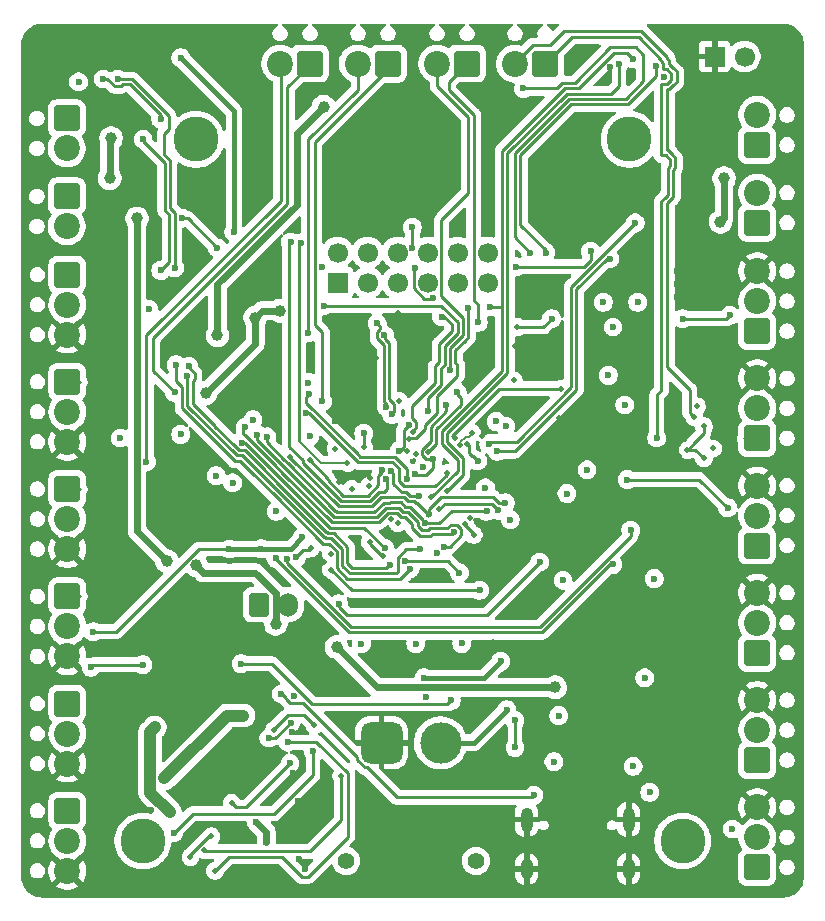
<source format=gbr>
%TF.GenerationSoftware,KiCad,Pcbnew,9.0.4*%
%TF.CreationDate,2025-11-05T21:14:26-05:00*%
%TF.ProjectId,Alpha_Breakout,416c7068-615f-4427-9265-616b6f75742e,rev?*%
%TF.SameCoordinates,Original*%
%TF.FileFunction,Copper,L4,Bot*%
%TF.FilePolarity,Positive*%
%FSLAX46Y46*%
G04 Gerber Fmt 4.6, Leading zero omitted, Abs format (unit mm)*
G04 Created by KiCad (PCBNEW 9.0.4) date 2025-11-05 21:14:26*
%MOMM*%
%LPD*%
G01*
G04 APERTURE LIST*
G04 Aperture macros list*
%AMRoundRect*
0 Rectangle with rounded corners*
0 $1 Rounding radius*
0 $2 $3 $4 $5 $6 $7 $8 $9 X,Y pos of 4 corners*
0 Add a 4 corners polygon primitive as box body*
4,1,4,$2,$3,$4,$5,$6,$7,$8,$9,$2,$3,0*
0 Add four circle primitives for the rounded corners*
1,1,$1+$1,$2,$3*
1,1,$1+$1,$4,$5*
1,1,$1+$1,$6,$7*
1,1,$1+$1,$8,$9*
0 Add four rect primitives between the rounded corners*
20,1,$1+$1,$2,$3,$4,$5,0*
20,1,$1+$1,$4,$5,$6,$7,0*
20,1,$1+$1,$6,$7,$8,$9,0*
20,1,$1+$1,$8,$9,$2,$3,0*%
G04 Aperture macros list end*
%TA.AperFunction,ComponentPad*%
%ADD10RoundRect,0.249999X-0.850001X0.850001X-0.850001X-0.850001X0.850001X-0.850001X0.850001X0.850001X0*%
%TD*%
%TA.AperFunction,ComponentPad*%
%ADD11C,2.200000*%
%TD*%
%TA.AperFunction,ComponentPad*%
%ADD12RoundRect,0.249999X0.850001X-0.850001X0.850001X0.850001X-0.850001X0.850001X-0.850001X-0.850001X0*%
%TD*%
%TA.AperFunction,ComponentPad*%
%ADD13RoundRect,0.249999X0.850001X0.850001X-0.850001X0.850001X-0.850001X-0.850001X0.850001X-0.850001X0*%
%TD*%
%TA.AperFunction,ComponentPad*%
%ADD14C,1.400000*%
%TD*%
%TA.AperFunction,ComponentPad*%
%ADD15RoundRect,0.770000X0.980000X0.980000X-0.980000X0.980000X-0.980000X-0.980000X0.980000X-0.980000X0*%
%TD*%
%TA.AperFunction,ComponentPad*%
%ADD16C,3.500000*%
%TD*%
%TA.AperFunction,ComponentPad*%
%ADD17C,3.800000*%
%TD*%
%TA.AperFunction,ComponentPad*%
%ADD18RoundRect,0.250000X-0.600000X-0.750000X0.600000X-0.750000X0.600000X0.750000X-0.600000X0.750000X0*%
%TD*%
%TA.AperFunction,ComponentPad*%
%ADD19O,1.700000X2.000000*%
%TD*%
%TA.AperFunction,ComponentPad*%
%ADD20R,1.700000X1.700000*%
%TD*%
%TA.AperFunction,ComponentPad*%
%ADD21C,1.700000*%
%TD*%
%TA.AperFunction,HeatsinkPad*%
%ADD22O,1.000000X2.100000*%
%TD*%
%TA.AperFunction,HeatsinkPad*%
%ADD23O,1.000000X1.800000*%
%TD*%
%TA.AperFunction,ViaPad*%
%ADD24C,0.500000*%
%TD*%
%TA.AperFunction,ViaPad*%
%ADD25C,0.600000*%
%TD*%
%TA.AperFunction,ViaPad*%
%ADD26C,1.000000*%
%TD*%
%TA.AperFunction,Conductor*%
%ADD27C,0.250000*%
%TD*%
%TA.AperFunction,Conductor*%
%ADD28C,0.400000*%
%TD*%
%TA.AperFunction,Conductor*%
%ADD29C,0.600000*%
%TD*%
%TA.AperFunction,Conductor*%
%ADD30C,1.000000*%
%TD*%
%TA.AperFunction,Conductor*%
%ADD31C,0.200000*%
%TD*%
G04 APERTURE END LIST*
D10*
%TO.P,J7,1,Pin_1*%
%TO.N,+5V*%
X119200000Y-111000000D03*
D11*
%TO.P,J7,2,Pin_2*%
%TO.N,CH_05*%
X119200000Y-113540000D03*
%TO.P,J7,3,Pin_3*%
%TO.N,GND*%
X119200000Y-116080000D03*
%TD*%
D12*
%TO.P,J12,1,Pin_1*%
%TO.N,+5V*%
X177600000Y-115780000D03*
D11*
%TO.P,J12,2,Pin_2*%
%TO.N,CH_10*%
X177600000Y-113240000D03*
%TO.P,J12,3,Pin_3*%
%TO.N,GND*%
X177600000Y-110700000D03*
%TD*%
D12*
%TO.P,J8,1,Pin_1*%
%TO.N,+5V*%
X177600000Y-124860000D03*
D11*
%TO.P,J8,2,Pin_2*%
%TO.N,CH_09*%
X177600000Y-122320000D03*
%TO.P,J8,3,Pin_3*%
%TO.N,GND*%
X177600000Y-119780000D03*
%TD*%
D13*
%TO.P,J18,1,Pin_1*%
%TO.N,Net-(J18-Pin_1)*%
X146340000Y-65900000D03*
D11*
%TO.P,J18,2,Pin_2*%
%TO.N,Net-(J18-Pin_2)*%
X143800000Y-65900000D03*
%TD*%
D10*
%TO.P,J26,1,Pin_1*%
%TO.N,SW_PWR*%
X119160000Y-70535147D03*
D11*
%TO.P,J26,2,Pin_2*%
%TO.N,Net-(D5-A)*%
X119160000Y-73075147D03*
%TD*%
D12*
%TO.P,J29,1,Pin_1*%
%TO.N,SW_PWR*%
X177600000Y-72779288D03*
D11*
%TO.P,J29,2,Pin_2*%
%TO.N,Net-(D8-A)*%
X177600000Y-70239288D03*
%TD*%
D14*
%TO.P,J22,*%
%TO.N,*%
X153800000Y-133400000D03*
X142800000Y-133400000D03*
D15*
%TO.P,J22,1,Pin_1*%
%TO.N,GND*%
X145800000Y-123400000D03*
D16*
%TO.P,J22,2,Pin_2*%
%TO.N,+BATT*%
X150800000Y-123400000D03*
%TD*%
D10*
%TO.P,J14,1,Pin_1*%
%TO.N,+5V*%
X119200000Y-92840000D03*
D11*
%TO.P,J14,2,Pin_2*%
%TO.N,CH_03*%
X119200000Y-95380000D03*
%TO.P,J14,3,Pin_3*%
%TO.N,GND*%
X119200000Y-97920000D03*
%TD*%
D10*
%TO.P,J10,1,Pin_1*%
%TO.N,+5V*%
X119200000Y-83760000D03*
D11*
%TO.P,J10,2,Pin_2*%
%TO.N,CH_02*%
X119200000Y-86300000D03*
%TO.P,J10,3,Pin_3*%
%TO.N,GND*%
X119200000Y-88840000D03*
%TD*%
D10*
%TO.P,J27,1,Pin_1*%
%TO.N,SW_PWR*%
X119160000Y-77135149D03*
D11*
%TO.P,J27,2,Pin_2*%
%TO.N,Net-(D6-A)*%
X119160000Y-79675149D03*
%TD*%
D12*
%TO.P,J16,1,Pin_1*%
%TO.N,+5V*%
X177600000Y-106700000D03*
D11*
%TO.P,J16,2,Pin_2*%
%TO.N,CH_11*%
X177600000Y-104160000D03*
%TO.P,J16,3,Pin_3*%
%TO.N,GND*%
X177600000Y-101620000D03*
%TD*%
D17*
%TO.P,H3,1*%
%TO.N,N/C*%
X171290000Y-131710000D03*
%TD*%
%TO.P,H1,1*%
%TO.N,N/C*%
X130090000Y-72310000D03*
%TD*%
D12*
%TO.P,J28,1,Pin_1*%
%TO.N,SW_PWR*%
X177600000Y-79369291D03*
D11*
%TO.P,J28,2,Pin_2*%
%TO.N,Net-(D7-A)*%
X177600000Y-76829291D03*
%TD*%
D18*
%TO.P,J36,1,Pin_1*%
%TO.N,+BATT*%
X135400000Y-111700000D03*
D19*
%TO.P,J36,2,Pin_2*%
%TO.N,PYRO_PWR*%
X137900000Y-111700000D03*
%TD*%
D20*
%TO.P,J34,1,Pin_1*%
%TO.N,GND*%
X174000000Y-65300000D03*
D21*
%TO.P,J34,2,Pin_2*%
%TO.N,Net-(J34-Pin_2)*%
X176540000Y-65300000D03*
%TD*%
D17*
%TO.P,H2,1*%
%TO.N,N/C*%
X166780000Y-72310000D03*
%TD*%
D12*
%TO.P,J9,1,Pin_1*%
%TO.N,+5V*%
X177600000Y-88540000D03*
D11*
%TO.P,J9,2,Pin_2*%
%TO.N,CH_13*%
X177600000Y-86000000D03*
%TO.P,J9,3,Pin_3*%
%TO.N,GND*%
X177600000Y-83460000D03*
%TD*%
D22*
%TO.P,J2,S1,SHIELD*%
%TO.N,GND*%
X158085000Y-129900000D03*
D23*
X158085000Y-134080000D03*
D22*
X166725000Y-129900000D03*
D23*
X166725000Y-134080000D03*
%TD*%
D12*
%TO.P,J5,1,Pin_1*%
%TO.N,+5V*%
X177600000Y-97620000D03*
D11*
%TO.P,J5,2,Pin_2*%
%TO.N,CH_12*%
X177600000Y-95080000D03*
%TO.P,J5,3,Pin_3*%
%TO.N,GND*%
X177600000Y-92540000D03*
%TD*%
D10*
%TO.P,J3,1,Pin_1*%
%TO.N,+5V*%
X119200000Y-101920000D03*
D11*
%TO.P,J3,2,Pin_2*%
%TO.N,CH_04*%
X119200000Y-104460000D03*
%TO.P,J3,3,Pin_3*%
%TO.N,GND*%
X119200000Y-107000000D03*
%TD*%
D13*
%TO.P,J19,1,Pin_1*%
%TO.N,Net-(J19-Pin_1)*%
X139750000Y-65890000D03*
D11*
%TO.P,J19,2,Pin_2*%
%TO.N,Net-(J19-Pin_2)*%
X137210000Y-65890000D03*
%TD*%
D13*
%TO.P,J20,1,Pin_1*%
%TO.N,Net-(J20-Pin_1)*%
X153040000Y-65890000D03*
D11*
%TO.P,J20,2,Pin_2*%
%TO.N,Net-(J20-Pin_2)*%
X150500000Y-65890000D03*
%TD*%
D13*
%TO.P,J21,1,Pin_1*%
%TO.N,Net-(J21-Pin_1)*%
X159640000Y-65900000D03*
D11*
%TO.P,J21,2,Pin_2*%
%TO.N,Net-(J21-Pin_2)*%
X157100000Y-65900000D03*
%TD*%
D20*
%TO.P,J35,1,Pin_1*%
%TO.N,+5V*%
X142080000Y-84440000D03*
D21*
%TO.P,J35,2,Pin_2*%
%TO.N,+3.3V*%
X142080000Y-81900000D03*
%TO.P,J35,3,Pin_3*%
%TO.N,/Breakout/PB5*%
X144620000Y-84440000D03*
%TO.P,J35,4,Pin_4*%
%TO.N,/Breakout/PB9*%
X144620000Y-81900000D03*
%TO.P,J35,5,Pin_5*%
%TO.N,/Breakout/PB4*%
X147159999Y-84440000D03*
%TO.P,J35,6,Pin_6*%
%TO.N,/Breakout/PA13*%
X147160000Y-81900000D03*
%TO.P,J35,7,Pin_7*%
%TO.N,/Breakout/PB3*%
X149700000Y-84440000D03*
%TO.P,J35,8,Pin_8*%
%TO.N,/Breakout/PA14*%
X149700000Y-81900000D03*
%TO.P,J35,9,Pin_9*%
%TO.N,/Breakout/PB8*%
X152240000Y-84440000D03*
%TO.P,J35,10,Pin_10*%
%TO.N,/Breakout/PA15*%
X152240000Y-81900000D03*
%TO.P,J35,11,Pin_11*%
%TO.N,GND*%
X154780000Y-84440000D03*
%TO.P,J35,12,Pin_12*%
X154780000Y-81900000D03*
%TD*%
D17*
%TO.P,H4,1*%
%TO.N,N/C*%
X125590000Y-131710000D03*
%TD*%
D12*
%TO.P,J4,1,Pin_1*%
%TO.N,+5V*%
X177600000Y-133940000D03*
D11*
%TO.P,J4,2,Pin_2*%
%TO.N,CH_08*%
X177600000Y-131400000D03*
%TO.P,J4,3,Pin_3*%
%TO.N,GND*%
X177600000Y-128860000D03*
%TD*%
D10*
%TO.P,J15,1,Pin_1*%
%TO.N,+5V*%
X119200000Y-129160000D03*
D11*
%TO.P,J15,2,Pin_2*%
%TO.N,CH_07*%
X119200000Y-131700000D03*
%TO.P,J15,3,Pin_3*%
%TO.N,GND*%
X119200000Y-134240000D03*
%TD*%
D10*
%TO.P,J11,1,Pin_1*%
%TO.N,+5V*%
X119200000Y-120080000D03*
D11*
%TO.P,J11,2,Pin_2*%
%TO.N,CH_06*%
X119200000Y-122620000D03*
%TO.P,J11,3,Pin_3*%
%TO.N,GND*%
X119200000Y-125160000D03*
%TD*%
D24*
%TO.N,FB*%
X131700000Y-134245000D03*
D25*
X137879073Y-123345573D03*
%TO.N,GND*%
X172600000Y-119500000D03*
D24*
X160700000Y-91700000D03*
D25*
X144300000Y-74100000D03*
X143600000Y-73100000D03*
D24*
X161300000Y-98200000D03*
D25*
X133500000Y-126700000D03*
D24*
X155300000Y-107200000D03*
D25*
X149900000Y-132700000D03*
X166100000Y-92300000D03*
X143000000Y-76100000D03*
D24*
X171000000Y-99153999D03*
D25*
X145400000Y-129700000D03*
X163100000Y-79200000D03*
X138231520Y-122489117D03*
X171500000Y-117600001D03*
X172600000Y-118600000D03*
X174300000Y-71200000D03*
X171400000Y-109700000D03*
D24*
X160700000Y-98200000D03*
D25*
X169300000Y-104100000D03*
X146900000Y-129700000D03*
D24*
X142212500Y-101312500D03*
X161300000Y-97600000D03*
D25*
X134000000Y-93800000D03*
D24*
X133600000Y-103900000D03*
D25*
X162400000Y-71400000D03*
X138352564Y-119414799D03*
X172640001Y-125262499D03*
D24*
X148685532Y-98960255D03*
D25*
X151400000Y-132700000D03*
X174300000Y-72000000D03*
X129800000Y-63200000D03*
X138800000Y-133225000D03*
X149900000Y-134200000D03*
D24*
X163900000Y-102400000D03*
D25*
X126242893Y-129057107D03*
X171500001Y-116700000D03*
D24*
X155700000Y-115300000D03*
D25*
X146900000Y-131200000D03*
X149500000Y-78100000D03*
X175300000Y-72000000D03*
X142800000Y-77100000D03*
D24*
X127200000Y-101800000D03*
X154309405Y-97398874D03*
X127900000Y-100300000D03*
D25*
X142100000Y-76100000D03*
X128900000Y-64100000D03*
X146900000Y-132700000D03*
X132500000Y-64100000D03*
X145400000Y-131200000D03*
X165165908Y-66217976D03*
D24*
X134200000Y-102000000D03*
D25*
X172600000Y-113800000D03*
X170800000Y-84599999D03*
X172300000Y-110800000D03*
D24*
X155900000Y-107900000D03*
D25*
X146900000Y-134200000D03*
X131600000Y-63200000D03*
D24*
X150200000Y-88800000D03*
X173880000Y-97520000D03*
D25*
X143200000Y-75100000D03*
D24*
X156500000Y-107700000D03*
X128600000Y-101000000D03*
D25*
X149900000Y-129700000D03*
D24*
X146639460Y-104485845D03*
D25*
X172600000Y-120500000D03*
X142300000Y-75100000D03*
D24*
X148400000Y-92300000D03*
D25*
X149600000Y-119500000D03*
X171000000Y-122950000D03*
D24*
X127200000Y-100300000D03*
D25*
X170800000Y-83500000D03*
D24*
X127200000Y-101000000D03*
X160900000Y-86500000D03*
D25*
X175300000Y-72800000D03*
X138700000Y-128300000D03*
D24*
X160700000Y-97600000D03*
X134800000Y-102000000D03*
D25*
X166000000Y-86500000D03*
X161300000Y-71400000D03*
X160900000Y-79200000D03*
D24*
X153300000Y-104400000D03*
D25*
X132975000Y-108000000D03*
D24*
X155200000Y-114900000D03*
X134650000Y-131300000D03*
X145325000Y-90800000D03*
D25*
X139300000Y-134100000D03*
D24*
X166500000Y-100000000D03*
X174100000Y-129600000D03*
X164200000Y-103400000D03*
D25*
X169300000Y-102600000D03*
X148400000Y-132700000D03*
D24*
X159900000Y-91700000D03*
X160800000Y-95900000D03*
D25*
X138400000Y-130400000D03*
X144100000Y-75100000D03*
D24*
X130675000Y-130500500D03*
X143200000Y-93900000D03*
D25*
X141900000Y-77100000D03*
D24*
X128600000Y-100300000D03*
D25*
X131600000Y-64900000D03*
X151400000Y-131200000D03*
X162000001Y-79200000D03*
X142300000Y-120975000D03*
X174300000Y-72800000D03*
X145400000Y-134200000D03*
D24*
X128600000Y-101800000D03*
D25*
X149900000Y-131200000D03*
X129800000Y-64100000D03*
X132500000Y-64900000D03*
X135442698Y-121416012D03*
X134400000Y-134145000D03*
X130700000Y-63200000D03*
X138300000Y-126000000D03*
D24*
X127900000Y-101800000D03*
D25*
X142700000Y-73100000D03*
X148400000Y-131200000D03*
X171400000Y-110800000D03*
X141900000Y-96200000D03*
X132500000Y-63200000D03*
D24*
X159200000Y-91700000D03*
X132225000Y-130500500D03*
D25*
X163500000Y-71400000D03*
X172600000Y-114800000D03*
X147600000Y-74700000D03*
X145400000Y-132700000D03*
X169300000Y-105700000D03*
X172600000Y-112900000D03*
D24*
X144853851Y-100957613D03*
D25*
X143700000Y-77100000D03*
X147300000Y-78100000D03*
X171400000Y-108600000D03*
X166700000Y-82900000D03*
X148400000Y-134200000D03*
D24*
X157100000Y-89800000D03*
D25*
X175300000Y-71200000D03*
X151400000Y-129700000D03*
X132923000Y-105700000D03*
X130700000Y-64900000D03*
X172600000Y-111900000D03*
X123925000Y-93491942D03*
D24*
X127900000Y-101000000D03*
X140890676Y-108134782D03*
D25*
X142500000Y-74100000D03*
X143900000Y-76100000D03*
D24*
X147200000Y-87000000D03*
D25*
X148400000Y-78100000D03*
D24*
X134500000Y-101500000D03*
D25*
X170800000Y-85700000D03*
X144500000Y-73100000D03*
X151400000Y-134200000D03*
X172600000Y-115700000D03*
X172600000Y-116700000D03*
X172300000Y-108600000D03*
X130700000Y-64100000D03*
X172600000Y-117600000D03*
X128900000Y-63200000D03*
D24*
X144224019Y-91871106D03*
D25*
X172300000Y-109700000D03*
D24*
X159200000Y-86600000D03*
D25*
X148400000Y-129700000D03*
X143400000Y-74100000D03*
X131600000Y-64100000D03*
%TO.N,+BATT*%
X155900000Y-116500000D03*
X149400000Y-117900000D03*
X156400000Y-120600000D03*
%TO.N,+5V*%
X171300000Y-87500000D03*
D24*
X157300000Y-88200000D03*
D25*
X138100000Y-121700000D03*
X132923000Y-107000297D03*
X139100904Y-106000904D03*
X166613500Y-101113500D03*
X128800000Y-65400000D03*
X175300000Y-87200000D03*
X150200000Y-85775000D03*
X121200000Y-117000000D03*
X121400000Y-114000000D03*
X175500000Y-130700000D03*
X160200000Y-87500000D03*
X175100000Y-103500000D03*
X148600000Y-83200000D03*
X125600000Y-116800000D03*
X133300000Y-80175000D03*
X135600000Y-106980999D03*
X120150000Y-67450000D03*
X136262500Y-123000000D03*
%TO.N,+3.3V*%
X167100000Y-125400000D03*
X140800000Y-83100000D03*
X148700000Y-115000000D03*
X169700000Y-67000000D03*
X165400000Y-88200000D03*
X168500000Y-127600000D03*
X160400000Y-125000000D03*
X144100000Y-115000000D03*
X168900000Y-109500000D03*
X161167582Y-109625000D03*
X160800000Y-121100000D03*
D24*
X148000018Y-98700018D03*
D25*
X164576000Y-86100000D03*
X161500000Y-102300000D03*
X139707132Y-97443214D03*
D24*
X172500000Y-94900000D03*
D25*
X155500000Y-96200000D03*
X156700000Y-104500000D03*
X128800000Y-97300000D03*
X131800000Y-100800000D03*
X136900000Y-103800000D03*
D24*
X147179674Y-104798973D03*
D25*
X133200000Y-101400000D03*
X123700000Y-97600000D03*
D24*
X141484637Y-107409042D03*
X144717750Y-101657934D03*
D25*
X154600000Y-101825000D03*
X166400000Y-94800000D03*
X168090001Y-117909999D03*
X165000000Y-92300000D03*
D24*
X141900000Y-98500000D03*
D25*
X126100000Y-86700000D03*
X134919828Y-96054414D03*
D24*
X143286681Y-101891398D03*
D25*
X139600000Y-92900000D03*
D24*
X173880000Y-98480000D03*
X157000000Y-92700000D03*
X147297975Y-94438901D03*
D25*
X156300000Y-96600000D03*
X152600000Y-114989000D03*
X167500000Y-86100000D03*
X163200000Y-100300000D03*
%TO.N,/prog/USB_RX*%
X149338243Y-100075000D03*
X147794638Y-107989246D03*
X149000000Y-102500000D03*
X152400000Y-109000000D03*
X146637060Y-100420944D03*
X157100000Y-121500000D03*
X157100000Y-123800000D03*
D24*
%TO.N,Net-(PS1-FB)*%
X131401419Y-131321739D03*
X129622589Y-133077868D03*
D25*
%TO.N,/prog/USB_TX*%
X151300000Y-94800000D03*
X148598745Y-100611201D03*
X150177484Y-99342116D03*
D24*
%TO.N,Net-(U1-NRST)*%
X141499701Y-108734499D03*
D25*
X154100000Y-110500000D03*
%TO.N,Net-(U1-BOOT0)*%
X142160847Y-111639153D03*
X144300000Y-97200000D03*
D24*
X144306940Y-98366351D03*
D25*
X159200000Y-108100000D03*
%TO.N,/stm32f1/SPI1_MISO*%
X154691942Y-103791942D03*
X136100000Y-97500000D03*
X149500000Y-104800000D03*
D26*
%TO.N,SW_PWR*%
X174500000Y-79300000D03*
X125099000Y-79000000D03*
X174800000Y-75600000D03*
X127600000Y-108000000D03*
X142000000Y-115300000D03*
X122900000Y-72200000D03*
X122800000Y-75600000D03*
X160500000Y-118700000D03*
D25*
%TO.N,/stm32f1/SPI1_MOSI*%
X149815136Y-104064682D03*
X156283884Y-103083884D03*
D24*
X138090137Y-99209863D03*
D25*
%TO.N,Net-(J23-Pin_1)*%
X123472501Y-67200000D03*
X128300000Y-83200000D03*
%TO.N,Net-(J23-Pin_2)*%
X127114000Y-83414000D03*
X127100000Y-70600000D03*
X122222501Y-67200000D03*
X125608518Y-72291127D03*
%TO.N,Net-(C31-Pad1)*%
X128200000Y-131000000D03*
X140000000Y-124100000D03*
D26*
%TO.N,Net-(C31-Pad2)*%
X127900000Y-129300000D03*
X126600000Y-122100000D03*
D25*
%TO.N,/ADCs/SDA*%
X148089456Y-96465000D03*
X147293953Y-98673077D03*
D24*
X139707844Y-99492156D03*
D25*
X145850299Y-100276000D03*
%TO.N,/RS-485/DIR_RS485*%
X128400000Y-91400000D03*
X150518106Y-107349000D03*
X148205158Y-108675888D03*
%TO.N,Net-(D3-K)*%
X133900000Y-116700000D03*
X151700000Y-119800000D03*
%TO.N,Net-(D9-K)*%
X138591962Y-107686863D03*
D24*
X139825000Y-106914079D03*
%TO.N,Net-(U8-T-)*%
X173100000Y-99300000D03*
X173100000Y-96600000D03*
X171699999Y-98641320D03*
%TO.N,en*%
X142400000Y-126200000D03*
X130800000Y-132448000D03*
D25*
%TO.N,Net-(J18-Pin_2)*%
X139600000Y-88700000D03*
D24*
%TO.N,Net-(PS1-VBST)*%
X133100000Y-128500000D03*
D25*
X138050000Y-125150000D03*
%TO.N,/stm32f1/TC2_CS*%
X155673145Y-103704015D03*
D24*
X150700000Y-103600000D03*
D25*
%TO.N,USB_V+*%
X158700000Y-127844000D03*
X137318883Y-119265001D03*
D26*
%TO.N,BATT_V+*%
X127425000Y-126400000D03*
D25*
X135200000Y-130100000D03*
D26*
X134100000Y-121100000D03*
D25*
X136045937Y-131761240D03*
D24*
X136715947Y-122292992D03*
X140100000Y-121900000D03*
D25*
%TO.N,Net-(J18-Pin_1)*%
X140800000Y-94500000D03*
%TO.N,Net-(J19-Pin_2)*%
X125900000Y-99600000D03*
%TO.N,Net-(J19-Pin_1)*%
X128275828Y-93718783D03*
%TO.N,Net-(J20-Pin_1)*%
X154000000Y-87800000D03*
%TO.N,Net-(J20-Pin_2)*%
X151600000Y-91800000D03*
D24*
%TO.N,Net-(J21-Pin_2)*%
X172278768Y-95821232D03*
D25*
%TO.N,Net-(J21-Pin_1)*%
X169100000Y-97600000D03*
D26*
%TO.N,Net-(J34-Pin_2)*%
X131900000Y-88900000D03*
X140900000Y-69552000D03*
D25*
%TO.N,SCL_5V*%
X137800000Y-107800000D03*
X166900000Y-105400000D03*
%TO.N,SDA_5V*%
X136858058Y-107775000D03*
X165400000Y-108300000D03*
%TO.N,/Breakout/PA14*%
X150882558Y-87317442D03*
D24*
X148424691Y-97079506D03*
%TO.N,/ADS1231/LC_DRDY{slash}DOUT*%
X161000000Y-93418785D03*
X152000000Y-97600000D03*
D25*
%TO.N,/Accelerometer/ACC_SDA*%
X163500000Y-81800000D03*
X155000000Y-86500000D03*
X167100000Y-65499000D03*
D24*
X150028768Y-102617029D03*
D25*
X157200000Y-83100000D03*
%TO.N,/Breakout/PB4*%
X146206088Y-94940222D03*
X145425000Y-87900000D03*
%TO.N,/Solenoids/S1*%
X128925000Y-79000000D03*
X139700000Y-93900000D03*
X131900000Y-81500000D03*
X147922472Y-101038588D03*
%TO.N,/Solenoids/S2*%
X140900000Y-86400000D03*
X149724997Y-95343145D03*
D24*
X153068152Y-98089384D03*
D25*
X153929379Y-99529379D03*
D24*
%TO.N,/ADS1231/LC_SCLK*%
X153500000Y-97200000D03*
X152459577Y-98207870D03*
%TO.N,/Breakout/PA15*%
X148167254Y-97708573D03*
D25*
X153100000Y-86600000D03*
%TO.N,/Breakout/PB8*%
X138100000Y-81000000D03*
X146149144Y-101066972D03*
%TO.N,/Breakout/PA13*%
X152200000Y-93700000D03*
D24*
X149736532Y-98798457D03*
D25*
X148397567Y-81544791D03*
X148397567Y-79775000D03*
%TO.N,/Breakout/PB9*%
X138975000Y-81100000D03*
D24*
X142918261Y-99718261D03*
D25*
%TO.N,/Breakout/PB3*%
X146050000Y-88900000D03*
X146658520Y-95600000D03*
%TO.N,Net-(J30-Pin_2)*%
X159700000Y-81900000D03*
X169033086Y-66066914D03*
%TO.N,Net-(J30-Pin_3)*%
X158400000Y-81900000D03*
X157800000Y-68000000D03*
%TO.N,/Pyro/PYRO1*%
X139405001Y-95500000D03*
D24*
X151313258Y-100573000D03*
%TO.N,/Hardware_Safe/K1*%
X144797832Y-106402168D03*
X145894835Y-107618586D03*
%TO.N,/Hardware_Safe/BW1*%
X153600000Y-105800000D03*
X152887104Y-104912896D03*
D26*
%TO.N,PYRO_PWR*%
X136857107Y-113342893D03*
X137175000Y-86824911D03*
X130900000Y-93800000D03*
X130101302Y-108373962D03*
X135100000Y-87400000D03*
D25*
%TO.N,/Accelerometer/ACC_SCL*%
X165900000Y-65900000D03*
D24*
X151314674Y-102075000D03*
D25*
%TO.N,/Solenoids/S3*%
X165123037Y-82423037D03*
X155600000Y-98723877D03*
%TO.N,/Solenoids/S4*%
X154889662Y-98098877D03*
X167274000Y-79388190D03*
%TO.N,/RS-485/TX_RS485*%
X146543638Y-108330133D03*
X129500000Y-91500000D03*
%TO.N,/stm32f1/SPI1_SCK*%
X151100000Y-106800000D03*
X135276347Y-97304414D03*
%TO.N,/RS-485/RX_RS485*%
X149100000Y-107000000D03*
X129358058Y-92341942D03*
%TO.N,/stm32f1/TC3_CS*%
X134000000Y-98000000D03*
X146082271Y-106944144D03*
%TO.N,/stm32f1/TC1_CS*%
X151910327Y-105563881D03*
X134272463Y-96679414D03*
%TD*%
D27*
%TO.N,FB*%
X142926000Y-131359298D02*
X142926000Y-125982123D01*
X137365702Y-133051000D02*
X139040702Y-134726000D01*
X139559298Y-134726000D02*
X142926000Y-131359298D01*
X142926000Y-125982123D02*
X140289450Y-123345573D01*
X139040702Y-134726000D02*
X139559298Y-134726000D01*
X131700000Y-134245000D02*
X132894000Y-133051000D01*
X140289450Y-123345573D02*
X137879073Y-123345573D01*
X132894000Y-133051000D02*
X137365702Y-133051000D01*
D28*
%TO.N,+BATT*%
X154500000Y-117900000D02*
X149400000Y-117900000D01*
X155900000Y-116500000D02*
X154500000Y-117900000D01*
X153600000Y-123400000D02*
X156400000Y-120600000D01*
X150800000Y-123400000D02*
X153600000Y-123400000D01*
%TO.N,+5V*%
X138099703Y-107000297D02*
X132923000Y-107000297D01*
D27*
X136800000Y-123000000D02*
X138100000Y-121700000D01*
X177593001Y-115780000D02*
X177600000Y-115780000D01*
X130306826Y-107000297D02*
X123307123Y-114000000D01*
X175000000Y-87500000D02*
X175300000Y-87200000D01*
X125600000Y-116800000D02*
X121400000Y-116800000D01*
D28*
X133300000Y-69900000D02*
X128800000Y-65400000D01*
X133300000Y-80175000D02*
X133300000Y-69900000D01*
D27*
X149396884Y-85800000D02*
X150200000Y-85800000D01*
X148600000Y-83200000D02*
X148524000Y-83276000D01*
X150200000Y-85800000D02*
X150200000Y-85775000D01*
X119206999Y-83760000D02*
X119200000Y-83760000D01*
X136262500Y-123000000D02*
X136800000Y-123000000D01*
X120299999Y-111000000D02*
X119200000Y-111000000D01*
X120299999Y-92840000D02*
X119200000Y-92840000D01*
X176500001Y-97620000D02*
X177600000Y-97620000D01*
X171300000Y-87500000D02*
X175000000Y-87500000D01*
X177600000Y-124860000D02*
X177593001Y-124860000D01*
X120299999Y-101920000D02*
X119200000Y-101920000D01*
X123307123Y-114000000D02*
X121400000Y-114000000D01*
X148524000Y-84927116D02*
X149396884Y-85800000D01*
X172713500Y-101113500D02*
X175100000Y-103500000D01*
X148524000Y-83276000D02*
X148524000Y-84927116D01*
X121400000Y-116800000D02*
X121200000Y-117000000D01*
X132923000Y-107000297D02*
X130306826Y-107000297D01*
D28*
X139099096Y-106000904D02*
X139100904Y-106000904D01*
D27*
X157300000Y-88200000D02*
X159500000Y-88200000D01*
X139100904Y-106000904D02*
X139100000Y-106000000D01*
X177318370Y-133940000D02*
X177600000Y-133940000D01*
D28*
X138099703Y-107000297D02*
X139099096Y-106000904D01*
D27*
X166613500Y-101113500D02*
X172713500Y-101113500D01*
X159500000Y-88200000D02*
X160200000Y-87500000D01*
%TO.N,/prog/USB_RX*%
X146637060Y-100420944D02*
X146800000Y-100583884D01*
X149299997Y-108000000D02*
X151400000Y-108000000D01*
X146800000Y-101400000D02*
X146812060Y-101412060D01*
X149338243Y-100075000D02*
X149338243Y-100038243D01*
X157100000Y-121500000D02*
X157100000Y-123800000D01*
X147794638Y-107989246D02*
X149289243Y-107989246D01*
X151400000Y-108000000D02*
X152400000Y-109000000D01*
X146800000Y-100583884D02*
X146800000Y-101400000D01*
X146812060Y-101449870D02*
X147511190Y-102149000D01*
X147853512Y-102149000D02*
X148204512Y-102500000D01*
X148204512Y-102500000D02*
X149000000Y-102500000D01*
X149289243Y-107989246D02*
X149299997Y-108000000D01*
X147511190Y-102149000D02*
X147853512Y-102149000D01*
X146812060Y-101412060D02*
X146812060Y-101449870D01*
X149338243Y-100075000D02*
X149210532Y-99947289D01*
%TO.N,Net-(PS1-FB)*%
X131401419Y-131321739D02*
X131182384Y-131321739D01*
X129622589Y-132881534D02*
X129622589Y-133077868D01*
X131182384Y-131321739D02*
X129622589Y-132881534D01*
%TO.N,/prog/USB_TX*%
X149210532Y-99016334D02*
X149536314Y-99342116D01*
X149536314Y-99342116D02*
X150177484Y-99342116D01*
X151300000Y-95324380D02*
X149949000Y-96675380D01*
X148688544Y-100701000D02*
X148598745Y-100611201D01*
X149949000Y-96675380D02*
X149949000Y-97842112D01*
X150177484Y-99342116D02*
X150177484Y-100121057D01*
X149210532Y-98580580D02*
X149210532Y-99016334D01*
X150177484Y-100121057D02*
X149597541Y-100701000D01*
X149597541Y-100701000D02*
X148688544Y-100701000D01*
X149949000Y-97842112D02*
X149210532Y-98580580D01*
X151300000Y-94800000D02*
X151300000Y-95324380D01*
%TO.N,Net-(U1-NRST)*%
X143262190Y-110500000D02*
X154100000Y-110500000D01*
X141499701Y-108734499D02*
X141499701Y-108737511D01*
X141499701Y-108737511D02*
X143262190Y-110500000D01*
%TO.N,Net-(U1-BOOT0)*%
X144306940Y-98297989D02*
X144306940Y-98366351D01*
X142160847Y-111885227D02*
X142160847Y-111639153D01*
X142875620Y-112600000D02*
X142337810Y-112062190D01*
X159200000Y-108100000D02*
X154700000Y-112600000D01*
X142337810Y-112062190D02*
X142160847Y-111885227D01*
X144300000Y-97200000D02*
X144300000Y-98359411D01*
X154700000Y-112600000D02*
X142875620Y-112600000D01*
X144300000Y-98359411D02*
X144306940Y-98366351D01*
%TO.N,/stm32f1/SPI1_MISO*%
X137873673Y-99735863D02*
X137872260Y-99735863D01*
X149500000Y-104800000D02*
X149325000Y-104625000D01*
X145972732Y-103058845D02*
X145194380Y-103837197D01*
X147479892Y-103051000D02*
X146555992Y-103051000D01*
X146555992Y-103051000D02*
X146548147Y-103058845D01*
X147830892Y-103402000D02*
X147479892Y-103051000D01*
X146548147Y-103058845D02*
X145972732Y-103058845D01*
X151757778Y-103742222D02*
X154642222Y-103742222D01*
X150700000Y-104800000D02*
X151757778Y-103742222D01*
X154642222Y-103742222D02*
X154691942Y-103791942D01*
X137872260Y-99735863D02*
X137564137Y-99427740D01*
X149500000Y-104800000D02*
X150700000Y-104800000D01*
X145194380Y-103837197D02*
X141996620Y-103837197D01*
X141996620Y-103837197D02*
X141910423Y-103751000D01*
X136100000Y-97962190D02*
X136100000Y-97500000D01*
X137564137Y-99427740D02*
X137564137Y-99426327D01*
X149325000Y-104525000D02*
X148202000Y-103402000D01*
X137564137Y-99426327D02*
X136100000Y-97962190D01*
X141910423Y-103751000D02*
X141888810Y-103751000D01*
X141888810Y-103751000D02*
X137873673Y-99735863D01*
X149325000Y-104625000D02*
X149325000Y-104525000D01*
X148202000Y-103402000D02*
X147830892Y-103402000D01*
D29*
%TO.N,SW_PWR*%
X122800000Y-75600000D02*
X122800000Y-72300000D01*
X174800000Y-75600000D02*
X174800000Y-79000000D01*
X125099000Y-105499000D02*
X127600000Y-108000000D01*
X122800000Y-72300000D02*
X122900000Y-72200000D01*
X174800000Y-79000000D02*
X174500000Y-79300000D01*
X125099000Y-79000000D02*
X125099000Y-105499000D01*
X160500000Y-118700000D02*
X145400000Y-118700000D01*
X145400000Y-118700000D02*
X142000000Y-115300000D01*
D27*
%TO.N,/stm32f1/SPI1_MOSI*%
X155267125Y-102600000D02*
X150800000Y-102600000D01*
X148565702Y-102951000D02*
X148740702Y-103126000D01*
X155751009Y-103083884D02*
X155267125Y-102600000D01*
X146361337Y-102607845D02*
X146369182Y-102600000D01*
X142183430Y-103386197D02*
X145007570Y-103386197D01*
X145834896Y-102600000D02*
X145842741Y-102607845D01*
X138090137Y-99209863D02*
X138060847Y-99239153D01*
X148740702Y-103126000D02*
X148826000Y-103126000D01*
X148017702Y-102951000D02*
X148565702Y-102951000D01*
X146369182Y-102600000D02*
X147666702Y-102600000D01*
X156283884Y-103083884D02*
X155751009Y-103083884D01*
X142075620Y-103300000D02*
X142097233Y-103300000D01*
X148826000Y-103126000D02*
X149705818Y-104005818D01*
X145842741Y-102607845D02*
X146361337Y-102607845D01*
X149705818Y-104174000D02*
X149815136Y-104064682D01*
X145793767Y-102600000D02*
X145834896Y-102600000D01*
X147666702Y-102600000D02*
X148017702Y-102951000D01*
X138060847Y-99285227D02*
X142075620Y-103300000D01*
X149815136Y-103584864D02*
X149815136Y-104064682D01*
X150800000Y-102600000D02*
X149815136Y-103584864D01*
X145007570Y-103386197D02*
X145793767Y-102600000D01*
X149705818Y-104005818D02*
X149705818Y-104174000D01*
X138060847Y-99239153D02*
X138060847Y-99285227D01*
X142097233Y-103300000D02*
X142183430Y-103386197D01*
%TO.N,Net-(J23-Pin_1)*%
X127400000Y-73606066D02*
X127400000Y-71851960D01*
X124670146Y-67200000D02*
X123472501Y-67200000D01*
X127800000Y-71451960D02*
X127800000Y-70329854D01*
X128300000Y-83200000D02*
X128300000Y-78543506D01*
X127400000Y-71851960D02*
X127800000Y-71451960D01*
X127891065Y-78134571D02*
X127891065Y-74097132D01*
X127800000Y-70329854D02*
X124670146Y-67200000D01*
X128300000Y-78543506D02*
X127891065Y-78134571D01*
X127891065Y-74097132D02*
X127400000Y-73606066D01*
%TO.N,Net-(J23-Pin_2)*%
X123906799Y-67651000D02*
X123731799Y-67826000D01*
X124483336Y-67651000D02*
X123906799Y-67651000D01*
X127849000Y-78730316D02*
X127440065Y-78321381D01*
X127440065Y-78321381D02*
X127440065Y-74283942D01*
X127100000Y-70267664D02*
X124483336Y-67651000D01*
X127849000Y-82679000D02*
X127849000Y-78730316D01*
X127114000Y-83414000D02*
X127849000Y-82679000D01*
X122587203Y-67200000D02*
X122222501Y-67200000D01*
X125608518Y-72452395D02*
X125608518Y-72291127D01*
X127100000Y-70600000D02*
X127100000Y-70267664D01*
X123213203Y-67826000D02*
X122587203Y-67200000D01*
X123731799Y-67826000D02*
X123213203Y-67826000D01*
X127440065Y-74283942D02*
X125608518Y-72452395D01*
%TO.N,Net-(C31-Pad1)*%
X140000000Y-124100000D02*
X140000000Y-126100440D01*
X136700440Y-129400000D02*
X129800000Y-129400000D01*
X140000000Y-126100440D02*
X136700440Y-129400000D01*
X129800000Y-129400000D02*
X128200000Y-131000000D01*
D30*
%TO.N,Net-(C31-Pad2)*%
X126224000Y-127624000D02*
X127900000Y-129300000D01*
X126600000Y-122100000D02*
X126224000Y-122476000D01*
X126224000Y-122476000D02*
X126224000Y-127624000D01*
D27*
%TO.N,/ADCs/SDA*%
X147672254Y-96882202D02*
X148089456Y-96465000D01*
X145523144Y-100807674D02*
X145850299Y-100480519D01*
X141257520Y-101184667D02*
X142557050Y-102484197D01*
X147672254Y-98327746D02*
X147672254Y-96882202D01*
X141257520Y-101041832D02*
X141257520Y-101184667D01*
X147326923Y-98673077D02*
X147672254Y-98327746D01*
X145523144Y-101595003D02*
X145523144Y-100807674D01*
X144633949Y-102484197D02*
X145523144Y-101595003D01*
X145850299Y-100480519D02*
X145850299Y-100276000D01*
X147293953Y-98673077D02*
X147326923Y-98673077D01*
X142557050Y-102484197D02*
X144633949Y-102484197D01*
X139707844Y-99492156D02*
X141257520Y-101041832D01*
X139707844Y-99492156D02*
X139707844Y-99387503D01*
%TO.N,/RS-485/DIR_RS485*%
X140767950Y-106457000D02*
X136752815Y-102441863D01*
X141367577Y-106543197D02*
X140875760Y-106543197D01*
X150518106Y-107349000D02*
X150570106Y-107401000D01*
X136751400Y-102441863D02*
X134858137Y-100548600D01*
X128901828Y-93459485D02*
X128900000Y-93457657D01*
X133367082Y-99528000D02*
X128900000Y-95060918D01*
X134858137Y-100547185D02*
X133838952Y-99528000D01*
X147381046Y-109500000D02*
X142900000Y-109500000D01*
X128900000Y-93300000D02*
X128400000Y-92800000D01*
X140789563Y-106457000D02*
X140767950Y-106457000D01*
X128900000Y-93457657D02*
X128900000Y-93300000D01*
X136752815Y-102441863D02*
X136751400Y-102441863D01*
X142900000Y-109500000D02*
X142009637Y-108609637D01*
X128901828Y-93978081D02*
X128901828Y-93459485D01*
X142009637Y-107185257D02*
X141367577Y-106543197D01*
X128900000Y-93979909D02*
X128901828Y-93978081D01*
X134858137Y-100548600D02*
X134858137Y-100547185D01*
X140875760Y-106543197D02*
X140789563Y-106457000D01*
X142009637Y-108609637D02*
X142009637Y-107185257D01*
X133838952Y-99528000D02*
X133367082Y-99528000D01*
X148205158Y-108675888D02*
X147381046Y-109500000D01*
X128900000Y-95060918D02*
X128900000Y-93979909D01*
X128400000Y-92800000D02*
X128400000Y-91400000D01*
%TO.N,Net-(D3-K)*%
X151700000Y-119800000D02*
X151374000Y-120126000D01*
X151374000Y-120126000D02*
X139949063Y-120126000D01*
X139949063Y-120126000D02*
X136523063Y-116700000D01*
X136523063Y-116700000D02*
X133900000Y-116700000D01*
%TO.N,Net-(D9-K)*%
X139639079Y-107100000D02*
X139178825Y-107100000D01*
X139178825Y-107100000D02*
X138591962Y-107686863D01*
X139825000Y-106914079D02*
X139639079Y-107100000D01*
%TO.N,Net-(U8-T-)*%
X171699999Y-98641320D02*
X171761321Y-98579998D01*
X171761321Y-98579998D02*
X172379998Y-98579998D01*
X171699999Y-98641320D02*
X172177689Y-98163630D01*
X172177689Y-98122311D02*
X173100000Y-97200000D01*
X173100000Y-97200000D02*
X173100000Y-96600000D01*
X172379998Y-98579998D02*
X173100000Y-99300000D01*
X172177689Y-98163630D02*
X172177689Y-98122311D01*
%TO.N,en*%
X142400000Y-129923108D02*
X142400000Y-126200000D01*
X130800000Y-132448000D02*
X130800000Y-132600000D01*
X130800000Y-132600000D02*
X139723108Y-132600000D01*
X139723108Y-132600000D02*
X142400000Y-129923108D01*
%TO.N,Net-(J18-Pin_2)*%
X143800000Y-68120768D02*
X139600000Y-72320768D01*
X139600000Y-72320768D02*
X139600000Y-88700000D01*
X143800000Y-65900000D02*
X143800000Y-68120768D01*
%TO.N,Net-(PS1-VBST)*%
X134325000Y-128875000D02*
X136800000Y-126400000D01*
X133475000Y-128875000D02*
X134325000Y-128875000D01*
X133100000Y-128500000D02*
X133475000Y-128875000D01*
X136800000Y-126400000D02*
X138050000Y-125150000D01*
%TO.N,/stm32f1/TC2_CS*%
X155673145Y-103704015D02*
X155135072Y-103165942D01*
X155135072Y-103165942D02*
X151134058Y-103165942D01*
X151134058Y-103165942D02*
X150700000Y-103600000D01*
%TO.N,USB_V+*%
X144576000Y-125476000D02*
X147118000Y-128018000D01*
X137365001Y-119265001D02*
X137726564Y-119626564D01*
X143724000Y-124624000D02*
X143724000Y-124833978D01*
X138093266Y-120040799D02*
X139140799Y-120040799D01*
X137726564Y-119626564D02*
X137726564Y-119674097D01*
X137318883Y-119265001D02*
X137365001Y-119265001D01*
X144366022Y-125476000D02*
X144576000Y-125476000D01*
X158526000Y-128018000D02*
X158700000Y-127844000D01*
X147118000Y-128018000D02*
X158526000Y-128018000D01*
X139140799Y-120040799D02*
X143724000Y-124624000D01*
X137726564Y-119674097D02*
X138093266Y-120040799D01*
X143724000Y-124833978D02*
X144366022Y-125476000D01*
D29*
%TO.N,BATT_V+*%
X135200000Y-130100000D02*
X136045937Y-130945937D01*
D27*
X136715947Y-122198755D02*
X136715947Y-122292992D01*
D30*
X132725000Y-121100000D02*
X127425000Y-126400000D01*
D27*
X140100000Y-121900000D02*
X139274000Y-121074000D01*
X139274000Y-121074000D02*
X137840702Y-121074000D01*
X137840702Y-121074000D02*
X136715947Y-122198755D01*
D29*
X136045937Y-130945937D02*
X136045937Y-131761240D01*
D30*
X134100000Y-121100000D02*
X132725000Y-121100000D01*
D27*
%TO.N,Net-(J18-Pin_1)*%
X146340000Y-66360000D02*
X140151000Y-72549000D01*
X140151000Y-72549000D02*
X140151000Y-88000000D01*
X146340000Y-65900000D02*
X146340000Y-66360000D01*
X140800000Y-88649000D02*
X140800000Y-94500000D01*
X140151000Y-88000000D02*
X140800000Y-88649000D01*
%TO.N,Net-(J19-Pin_2)*%
X125900000Y-99600000D02*
X125900000Y-88900000D01*
X137260000Y-77540000D02*
X137260000Y-65900000D01*
X125900000Y-88900000D02*
X137260000Y-77540000D01*
%TO.N,Net-(J19-Pin_1)*%
X126451000Y-91893955D02*
X128275828Y-93718783D01*
X137811000Y-67889000D02*
X137811000Y-77768232D01*
X126451000Y-89128232D02*
X126451000Y-91893955D01*
X137811000Y-77768232D02*
X126451000Y-89128232D01*
X139800000Y-65900000D02*
X137811000Y-67889000D01*
%TO.N,Net-(J20-Pin_1)*%
X153600000Y-70223000D02*
X153600000Y-85900000D01*
X151477000Y-67463000D02*
X151477000Y-68100000D01*
X153040000Y-65900000D02*
X151477000Y-67463000D01*
X151477000Y-68100000D02*
X153600000Y-70223000D01*
X153600000Y-85900000D02*
X154000000Y-86300000D01*
X154000000Y-86300000D02*
X154000000Y-87800000D01*
%TO.N,Net-(J20-Pin_2)*%
X150500000Y-65890000D02*
X150500000Y-67760810D01*
X150876000Y-79124000D02*
X150876000Y-85576000D01*
X153149000Y-70409810D02*
X153149000Y-76851000D01*
X151600000Y-90000000D02*
X151600000Y-91800000D01*
X153149000Y-76851000D02*
X150876000Y-79124000D01*
X152700000Y-87400000D02*
X152700000Y-88900000D01*
X152700000Y-88900000D02*
X151600000Y-90000000D01*
X150876000Y-85576000D02*
X152700000Y-87400000D01*
X150500000Y-65900000D02*
X151000000Y-66400000D01*
X150500000Y-67760810D02*
X153149000Y-70409810D01*
%TO.N,Net-(J21-Pin_2)*%
X170677000Y-74372488D02*
X170677000Y-74227512D01*
X170310298Y-73487190D02*
X170046108Y-73223000D01*
X170146108Y-65923000D02*
X170110086Y-65923000D01*
X158611774Y-64336000D02*
X157100000Y-65847774D01*
X170677000Y-74227512D02*
X170677000Y-73853892D01*
X170677000Y-73853892D02*
X170412810Y-73589702D01*
X170146108Y-68077000D02*
X170410298Y-67812810D01*
X170502000Y-76800000D02*
X170502000Y-76426380D01*
X170000000Y-77675620D02*
X170237810Y-77437810D01*
X170000000Y-68077000D02*
X170146108Y-68077000D01*
X160044272Y-64336000D02*
X158611774Y-64336000D01*
X170777000Y-66927512D02*
X170777000Y-66553892D01*
X170512810Y-67710298D02*
X170777000Y-67446108D01*
X170410298Y-66187190D02*
X170146108Y-65923000D01*
X170237810Y-77437810D02*
X170502000Y-77173620D01*
X170000000Y-65510720D02*
X170000000Y-65300000D01*
X170110086Y-65620806D02*
X170000000Y-65510720D01*
X170000000Y-65300000D02*
X167800000Y-63100000D01*
X170777000Y-66553892D02*
X170512810Y-66289702D01*
X170412810Y-73589702D02*
X170310298Y-73487190D01*
X171900000Y-93500000D02*
X170000000Y-91600000D01*
X161280272Y-63100000D02*
X160044272Y-64336000D01*
X157100000Y-65847774D02*
X157100000Y-65900000D01*
X170677000Y-74746108D02*
X170677000Y-74372488D01*
X170000000Y-91600000D02*
X170000000Y-77675620D01*
X170110086Y-65923000D02*
X170110086Y-65620806D01*
X170777000Y-67446108D02*
X170777000Y-67072488D01*
X172278768Y-95821232D02*
X171900000Y-95442464D01*
X170502000Y-76426380D02*
X170502000Y-74921108D01*
X167800000Y-63100000D02*
X161280272Y-63100000D01*
X170410298Y-67812810D02*
X170512810Y-67710298D01*
X170777000Y-67072488D02*
X170777000Y-66927512D01*
X170502000Y-74921108D02*
X170677000Y-74746108D01*
X170000000Y-73223000D02*
X170000000Y-68077000D01*
X170046108Y-73223000D02*
X170000000Y-73223000D01*
X170502000Y-77173620D02*
X170502000Y-76800000D01*
X171900000Y-95442464D02*
X171900000Y-93500000D01*
X170512810Y-66289702D02*
X170410298Y-66187190D01*
%TO.N,Net-(J21-Pin_1)*%
X170226000Y-74040702D02*
X170226000Y-74559298D01*
X169659086Y-66326212D02*
X169611298Y-66374000D01*
X170226000Y-74559298D02*
X170051000Y-74734298D01*
X169611298Y-66374000D02*
X169959298Y-66374000D01*
X169500000Y-67626000D02*
X169500000Y-73674000D01*
X169100000Y-93949000D02*
X169100000Y-97600000D01*
X169786810Y-77251000D02*
X169500000Y-77537810D01*
X169959298Y-67626000D02*
X169500000Y-67626000D01*
X169959298Y-66374000D02*
X170326000Y-66740702D01*
X170051000Y-76986810D02*
X169786810Y-77251000D01*
X170051000Y-76613190D02*
X170051000Y-76986810D01*
X170326000Y-67259298D02*
X169959298Y-67626000D01*
X161889000Y-63651000D02*
X167571768Y-63651000D01*
X170326000Y-66740702D02*
X170326000Y-67259298D01*
X167571768Y-63651000D02*
X169500000Y-65579232D01*
X169500000Y-73674000D02*
X169859298Y-73674000D01*
X169659086Y-65807616D02*
X169659086Y-66326212D01*
X169500000Y-65648530D02*
X169659086Y-65807616D01*
X159640000Y-65900000D02*
X161889000Y-63651000D01*
X169500000Y-65579232D02*
X169500000Y-65648530D01*
X169500000Y-77537810D02*
X169500000Y-93549000D01*
X169500000Y-93549000D02*
X169100000Y-93949000D01*
X170051000Y-74734298D02*
X170051000Y-76613190D01*
X169859298Y-73674000D02*
X170226000Y-74040702D01*
D29*
%TO.N,Net-(J34-Pin_2)*%
X138636000Y-77864000D02*
X138636000Y-71816000D01*
X131900000Y-88900000D02*
X131900000Y-84600000D01*
X138636000Y-71816000D02*
X140900000Y-69552000D01*
X131900000Y-84600000D02*
X138636000Y-77864000D01*
D27*
%TO.N,SCL_5V*%
X159200000Y-113600000D02*
X143237810Y-113600000D01*
X137800000Y-108162190D02*
X137800000Y-107800000D01*
X143237810Y-113600000D02*
X137800000Y-108162190D01*
X166900000Y-105900000D02*
X159200000Y-113600000D01*
X166900000Y-105400000D02*
X166900000Y-105900000D01*
%TO.N,SDA_5V*%
X165137810Y-108300000D02*
X159386810Y-114051000D01*
X143051000Y-114051000D02*
X136858058Y-107858058D01*
X136858058Y-107858058D02*
X136858058Y-107775000D01*
X159386810Y-114051000D02*
X143051000Y-114051000D01*
X165400000Y-108300000D02*
X165137810Y-108300000D01*
%TO.N,/Breakout/PA14*%
X150698000Y-89626380D02*
X150698000Y-91178892D01*
X148715456Y-96724298D02*
X148400000Y-97039754D01*
X148400000Y-94862190D02*
X148400000Y-95890246D01*
X150349000Y-91527892D02*
X150349000Y-92913190D01*
X151798000Y-88526380D02*
X150698000Y-89626380D01*
X148715456Y-96205702D02*
X148715456Y-96724298D01*
X150882558Y-87317442D02*
X151128632Y-87317442D01*
X148400000Y-95890246D02*
X148715456Y-96205702D01*
X151128632Y-87317442D02*
X151798000Y-87986810D01*
X151798000Y-87986810D02*
X151798000Y-88526380D01*
X148400000Y-97054815D02*
X148424691Y-97079506D01*
X150698000Y-91178892D02*
X150349000Y-91527892D01*
X148400000Y-97039754D02*
X148400000Y-97054815D01*
X150349000Y-92913190D02*
X148400000Y-94862190D01*
%TO.N,/ADS1231/LC_DRDY{slash}DOUT*%
X155781215Y-93418785D02*
X161000000Y-93418785D01*
X152000000Y-97600000D02*
X151800000Y-97400000D01*
X151800000Y-97400000D02*
X155781215Y-93418785D01*
%TO.N,/Accelerometer/ACC_SDA*%
X163500000Y-82524380D02*
X162924380Y-83100000D01*
X162500000Y-68000000D02*
X161300000Y-68000000D01*
X165500000Y-65000000D02*
X162500000Y-68000000D01*
X156000000Y-86500000D02*
X156000000Y-91900000D01*
X166601000Y-65000000D02*
X165500000Y-65000000D01*
X163500000Y-81800000D02*
X163500000Y-82524380D01*
X152237261Y-100408536D02*
X150028768Y-102617029D01*
X150898000Y-97002000D02*
X150898000Y-98135810D01*
X150898000Y-98135810D02*
X152249000Y-99486810D01*
X156000000Y-73300000D02*
X156000000Y-86500000D01*
X152249000Y-99486810D02*
X152249000Y-100408536D01*
X156000000Y-91900000D02*
X150898000Y-97002000D01*
X161300000Y-68000000D02*
X156000000Y-73300000D01*
X167100000Y-65499000D02*
X166601000Y-65000000D01*
X152249000Y-100408536D02*
X152237261Y-100408536D01*
X162924380Y-83100000D02*
X157200000Y-83100000D01*
X150028768Y-102628768D02*
X150028768Y-102617029D01*
X155000000Y-86500000D02*
X156000000Y-86500000D01*
%TO.N,/Breakout/PB4*%
X145424000Y-88640702D02*
X145700000Y-88364702D01*
X146220116Y-94708175D02*
X146014281Y-94502340D01*
X146206088Y-94722203D02*
X146220116Y-94708175D01*
X146014281Y-89749579D02*
X145424000Y-89159298D01*
X145424000Y-89159298D02*
X145424000Y-88640702D01*
X145700000Y-88364702D02*
X145700000Y-88175000D01*
X145700000Y-88175000D02*
X145425000Y-87900000D01*
X146206088Y-94940222D02*
X146206088Y-94722203D01*
X146014281Y-94502340D02*
X146014281Y-89749579D01*
%TO.N,/Solenoids/S1*%
X143700000Y-98900000D02*
X139400000Y-94600000D01*
X146937810Y-99200000D02*
X144000000Y-99200000D01*
X147922472Y-101038588D02*
X147922472Y-100184662D01*
X129400000Y-79000000D02*
X128925000Y-79000000D01*
X131900000Y-81500000D02*
X129400000Y-79000000D01*
X139400000Y-94200000D02*
X139700000Y-93900000D01*
X144000000Y-99200000D02*
X143700000Y-98900000D01*
X147922472Y-100184662D02*
X146937810Y-99200000D01*
X139400000Y-94600000D02*
X139400000Y-94200000D01*
%TO.N,/Solenoids/S2*%
X149724997Y-94175003D02*
X150800000Y-93100000D01*
X150800000Y-91714702D02*
X151149000Y-91365702D01*
X153450479Y-99150479D02*
X153550479Y-99150479D01*
X152249000Y-88713190D02*
X152249000Y-87800000D01*
X151149000Y-91365702D02*
X151149000Y-89813190D01*
X149724997Y-95343145D02*
X149724997Y-94175003D01*
X150800000Y-93100000D02*
X150800000Y-91714702D01*
X153178768Y-98878768D02*
X153450479Y-99150479D01*
X152249000Y-87800000D02*
X150849000Y-86400000D01*
X153068152Y-98089384D02*
X153178768Y-98200000D01*
X153550479Y-99150479D02*
X153929379Y-99529379D01*
X151149000Y-89813190D02*
X152249000Y-88713190D01*
X150849000Y-86400000D02*
X140900000Y-86400000D01*
X153178768Y-98200000D02*
X153178768Y-98878768D01*
D31*
%TO.N,/ADS1231/LC_SCLK*%
X152459577Y-98207870D02*
X152459577Y-97940423D01*
X153228743Y-97471257D02*
X153500000Y-97200000D01*
X152928743Y-97471257D02*
X153228743Y-97471257D01*
X152459577Y-97940423D02*
X152928743Y-97471257D01*
D27*
%TO.N,/Breakout/PA15*%
X152226000Y-92059298D02*
X152226000Y-92311810D01*
X153100000Y-87162190D02*
X153151000Y-87213190D01*
X153151000Y-89086810D02*
X152886810Y-89351000D01*
X152051000Y-90186810D02*
X152051000Y-91200000D01*
X153151000Y-87349000D02*
X153151000Y-87586810D01*
X149498000Y-96488570D02*
X149498000Y-96864190D01*
X152226000Y-91375000D02*
X152226000Y-91540702D01*
X150465662Y-94072148D02*
X150465662Y-95520908D01*
X153151000Y-88713190D02*
X153151000Y-89086810D01*
X148727459Y-97634731D02*
X148241096Y-97634731D01*
X152051000Y-91200000D02*
X152226000Y-91375000D01*
X152226000Y-91540702D02*
X152226000Y-92059298D01*
X152886810Y-89351000D02*
X152051000Y-90186810D01*
X148241096Y-97634731D02*
X148167254Y-97708573D01*
X149498000Y-96864190D02*
X148727459Y-97634731D01*
X153151000Y-87213190D02*
X153151000Y-87349000D01*
X150465662Y-95520908D02*
X149498000Y-96488570D01*
X153151000Y-87586810D02*
X153151000Y-88713190D01*
X152226000Y-92311810D02*
X150465662Y-94072148D01*
X153100000Y-86600000D02*
X153100000Y-87162190D01*
%TO.N,/Breakout/PB8*%
X144820760Y-102935197D02*
X142370240Y-102935197D01*
X139181844Y-99746801D02*
X139181844Y-99499313D01*
X146300000Y-101900000D02*
X146051000Y-102149000D01*
X146051000Y-102149000D02*
X145606957Y-102149000D01*
X139181844Y-99499313D02*
X138000000Y-98317469D01*
X146300000Y-101217828D02*
X146300000Y-101900000D01*
X138000000Y-98317469D02*
X138000000Y-81100000D01*
X145606957Y-102149000D02*
X144820760Y-102935197D01*
X138000000Y-81100000D02*
X138100000Y-81000000D01*
X142370240Y-102935197D02*
X139181844Y-99746801D01*
X146149144Y-101066972D02*
X146300000Y-101217828D01*
%TO.N,/Breakout/PA13*%
X152500000Y-94762190D02*
X150400000Y-96862190D01*
X150400000Y-98134989D02*
X149736532Y-98798457D01*
X152200000Y-93700000D02*
X152200000Y-93900000D01*
X152200000Y-93900000D02*
X152500000Y-94200000D01*
X152500000Y-94200000D02*
X152500000Y-94762190D01*
X150400000Y-96862190D02*
X150400000Y-98134989D01*
X148397567Y-79775000D02*
X148397567Y-81544791D01*
%TO.N,/Breakout/PB9*%
X138779001Y-81295999D02*
X138975000Y-81100000D01*
D31*
X142918261Y-99718261D02*
X140676412Y-99718261D01*
D27*
X138779001Y-97820850D02*
X138779001Y-81295999D01*
D31*
X140676412Y-99718261D02*
X138779001Y-97820850D01*
D27*
%TO.N,/Breakout/PB3*%
X146100000Y-88950000D02*
X146050000Y-88900000D01*
X146465386Y-94314222D02*
X146465281Y-94314222D01*
X146658520Y-95600000D02*
X146832088Y-95426432D01*
X146100000Y-89197488D02*
X146100000Y-88950000D01*
X146832088Y-95426432D02*
X146832088Y-94680924D01*
X146465281Y-89562769D02*
X146100000Y-89197488D01*
X146832088Y-94680924D02*
X146465386Y-94314222D01*
X146465281Y-94314222D02*
X146465281Y-89562769D01*
%TO.N,Net-(J30-Pin_2)*%
X159700000Y-81700000D02*
X157553000Y-79553000D01*
X157553000Y-73660430D02*
X161860430Y-69353000D01*
X169033086Y-66980344D02*
X169033086Y-66066914D01*
X166660430Y-69353000D02*
X169033086Y-66980344D01*
X161860430Y-69353000D02*
X166660430Y-69353000D01*
X157553000Y-79553000D02*
X157553000Y-73660430D01*
X159700000Y-81900000D02*
X159700000Y-81700000D01*
%TO.N,Net-(J30-Pin_3)*%
X167977000Y-65153892D02*
X167346108Y-64523000D01*
X158400000Y-81900000D02*
X157102000Y-80602000D01*
X161673620Y-68902000D02*
X166473620Y-68902000D01*
X157102000Y-73473620D02*
X161673620Y-68902000D01*
X167977000Y-67398620D02*
X167977000Y-65153892D01*
X160662190Y-68000000D02*
X157800000Y-68000000D01*
X162151000Y-67549000D02*
X161113190Y-67549000D01*
X167346108Y-64523000D02*
X165177000Y-64523000D01*
X165177000Y-64523000D02*
X162151000Y-67549000D01*
X166473620Y-68902000D02*
X167977000Y-67398620D01*
X161113190Y-67549000D02*
X160662190Y-68000000D01*
X157102000Y-80602000D02*
X157102000Y-73473620D01*
%TO.N,/Pyro/PYRO1*%
X150307987Y-101700000D02*
X151313258Y-100694729D01*
X139405001Y-95500000D02*
X139662190Y-95500000D01*
X146896358Y-99794944D02*
X147263060Y-100161646D01*
X146751000Y-99651000D02*
X146894944Y-99794944D01*
X139662190Y-95500000D02*
X143813190Y-99651000D01*
X147263060Y-101263060D02*
X147698000Y-101698000D01*
X147263060Y-100161646D02*
X147263060Y-101263060D01*
X148042322Y-101700000D02*
X150307987Y-101700000D01*
X143813190Y-99651000D02*
X146751000Y-99651000D01*
X146894944Y-99794944D02*
X146896358Y-99794944D01*
X147698000Y-101698000D02*
X148040322Y-101698000D01*
X148040322Y-101698000D02*
X148042322Y-101700000D01*
X151313258Y-100694729D02*
X151313258Y-100573000D01*
%TO.N,/Hardware_Safe/K1*%
X145818586Y-107618586D02*
X144797832Y-106597832D01*
X144797832Y-106597832D02*
X144797832Y-106402168D01*
X145894835Y-107618586D02*
X145818586Y-107618586D01*
%TO.N,/Hardware_Safe/BW1*%
X152834777Y-104965223D02*
X152887104Y-104912896D01*
X153600000Y-105730446D02*
X152834777Y-104965223D01*
X153600000Y-105800000D02*
X153600000Y-105730446D01*
D29*
%TO.N,PYRO_PWR*%
X135675088Y-86824912D02*
X135100000Y-87400000D01*
X130727340Y-109000000D02*
X130101302Y-108373962D01*
X136857107Y-113342893D02*
X136857107Y-110738105D01*
X137175000Y-86824911D02*
X137174999Y-86824912D01*
X137174999Y-86824912D02*
X135675088Y-86824912D01*
X136857107Y-110738105D02*
X135119002Y-109000000D01*
X135119002Y-109000000D02*
X130727340Y-109000000D01*
X135100000Y-89600000D02*
X135100000Y-87400000D01*
X130900000Y-93800000D02*
X135100000Y-89600000D01*
D27*
%TO.N,/Accelerometer/ACC_SCL*%
X165900000Y-67802000D02*
X165251000Y-68451000D01*
X156451000Y-92086810D02*
X151349000Y-97188810D01*
X165900000Y-65900000D02*
X165900000Y-67802000D01*
X152700000Y-99300000D02*
X152700000Y-100689674D01*
X165251000Y-68451000D02*
X161486810Y-68451000D01*
X152700000Y-100689674D02*
X151314674Y-102075000D01*
X151349000Y-97188810D02*
X151349000Y-97949000D01*
X161486810Y-68451000D02*
X156451000Y-73486810D01*
X156451000Y-73486810D02*
X156451000Y-92086810D01*
X151349000Y-97949000D02*
X152700000Y-99300000D01*
%TO.N,/Solenoids/S3*%
X162300000Y-93500472D02*
X157076595Y-98723877D01*
X164876963Y-82423037D02*
X162300000Y-85000000D01*
X162300000Y-85000000D02*
X162300000Y-93500472D01*
X165123037Y-82423037D02*
X164876963Y-82423037D01*
X157076595Y-98723877D02*
X155600000Y-98723877D01*
%TO.N,/Solenoids/S4*%
X154889662Y-98098877D02*
X155064665Y-97923874D01*
X161849000Y-84813190D02*
X167274000Y-79388190D01*
X161849000Y-93313662D02*
X161849000Y-84813190D01*
X155064665Y-97923874D02*
X157238788Y-97923874D01*
X157238788Y-97923874D02*
X161849000Y-93313662D01*
%TO.N,/RS-485/TX_RS485*%
X129984058Y-92601240D02*
X129984058Y-92082644D01*
X129809058Y-93144868D02*
X129809058Y-92776240D01*
X135760137Y-100173565D02*
X134212572Y-98626000D01*
X143280095Y-108580095D02*
X142911637Y-108211637D01*
X129500000Y-91600000D02*
X129500000Y-91500000D01*
X141741197Y-105641197D02*
X141249380Y-105641197D01*
X129803828Y-94689126D02*
X129803828Y-93150098D01*
X131661165Y-96546463D02*
X129803828Y-94689126D01*
X129809058Y-92776240D02*
X129984058Y-92601240D01*
X129803828Y-93150098D02*
X129809058Y-93144868D01*
X141163183Y-105555000D02*
X141141570Y-105555000D01*
X141249380Y-105641197D02*
X141163183Y-105555000D01*
X146543638Y-108330133D02*
X146543638Y-108240099D01*
X133374000Y-98259298D02*
X131657351Y-96542649D01*
X146543638Y-108240099D02*
X146203642Y-108580095D01*
X129617356Y-91715942D02*
X129615942Y-91715942D01*
X141141570Y-105555000D02*
X137126435Y-101539863D01*
X137126435Y-101539863D02*
X137125020Y-101539863D01*
X142911637Y-108211637D02*
X142911637Y-106811637D01*
X133740702Y-98626000D02*
X133374000Y-98259298D01*
X129984058Y-92082644D02*
X129617356Y-91715942D01*
X142911637Y-106811637D02*
X141741197Y-105641197D01*
X135760137Y-100174980D02*
X135760137Y-100173565D01*
X134212572Y-98626000D02*
X133740702Y-98626000D01*
X137125020Y-101539863D02*
X135760137Y-100174980D01*
X129615942Y-91715942D02*
X129500000Y-91600000D01*
X146203642Y-108580095D02*
X143280095Y-108580095D01*
%TO.N,/stm32f1/SPI1_SCK*%
X137113137Y-99613137D02*
X137113137Y-99614550D01*
X152536327Y-105304583D02*
X152536327Y-105823179D01*
X145381190Y-104288197D02*
X146159542Y-103509845D01*
X141809810Y-104288197D02*
X145381190Y-104288197D01*
X146734957Y-103509845D02*
X146742802Y-103502000D01*
X148015190Y-103853000D02*
X148874000Y-104711810D01*
X137113137Y-99614550D02*
X137685450Y-100186863D01*
X137685450Y-100186863D02*
X137686863Y-100186863D01*
X149240702Y-105426000D02*
X149759298Y-105426000D01*
X151651029Y-104937881D02*
X152169625Y-104937881D01*
X146742802Y-103502000D02*
X147293082Y-103502000D01*
X147293082Y-103502000D02*
X147644082Y-103853000D01*
X151337910Y-105251000D02*
X151651029Y-104937881D01*
X141723613Y-104202000D02*
X141809810Y-104288197D01*
X149934298Y-105251000D02*
X151337910Y-105251000D01*
X135276347Y-97304414D02*
X135276347Y-97776347D01*
X135276347Y-97776347D02*
X137113137Y-99613137D01*
X137686863Y-100186863D02*
X141702000Y-104202000D01*
X148874000Y-104711810D02*
X148874000Y-105059298D01*
X148874000Y-105059298D02*
X149240702Y-105426000D01*
X152536327Y-105823179D02*
X151559506Y-106800000D01*
X151559506Y-106800000D02*
X151100000Y-106800000D01*
X152169625Y-104937881D02*
X152536327Y-105304583D01*
X146159542Y-103509845D02*
X146734957Y-103509845D01*
X141702000Y-104202000D02*
X141723613Y-104202000D01*
X149759298Y-105426000D02*
X149934298Y-105251000D01*
X147644082Y-103853000D02*
X148015190Y-103853000D01*
%TO.N,/RS-485/RX_RS485*%
X129358058Y-92958058D02*
X129358058Y-92341942D01*
X129352828Y-94875936D02*
X129352828Y-92963288D01*
X149100000Y-107000000D02*
X147900000Y-107000000D01*
X141554387Y-106092197D02*
X141062570Y-106092197D01*
X134025762Y-99077000D02*
X133553892Y-99077000D01*
X147169638Y-108589431D02*
X147168638Y-108590431D01*
X147169638Y-108070835D02*
X147169638Y-108589431D01*
X133553892Y-99077000D02*
X129352828Y-94875936D01*
X142460637Y-106998447D02*
X141554387Y-106092197D01*
X136939625Y-101990863D02*
X136938210Y-101990863D01*
X143093285Y-109031095D02*
X142460637Y-108398447D01*
X147168638Y-108069835D02*
X147169638Y-108070835D01*
X129352828Y-92963288D02*
X129358058Y-92958058D01*
X140954760Y-106006000D02*
X136939625Y-101990863D01*
X141062570Y-106092197D02*
X140976373Y-106006000D01*
X142460637Y-108398447D02*
X142460637Y-106998447D01*
X135309137Y-100360375D02*
X134025762Y-99077000D01*
X147168638Y-108931362D02*
X147068905Y-109031095D01*
X140976373Y-106006000D02*
X140954760Y-106006000D01*
X147900000Y-107000000D02*
X147168638Y-107731362D01*
X135309137Y-100361790D02*
X135309137Y-100360375D01*
X147168638Y-107731362D02*
X147168638Y-108069835D01*
X147168638Y-108590431D02*
X147168638Y-108931362D01*
X147068905Y-109031095D02*
X143093285Y-109031095D01*
X136938210Y-101990863D02*
X135309137Y-100361790D01*
%TO.N,/stm32f1/TC3_CS*%
X144328324Y-105190197D02*
X141436190Y-105190197D01*
X146082271Y-106944144D02*
X144328324Y-105190197D01*
X137311830Y-101088863D02*
X136211137Y-99988170D01*
X141436190Y-105190197D02*
X141349993Y-105104000D01*
X134224382Y-98000000D02*
X134000000Y-98000000D01*
X136211137Y-99986755D02*
X134224382Y-98000000D01*
X141349993Y-105104000D02*
X141328380Y-105104000D01*
X137313245Y-101088863D02*
X137311830Y-101088863D01*
X136211137Y-99988170D02*
X136211137Y-99986755D01*
X141328380Y-105104000D02*
X137313245Y-101088863D01*
%TO.N,/stm32f1/TC1_CS*%
X147828380Y-104304000D02*
X148423000Y-104898620D01*
X151526720Y-105700000D02*
X151774208Y-105700000D01*
X147106272Y-103953000D02*
X147457272Y-104304000D01*
X145568000Y-104739197D02*
X146346352Y-103960845D01*
X148423000Y-104898620D02*
X148423000Y-105246108D01*
X134100000Y-96851877D02*
X134100000Y-97237808D01*
X134236192Y-97374000D02*
X134259298Y-97374000D01*
X150121108Y-105702000D02*
X151524720Y-105702000D01*
X137498640Y-100637863D02*
X137500055Y-100637863D01*
X151524720Y-105702000D02*
X151526720Y-105700000D01*
X134626000Y-97763808D02*
X136662137Y-99799947D01*
X148423000Y-105246108D02*
X149053892Y-105877000D01*
X136662137Y-99801360D02*
X137498640Y-100637863D01*
X146346352Y-103960845D02*
X146921767Y-103960845D01*
X136662137Y-99799947D02*
X136662137Y-99801360D01*
X141623000Y-104739197D02*
X145568000Y-104739197D01*
X137500055Y-100637863D02*
X141515190Y-104653000D01*
X146929612Y-103953000D02*
X147106272Y-103953000D01*
X134626000Y-97740702D02*
X134626000Y-97763808D01*
X149946108Y-105877000D02*
X150121108Y-105702000D01*
X151774208Y-105700000D02*
X151910327Y-105563881D01*
X134272463Y-96679414D02*
X134100000Y-96851877D01*
X134100000Y-97237808D02*
X134236192Y-97374000D01*
X141536803Y-104653000D02*
X141623000Y-104739197D01*
X147457272Y-104304000D02*
X147828380Y-104304000D01*
X134259298Y-97374000D02*
X134626000Y-97740702D01*
X141515190Y-104653000D02*
X141536803Y-104653000D01*
X149053892Y-105877000D02*
X149946108Y-105877000D01*
X146921767Y-103960845D02*
X146929612Y-103953000D01*
%TD*%
%TA.AperFunction,Conductor*%
%TO.N,GND*%
G36*
X136980542Y-62530186D02*
G01*
X137026297Y-62582990D01*
X137036241Y-62652148D01*
X137007216Y-62715704D01*
X136960955Y-62749062D01*
X136901879Y-62773531D01*
X136901866Y-62773538D01*
X136795331Y-62844723D01*
X136795327Y-62844726D01*
X136704726Y-62935327D01*
X136704723Y-62935331D01*
X136633538Y-63041866D01*
X136633533Y-63041875D01*
X136584499Y-63160255D01*
X136584497Y-63160261D01*
X136559500Y-63285928D01*
X136559500Y-63285931D01*
X136559500Y-63414069D01*
X136559500Y-63414071D01*
X136559499Y-63414071D01*
X136584497Y-63539738D01*
X136584499Y-63539744D01*
X136633533Y-63658124D01*
X136633538Y-63658133D01*
X136704723Y-63764668D01*
X136704726Y-63764672D01*
X136795327Y-63855273D01*
X136795331Y-63855276D01*
X136901866Y-63926461D01*
X136901872Y-63926464D01*
X136901873Y-63926465D01*
X137020256Y-63975501D01*
X137020260Y-63975501D01*
X137020261Y-63975502D01*
X137145928Y-64000500D01*
X137145931Y-64000500D01*
X137274071Y-64000500D01*
X137363287Y-63982753D01*
X137399744Y-63975501D01*
X137518127Y-63926465D01*
X137624669Y-63855276D01*
X137715276Y-63764669D01*
X137786465Y-63658127D01*
X137835501Y-63539744D01*
X137843682Y-63498615D01*
X137860500Y-63414071D01*
X137860500Y-63285928D01*
X137835502Y-63160261D01*
X137835501Y-63160260D01*
X137835501Y-63160256D01*
X137786465Y-63041873D01*
X137786464Y-63041872D01*
X137786461Y-63041866D01*
X137715276Y-62935331D01*
X137715273Y-62935327D01*
X137624672Y-62844726D01*
X137624668Y-62844723D01*
X137518133Y-62773538D01*
X137518120Y-62773531D01*
X137459045Y-62749062D01*
X137404641Y-62705221D01*
X137382576Y-62638927D01*
X137399855Y-62571228D01*
X137450992Y-62523617D01*
X137506497Y-62510501D01*
X139453503Y-62510501D01*
X139520542Y-62530186D01*
X139566297Y-62582990D01*
X139576241Y-62652148D01*
X139547216Y-62715704D01*
X139500955Y-62749062D01*
X139441879Y-62773531D01*
X139441866Y-62773538D01*
X139335331Y-62844723D01*
X139335327Y-62844726D01*
X139244726Y-62935327D01*
X139244723Y-62935331D01*
X139173538Y-63041866D01*
X139173533Y-63041875D01*
X139124499Y-63160255D01*
X139124497Y-63160261D01*
X139099500Y-63285928D01*
X139099500Y-63285931D01*
X139099500Y-63414069D01*
X139099500Y-63414071D01*
X139099499Y-63414071D01*
X139124497Y-63539738D01*
X139124499Y-63539744D01*
X139173533Y-63658124D01*
X139173538Y-63658133D01*
X139244723Y-63764668D01*
X139244726Y-63764672D01*
X139335327Y-63855273D01*
X139335331Y-63855276D01*
X139441866Y-63926461D01*
X139441872Y-63926464D01*
X139441873Y-63926465D01*
X139560256Y-63975501D01*
X139560260Y-63975501D01*
X139560261Y-63975502D01*
X139685928Y-64000500D01*
X139685931Y-64000500D01*
X139814071Y-64000500D01*
X139903287Y-63982753D01*
X139939744Y-63975501D01*
X140058127Y-63926465D01*
X140164669Y-63855276D01*
X140255276Y-63764669D01*
X140326465Y-63658127D01*
X140375501Y-63539744D01*
X140383682Y-63498615D01*
X140400500Y-63414071D01*
X140400500Y-63285928D01*
X140375502Y-63160261D01*
X140375501Y-63160260D01*
X140375501Y-63160256D01*
X140326465Y-63041873D01*
X140326464Y-63041872D01*
X140326461Y-63041866D01*
X140255276Y-62935331D01*
X140255273Y-62935327D01*
X140164672Y-62844726D01*
X140164668Y-62844723D01*
X140058133Y-62773538D01*
X140058120Y-62773531D01*
X139999045Y-62749062D01*
X139944641Y-62705221D01*
X139922576Y-62638927D01*
X139939855Y-62571228D01*
X139990992Y-62523617D01*
X140046497Y-62510501D01*
X143527645Y-62510501D01*
X143594684Y-62530186D01*
X143640439Y-62582990D01*
X143650383Y-62652148D01*
X143621358Y-62715704D01*
X143575098Y-62749062D01*
X143491875Y-62783533D01*
X143491866Y-62783538D01*
X143385331Y-62854723D01*
X143385327Y-62854726D01*
X143294726Y-62945327D01*
X143294723Y-62945331D01*
X143223538Y-63051866D01*
X143223533Y-63051875D01*
X143174499Y-63170255D01*
X143174497Y-63170261D01*
X143149500Y-63295928D01*
X143149500Y-63295931D01*
X143149500Y-63424069D01*
X143149500Y-63424071D01*
X143149499Y-63424071D01*
X143174497Y-63549738D01*
X143174499Y-63549744D01*
X143223533Y-63668124D01*
X143223538Y-63668133D01*
X143294723Y-63774668D01*
X143294726Y-63774672D01*
X143385327Y-63865273D01*
X143385331Y-63865276D01*
X143491866Y-63936461D01*
X143491872Y-63936464D01*
X143491873Y-63936465D01*
X143610256Y-63985501D01*
X143610260Y-63985501D01*
X143610261Y-63985502D01*
X143735928Y-64010500D01*
X143735931Y-64010500D01*
X143864071Y-64010500D01*
X143948615Y-63993682D01*
X143989744Y-63985501D01*
X144108127Y-63936465D01*
X144214669Y-63865276D01*
X144305276Y-63774669D01*
X144376465Y-63668127D01*
X144425501Y-63549744D01*
X144450500Y-63424069D01*
X144450500Y-63295931D01*
X144450500Y-63295928D01*
X144425502Y-63170261D01*
X144425501Y-63170260D01*
X144425501Y-63170256D01*
X144376465Y-63051873D01*
X144376463Y-63051870D01*
X144376461Y-63051866D01*
X144305276Y-62945331D01*
X144305273Y-62945327D01*
X144214672Y-62854726D01*
X144214668Y-62854723D01*
X144108133Y-62783538D01*
X144108124Y-62783533D01*
X144024902Y-62749062D01*
X143970499Y-62705221D01*
X143948434Y-62638927D01*
X143965713Y-62571228D01*
X144016850Y-62523617D01*
X144072355Y-62510501D01*
X146067645Y-62510501D01*
X146134684Y-62530186D01*
X146180439Y-62582990D01*
X146190383Y-62652148D01*
X146161358Y-62715704D01*
X146115098Y-62749062D01*
X146031875Y-62783533D01*
X146031866Y-62783538D01*
X145925331Y-62854723D01*
X145925327Y-62854726D01*
X145834726Y-62945327D01*
X145834723Y-62945331D01*
X145763538Y-63051866D01*
X145763533Y-63051875D01*
X145714499Y-63170255D01*
X145714497Y-63170261D01*
X145689500Y-63295928D01*
X145689500Y-63295931D01*
X145689500Y-63424069D01*
X145689500Y-63424071D01*
X145689499Y-63424071D01*
X145714497Y-63549738D01*
X145714499Y-63549744D01*
X145763533Y-63668124D01*
X145763538Y-63668133D01*
X145834723Y-63774668D01*
X145834726Y-63774672D01*
X145925327Y-63865273D01*
X145925331Y-63865276D01*
X146031866Y-63936461D01*
X146031872Y-63936464D01*
X146031873Y-63936465D01*
X146150256Y-63985501D01*
X146150260Y-63985501D01*
X146150261Y-63985502D01*
X146275928Y-64010500D01*
X146275931Y-64010500D01*
X146404071Y-64010500D01*
X146488615Y-63993682D01*
X146529744Y-63985501D01*
X146648127Y-63936465D01*
X146754669Y-63865276D01*
X146845276Y-63774669D01*
X146916465Y-63668127D01*
X146965501Y-63549744D01*
X146990500Y-63424069D01*
X146990500Y-63295931D01*
X146990500Y-63295928D01*
X146965502Y-63170261D01*
X146965501Y-63170260D01*
X146965501Y-63170256D01*
X146916465Y-63051873D01*
X146916463Y-63051870D01*
X146916461Y-63051866D01*
X146845276Y-62945331D01*
X146845273Y-62945327D01*
X146754672Y-62854726D01*
X146754668Y-62854723D01*
X146648133Y-62783538D01*
X146648124Y-62783533D01*
X146564902Y-62749062D01*
X146510499Y-62705221D01*
X146488434Y-62638927D01*
X146505713Y-62571228D01*
X146556850Y-62523617D01*
X146612355Y-62510501D01*
X150203503Y-62510501D01*
X150270542Y-62530186D01*
X150316297Y-62582990D01*
X150326241Y-62652148D01*
X150297216Y-62715704D01*
X150250955Y-62749062D01*
X150191879Y-62773531D01*
X150191866Y-62773538D01*
X150085331Y-62844723D01*
X150085327Y-62844726D01*
X149994726Y-62935327D01*
X149994723Y-62935331D01*
X149923538Y-63041866D01*
X149923533Y-63041875D01*
X149874499Y-63160255D01*
X149874497Y-63160261D01*
X149849500Y-63285928D01*
X149849500Y-63285931D01*
X149849500Y-63414069D01*
X149849500Y-63414071D01*
X149849499Y-63414071D01*
X149874497Y-63539738D01*
X149874499Y-63539744D01*
X149923533Y-63658124D01*
X149923538Y-63658133D01*
X149994723Y-63764668D01*
X149994726Y-63764672D01*
X150085327Y-63855273D01*
X150085331Y-63855276D01*
X150191866Y-63926461D01*
X150191872Y-63926464D01*
X150191873Y-63926465D01*
X150310256Y-63975501D01*
X150310260Y-63975501D01*
X150310261Y-63975502D01*
X150435928Y-64000500D01*
X150435931Y-64000500D01*
X150564071Y-64000500D01*
X150653287Y-63982753D01*
X150689744Y-63975501D01*
X150808127Y-63926465D01*
X150914669Y-63855276D01*
X151005276Y-63764669D01*
X151076465Y-63658127D01*
X151125501Y-63539744D01*
X151133682Y-63498615D01*
X151150500Y-63414071D01*
X151150500Y-63285928D01*
X151125502Y-63160261D01*
X151125501Y-63160260D01*
X151125501Y-63160256D01*
X151076465Y-63041873D01*
X151076464Y-63041872D01*
X151076461Y-63041866D01*
X151005276Y-62935331D01*
X151005273Y-62935327D01*
X150914672Y-62844726D01*
X150914668Y-62844723D01*
X150808133Y-62773538D01*
X150808120Y-62773531D01*
X150749045Y-62749062D01*
X150694641Y-62705221D01*
X150672576Y-62638927D01*
X150689855Y-62571228D01*
X150740992Y-62523617D01*
X150796497Y-62510501D01*
X152743503Y-62510501D01*
X152810542Y-62530186D01*
X152856297Y-62582990D01*
X152866241Y-62652148D01*
X152837216Y-62715704D01*
X152790955Y-62749062D01*
X152731879Y-62773531D01*
X152731866Y-62773538D01*
X152625331Y-62844723D01*
X152625327Y-62844726D01*
X152534726Y-62935327D01*
X152534723Y-62935331D01*
X152463538Y-63041866D01*
X152463533Y-63041875D01*
X152414499Y-63160255D01*
X152414497Y-63160261D01*
X152389500Y-63285928D01*
X152389500Y-63285931D01*
X152389500Y-63414069D01*
X152389500Y-63414071D01*
X152389499Y-63414071D01*
X152414497Y-63539738D01*
X152414499Y-63539744D01*
X152463533Y-63658124D01*
X152463538Y-63658133D01*
X152534723Y-63764668D01*
X152534726Y-63764672D01*
X152625327Y-63855273D01*
X152625331Y-63855276D01*
X152731866Y-63926461D01*
X152731872Y-63926464D01*
X152731873Y-63926465D01*
X152850256Y-63975501D01*
X152850260Y-63975501D01*
X152850261Y-63975502D01*
X152975928Y-64000500D01*
X152975931Y-64000500D01*
X153104071Y-64000500D01*
X153193287Y-63982753D01*
X153229744Y-63975501D01*
X153348127Y-63926465D01*
X153454669Y-63855276D01*
X153545276Y-63764669D01*
X153616465Y-63658127D01*
X153665501Y-63539744D01*
X153673682Y-63498615D01*
X153690500Y-63414071D01*
X153690500Y-63285928D01*
X153665502Y-63160261D01*
X153665501Y-63160260D01*
X153665501Y-63160256D01*
X153616465Y-63041873D01*
X153616464Y-63041872D01*
X153616461Y-63041866D01*
X153545276Y-62935331D01*
X153545273Y-62935327D01*
X153454672Y-62844726D01*
X153454668Y-62844723D01*
X153348133Y-62773538D01*
X153348120Y-62773531D01*
X153289045Y-62749062D01*
X153234641Y-62705221D01*
X153212576Y-62638927D01*
X153229855Y-62571228D01*
X153280992Y-62523617D01*
X153336497Y-62510501D01*
X156827645Y-62510501D01*
X156894684Y-62530186D01*
X156940439Y-62582990D01*
X156950383Y-62652148D01*
X156921358Y-62715704D01*
X156875098Y-62749062D01*
X156791875Y-62783533D01*
X156791866Y-62783538D01*
X156685331Y-62854723D01*
X156685327Y-62854726D01*
X156594726Y-62945327D01*
X156594723Y-62945331D01*
X156523538Y-63051866D01*
X156523533Y-63051875D01*
X156474499Y-63170255D01*
X156474497Y-63170261D01*
X156449500Y-63295928D01*
X156449500Y-63295931D01*
X156449500Y-63424069D01*
X156449500Y-63424071D01*
X156449499Y-63424071D01*
X156474497Y-63549738D01*
X156474499Y-63549744D01*
X156523533Y-63668124D01*
X156523538Y-63668133D01*
X156594723Y-63774668D01*
X156594726Y-63774672D01*
X156685327Y-63865273D01*
X156685331Y-63865276D01*
X156791866Y-63936461D01*
X156791872Y-63936464D01*
X156791873Y-63936465D01*
X156910256Y-63985501D01*
X156910260Y-63985501D01*
X156910261Y-63985502D01*
X157035928Y-64010500D01*
X157035931Y-64010500D01*
X157164071Y-64010500D01*
X157248615Y-63993682D01*
X157289744Y-63985501D01*
X157408127Y-63936465D01*
X157514669Y-63865276D01*
X157605276Y-63774669D01*
X157676465Y-63668127D01*
X157725501Y-63549744D01*
X157750500Y-63424069D01*
X157750500Y-63295931D01*
X157750500Y-63295928D01*
X157725502Y-63170261D01*
X157725501Y-63170260D01*
X157725501Y-63170256D01*
X157676465Y-63051873D01*
X157676463Y-63051870D01*
X157676461Y-63051866D01*
X157605276Y-62945331D01*
X157605273Y-62945327D01*
X157514672Y-62854726D01*
X157514668Y-62854723D01*
X157408133Y-62783538D01*
X157408124Y-62783533D01*
X157324902Y-62749062D01*
X157270499Y-62705221D01*
X157248434Y-62638927D01*
X157265713Y-62571228D01*
X157316850Y-62523617D01*
X157372355Y-62510501D01*
X159367645Y-62510501D01*
X159434684Y-62530186D01*
X159480439Y-62582990D01*
X159490383Y-62652148D01*
X159461358Y-62715704D01*
X159415098Y-62749062D01*
X159331875Y-62783533D01*
X159331866Y-62783538D01*
X159225331Y-62854723D01*
X159225327Y-62854726D01*
X159134726Y-62945327D01*
X159134723Y-62945331D01*
X159063538Y-63051866D01*
X159063533Y-63051875D01*
X159014499Y-63170255D01*
X159014497Y-63170261D01*
X158989500Y-63295928D01*
X158989500Y-63295931D01*
X158989500Y-63424069D01*
X158989500Y-63424071D01*
X158989499Y-63424071D01*
X159014498Y-63549742D01*
X159014730Y-63550506D01*
X159014733Y-63550925D01*
X159015687Y-63555718D01*
X159014778Y-63555898D01*
X159015353Y-63620372D01*
X158978104Y-63679485D01*
X158914810Y-63709076D01*
X158896069Y-63710500D01*
X158550163Y-63710500D01*
X158489745Y-63722518D01*
X158446517Y-63731116D01*
X158429320Y-63734537D01*
X158315490Y-63781687D01*
X158315481Y-63781692D01*
X158213042Y-63850140D01*
X158169479Y-63893703D01*
X158125916Y-63937267D01*
X158125913Y-63937270D01*
X157716820Y-64346362D01*
X157655497Y-64379847D01*
X157590822Y-64376612D01*
X157474786Y-64338910D01*
X157474781Y-64338909D01*
X157292256Y-64310000D01*
X157225962Y-64299500D01*
X156974038Y-64299500D01*
X156881984Y-64314080D01*
X156725214Y-64338910D01*
X156485616Y-64416760D01*
X156261151Y-64531132D01*
X156057350Y-64679201D01*
X156057345Y-64679205D01*
X155879205Y-64857345D01*
X155879201Y-64857350D01*
X155731132Y-65061151D01*
X155616760Y-65285616D01*
X155541376Y-65517625D01*
X155538910Y-65525215D01*
X155499500Y-65774038D01*
X155499500Y-66025962D01*
X155530929Y-66224395D01*
X155538910Y-66274785D01*
X155616760Y-66514383D01*
X155685861Y-66649999D01*
X155726036Y-66728848D01*
X155731132Y-66738848D01*
X155879201Y-66942649D01*
X155879205Y-66942654D01*
X156057345Y-67120794D01*
X156057350Y-67120798D01*
X156199094Y-67223780D01*
X156261155Y-67268870D01*
X156386448Y-67332710D01*
X156485616Y-67383239D01*
X156485618Y-67383239D01*
X156485621Y-67383241D01*
X156725215Y-67461090D01*
X156974038Y-67500500D01*
X156974041Y-67500500D01*
X156974843Y-67500627D01*
X157037978Y-67530556D01*
X157074909Y-67589868D01*
X157073911Y-67659730D01*
X157070006Y-67670552D01*
X157030264Y-67766498D01*
X157030261Y-67766510D01*
X156999500Y-67921153D01*
X156999500Y-68078846D01*
X157027526Y-68219737D01*
X157030263Y-68233497D01*
X157035719Y-68246668D01*
X157090602Y-68379172D01*
X157090609Y-68379185D01*
X157178210Y-68510288D01*
X157178213Y-68510292D01*
X157289707Y-68621786D01*
X157289711Y-68621789D01*
X157420814Y-68709390D01*
X157420827Y-68709397D01*
X157560250Y-68767147D01*
X157566503Y-68769737D01*
X157721153Y-68800499D01*
X157721156Y-68800500D01*
X157721158Y-68800500D01*
X157878844Y-68800500D01*
X157878845Y-68800499D01*
X158033497Y-68769737D01*
X158179179Y-68709394D01*
X158273459Y-68646398D01*
X158340136Y-68625520D01*
X158342350Y-68625500D01*
X159490548Y-68625500D01*
X159557587Y-68645185D01*
X159603342Y-68697989D01*
X159613286Y-68767147D01*
X159584261Y-68830703D01*
X159578229Y-68837181D01*
X155603813Y-72811595D01*
X155603804Y-72811604D01*
X155601270Y-72814139D01*
X155601267Y-72814142D01*
X155514142Y-72901267D01*
X155489429Y-72938253D01*
X155484649Y-72945406D01*
X155484645Y-72945411D01*
X155445690Y-73003709D01*
X155445688Y-73003713D01*
X155445688Y-73003714D01*
X155424918Y-73053858D01*
X155398538Y-73117544D01*
X155398535Y-73117556D01*
X155374500Y-73238389D01*
X155374500Y-80503019D01*
X155354815Y-80570058D01*
X155302011Y-80615813D01*
X155232853Y-80625757D01*
X155212182Y-80620950D01*
X155096129Y-80583242D01*
X154886246Y-80550000D01*
X154673754Y-80550000D01*
X154463872Y-80583242D01*
X154463869Y-80583242D01*
X154387818Y-80607953D01*
X154317976Y-80609948D01*
X154258144Y-80573867D01*
X154227316Y-80511166D01*
X154225500Y-80490022D01*
X154225500Y-70161393D01*
X154225499Y-70161389D01*
X154222717Y-70147403D01*
X154201463Y-70040548D01*
X154156138Y-69931125D01*
X154154312Y-69926716D01*
X154154307Y-69926707D01*
X154085859Y-69824268D01*
X154044095Y-69782504D01*
X153998733Y-69737142D01*
X153998732Y-69737141D01*
X152138819Y-67877228D01*
X152124115Y-67850300D01*
X152107523Y-67824482D01*
X152106631Y-67818281D01*
X152105334Y-67815905D01*
X152102500Y-67789547D01*
X152102500Y-67773452D01*
X152122185Y-67706413D01*
X152138819Y-67685771D01*
X152297771Y-67526819D01*
X152359094Y-67493334D01*
X152385452Y-67490500D01*
X153940005Y-67490500D01*
X153940010Y-67490500D01*
X154042798Y-67479999D01*
X154209335Y-67424814D01*
X154358656Y-67332712D01*
X154482712Y-67208656D01*
X154574814Y-67059335D01*
X154629999Y-66892798D01*
X154640500Y-66790010D01*
X154640500Y-64989990D01*
X154629999Y-64887202D01*
X154574814Y-64720665D01*
X154482712Y-64571344D01*
X154358656Y-64447288D01*
X154265890Y-64390070D01*
X154209337Y-64355187D01*
X154209332Y-64355185D01*
X154182706Y-64346362D01*
X154042798Y-64300001D01*
X154042796Y-64300000D01*
X153940017Y-64289500D01*
X153940010Y-64289500D01*
X152139990Y-64289500D01*
X152139982Y-64289500D01*
X152037203Y-64300000D01*
X152037202Y-64300001D01*
X151954669Y-64327349D01*
X151870667Y-64355185D01*
X151870662Y-64355187D01*
X151721345Y-64447287D01*
X151592503Y-64576128D01*
X151531179Y-64609612D01*
X151461488Y-64604627D01*
X151431937Y-64588764D01*
X151338848Y-64521132D01*
X151338847Y-64521131D01*
X151338845Y-64521130D01*
X151261465Y-64481703D01*
X151114383Y-64406760D01*
X150874785Y-64328910D01*
X150625962Y-64289500D01*
X150374038Y-64289500D01*
X150270051Y-64305970D01*
X150125214Y-64328910D01*
X149885616Y-64406760D01*
X149661151Y-64521132D01*
X149457350Y-64669201D01*
X149457345Y-64669205D01*
X149279205Y-64847345D01*
X149279201Y-64847350D01*
X149131132Y-65051151D01*
X149016760Y-65275616D01*
X148938910Y-65515214D01*
X148931943Y-65559200D01*
X148899500Y-65764038D01*
X148899500Y-66015962D01*
X148933420Y-66230122D01*
X148938910Y-66264785D01*
X149016760Y-66504383D01*
X149091054Y-66650192D01*
X149123638Y-66714142D01*
X149131132Y-66728848D01*
X149279201Y-66932649D01*
X149279205Y-66932654D01*
X149457345Y-67110794D01*
X149457350Y-67110798D01*
X149661153Y-67258869D01*
X149661155Y-67258870D01*
X149806794Y-67333076D01*
X149857590Y-67381050D01*
X149874500Y-67443561D01*
X149874500Y-67699203D01*
X149874500Y-67822417D01*
X149880086Y-67850500D01*
X149898537Y-67943262D01*
X149909503Y-67969737D01*
X149912879Y-67977888D01*
X149912880Y-67977891D01*
X149945685Y-68057091D01*
X149945687Y-68057094D01*
X149945688Y-68057096D01*
X149979915Y-68108319D01*
X150014140Y-68159541D01*
X150014141Y-68159542D01*
X150014142Y-68159543D01*
X150101267Y-68246668D01*
X150101268Y-68246668D01*
X150108335Y-68253735D01*
X150108334Y-68253735D01*
X150108338Y-68253738D01*
X152487181Y-70632581D01*
X152520666Y-70693904D01*
X152523500Y-70720262D01*
X152523500Y-76540547D01*
X152503815Y-76607586D01*
X152487181Y-76628228D01*
X150479964Y-78635444D01*
X150479956Y-78635452D01*
X150477269Y-78638140D01*
X150477267Y-78638142D01*
X150390142Y-78725267D01*
X150362657Y-78766401D01*
X150321688Y-78827714D01*
X150290781Y-78902332D01*
X150290781Y-78902333D01*
X150275846Y-78938389D01*
X150275845Y-78938390D01*
X150274540Y-78941538D01*
X150274536Y-78941551D01*
X150261117Y-79009017D01*
X150250824Y-79060770D01*
X150250671Y-79061538D01*
X150250657Y-79061604D01*
X150250500Y-79062391D01*
X150250500Y-80488197D01*
X150230815Y-80555236D01*
X150178011Y-80600991D01*
X150108853Y-80610935D01*
X150088183Y-80606128D01*
X150016244Y-80582754D01*
X150016240Y-80582753D01*
X149842502Y-80555236D01*
X149806287Y-80549500D01*
X149593713Y-80549500D01*
X149557498Y-80555236D01*
X149383759Y-80582753D01*
X149185385Y-80647209D01*
X149157265Y-80648012D01*
X149129420Y-80652016D01*
X149122808Y-80648996D01*
X149115544Y-80649204D01*
X149091454Y-80634677D01*
X149065864Y-80622991D01*
X149061934Y-80616877D01*
X149055711Y-80613124D01*
X149043298Y-80587877D01*
X149028090Y-80564213D01*
X149026613Y-80553942D01*
X149024883Y-80550423D01*
X149023067Y-80529278D01*
X149023067Y-80317350D01*
X149042752Y-80250311D01*
X149043965Y-80248459D01*
X149052382Y-80235862D01*
X149106961Y-80154179D01*
X149167304Y-80008497D01*
X149198067Y-79853842D01*
X149198067Y-79696158D01*
X149198067Y-79696155D01*
X149198066Y-79696153D01*
X149196814Y-79689857D01*
X149167304Y-79541503D01*
X149136458Y-79467034D01*
X149106964Y-79395827D01*
X149106957Y-79395814D01*
X149019356Y-79264711D01*
X149019353Y-79264707D01*
X148907859Y-79153213D01*
X148907855Y-79153210D01*
X148776752Y-79065609D01*
X148776739Y-79065602D01*
X148631068Y-79005264D01*
X148631056Y-79005261D01*
X148476412Y-78974500D01*
X148476409Y-78974500D01*
X148318725Y-78974500D01*
X148318722Y-78974500D01*
X148164077Y-79005261D01*
X148164065Y-79005264D01*
X148018394Y-79065602D01*
X148018381Y-79065609D01*
X147887278Y-79153210D01*
X147887274Y-79153213D01*
X147775780Y-79264707D01*
X147775777Y-79264711D01*
X147688176Y-79395814D01*
X147688169Y-79395827D01*
X147627831Y-79541498D01*
X147627828Y-79541510D01*
X147597067Y-79696153D01*
X147597067Y-79853846D01*
X147627828Y-80008489D01*
X147627831Y-80008501D01*
X147688169Y-80154172D01*
X147688176Y-80154184D01*
X147751169Y-80248459D01*
X147756819Y-80266505D01*
X147767044Y-80282415D01*
X147771495Y-80313374D01*
X147772047Y-80315136D01*
X147772067Y-80317350D01*
X147772067Y-80508202D01*
X147752382Y-80575241D01*
X147699578Y-80620996D01*
X147630420Y-80630940D01*
X147609749Y-80626133D01*
X147593797Y-80620950D01*
X147476243Y-80582754D01*
X147476240Y-80582753D01*
X147302502Y-80555236D01*
X147266287Y-80549500D01*
X147053713Y-80549500D01*
X147017498Y-80555236D01*
X146843760Y-80582753D01*
X146843757Y-80582754D01*
X146642915Y-80648012D01*
X146641585Y-80648444D01*
X146452179Y-80744951D01*
X146280213Y-80869890D01*
X146129890Y-81020213D01*
X146004949Y-81192182D01*
X146000484Y-81200946D01*
X145952509Y-81251742D01*
X145884688Y-81268536D01*
X145818553Y-81245998D01*
X145779516Y-81200946D01*
X145775050Y-81192182D01*
X145650109Y-81020213D01*
X145499786Y-80869890D01*
X145327820Y-80744951D01*
X145138414Y-80648444D01*
X145138413Y-80648443D01*
X145138412Y-80648443D01*
X144936243Y-80582754D01*
X144936241Y-80582753D01*
X144936240Y-80582753D01*
X144762502Y-80555236D01*
X144726287Y-80549500D01*
X144513713Y-80549500D01*
X144477498Y-80555236D01*
X144303760Y-80582753D01*
X144303757Y-80582754D01*
X144102915Y-80648012D01*
X144101585Y-80648444D01*
X143912179Y-80744951D01*
X143740213Y-80869890D01*
X143589890Y-81020213D01*
X143464949Y-81192182D01*
X143460484Y-81200946D01*
X143412509Y-81251742D01*
X143344688Y-81268536D01*
X143278553Y-81245998D01*
X143239516Y-81200946D01*
X143235050Y-81192182D01*
X143110109Y-81020213D01*
X142959786Y-80869890D01*
X142787820Y-80744951D01*
X142598414Y-80648444D01*
X142598413Y-80648443D01*
X142598412Y-80648443D01*
X142396243Y-80582754D01*
X142396241Y-80582753D01*
X142396240Y-80582753D01*
X142222502Y-80555236D01*
X142186287Y-80549500D01*
X141973713Y-80549500D01*
X141937498Y-80555236D01*
X141763760Y-80582753D01*
X141763757Y-80582754D01*
X141562915Y-80648012D01*
X141561585Y-80648444D01*
X141372179Y-80744951D01*
X141200213Y-80869890D01*
X141049894Y-81020209D01*
X141049890Y-81020214D01*
X141000818Y-81087757D01*
X140945488Y-81130423D01*
X140875875Y-81136402D01*
X140814080Y-81103797D01*
X140779723Y-81042958D01*
X140776500Y-81014872D01*
X140776500Y-72859452D01*
X140796185Y-72792413D01*
X140812819Y-72771771D01*
X146047771Y-67536819D01*
X146109094Y-67503334D01*
X146135452Y-67500500D01*
X147240005Y-67500500D01*
X147240010Y-67500500D01*
X147342798Y-67489999D01*
X147509335Y-67434814D01*
X147658656Y-67342712D01*
X147782712Y-67218656D01*
X147874814Y-67069335D01*
X147929999Y-66902798D01*
X147940500Y-66800010D01*
X147940500Y-64999990D01*
X147929999Y-64897202D01*
X147874814Y-64730665D01*
X147782712Y-64581344D01*
X147658656Y-64457288D01*
X147533104Y-64379847D01*
X147509337Y-64365187D01*
X147509332Y-64365185D01*
X147479154Y-64355185D01*
X147342798Y-64310001D01*
X147342796Y-64310000D01*
X147240017Y-64299500D01*
X147240010Y-64299500D01*
X145439990Y-64299500D01*
X145439982Y-64299500D01*
X145337203Y-64310000D01*
X145337202Y-64310001D01*
X145280139Y-64328910D01*
X145170667Y-64365185D01*
X145170662Y-64365187D01*
X145021345Y-64457287D01*
X144892503Y-64586128D01*
X144831179Y-64619612D01*
X144761488Y-64614627D01*
X144731937Y-64598764D01*
X144638848Y-64531132D01*
X144638847Y-64531131D01*
X144638845Y-64531130D01*
X144541839Y-64481703D01*
X144414383Y-64416760D01*
X144174785Y-64338910D01*
X144111648Y-64328910D01*
X143925962Y-64299500D01*
X143674038Y-64299500D01*
X143581984Y-64314080D01*
X143425214Y-64338910D01*
X143185616Y-64416760D01*
X142961151Y-64531132D01*
X142757350Y-64679201D01*
X142757345Y-64679205D01*
X142579205Y-64857345D01*
X142579201Y-64857350D01*
X142431132Y-65061151D01*
X142316760Y-65285616D01*
X142241376Y-65517625D01*
X142238910Y-65525215D01*
X142199500Y-65774038D01*
X142199500Y-66025962D01*
X142230929Y-66224395D01*
X142238910Y-66274785D01*
X142316760Y-66514383D01*
X142385861Y-66649999D01*
X142426036Y-66728848D01*
X142431132Y-66738848D01*
X142579201Y-66942649D01*
X142579205Y-66942654D01*
X142757345Y-67120794D01*
X142757350Y-67120798D01*
X142961153Y-67268869D01*
X142961155Y-67268870D01*
X143106794Y-67343076D01*
X143157590Y-67391050D01*
X143174500Y-67453561D01*
X143174500Y-67810315D01*
X143154815Y-67877354D01*
X143138181Y-67897996D01*
X141962149Y-69074028D01*
X141900826Y-69107513D01*
X141831134Y-69102529D01*
X141775201Y-69060657D01*
X141771366Y-69055238D01*
X141677139Y-68914218D01*
X141677136Y-68914214D01*
X141537785Y-68774863D01*
X141537781Y-68774860D01*
X141373920Y-68665371D01*
X141373907Y-68665364D01*
X141191839Y-68589950D01*
X141191829Y-68589947D01*
X140998543Y-68551500D01*
X140998541Y-68551500D01*
X140801459Y-68551500D01*
X140801457Y-68551500D01*
X140608170Y-68589947D01*
X140608160Y-68589950D01*
X140426092Y-68665364D01*
X140426079Y-68665371D01*
X140262218Y-68774860D01*
X140262214Y-68774863D01*
X140122863Y-68914214D01*
X140122860Y-68914218D01*
X140013371Y-69078079D01*
X140013364Y-69078092D01*
X139937950Y-69260160D01*
X139937947Y-69260170D01*
X139915041Y-69375326D01*
X139882656Y-69437237D01*
X139881105Y-69438815D01*
X138648181Y-70671740D01*
X138586858Y-70705225D01*
X138517166Y-70700241D01*
X138461233Y-70658369D01*
X138436816Y-70592905D01*
X138436500Y-70584059D01*
X138436500Y-68199452D01*
X138456185Y-68132413D01*
X138472819Y-68111771D01*
X139057771Y-67526819D01*
X139119094Y-67493334D01*
X139145452Y-67490500D01*
X140650005Y-67490500D01*
X140650010Y-67490500D01*
X140752798Y-67479999D01*
X140919335Y-67424814D01*
X141068656Y-67332712D01*
X141192712Y-67208656D01*
X141284814Y-67059335D01*
X141339999Y-66892798D01*
X141350500Y-66790010D01*
X141350500Y-64989990D01*
X141339999Y-64887202D01*
X141284814Y-64720665D01*
X141192712Y-64571344D01*
X141068656Y-64447288D01*
X140975890Y-64390070D01*
X140919337Y-64355187D01*
X140919332Y-64355185D01*
X140892706Y-64346362D01*
X140752798Y-64300001D01*
X140752796Y-64300000D01*
X140650017Y-64289500D01*
X140650010Y-64289500D01*
X138849990Y-64289500D01*
X138849982Y-64289500D01*
X138747203Y-64300000D01*
X138747202Y-64300001D01*
X138664669Y-64327349D01*
X138580667Y-64355185D01*
X138580662Y-64355187D01*
X138431345Y-64447287D01*
X138302503Y-64576128D01*
X138241179Y-64609612D01*
X138171488Y-64604627D01*
X138141937Y-64588764D01*
X138048848Y-64521132D01*
X138048847Y-64521131D01*
X138048845Y-64521130D01*
X137971465Y-64481703D01*
X137824383Y-64406760D01*
X137584785Y-64328910D01*
X137335962Y-64289500D01*
X137084038Y-64289500D01*
X136980051Y-64305970D01*
X136835214Y-64328910D01*
X136595616Y-64406760D01*
X136371151Y-64521132D01*
X136167350Y-64669201D01*
X136167345Y-64669205D01*
X135989205Y-64847345D01*
X135989201Y-64847350D01*
X135841132Y-65051151D01*
X135726760Y-65275616D01*
X135648910Y-65515214D01*
X135641943Y-65559200D01*
X135609500Y-65764038D01*
X135609500Y-66015962D01*
X135643420Y-66230122D01*
X135648910Y-66264785D01*
X135726760Y-66504383D01*
X135801054Y-66650192D01*
X135833638Y-66714142D01*
X135841132Y-66728848D01*
X135989201Y-66932649D01*
X135989205Y-66932654D01*
X136167345Y-67110794D01*
X136167350Y-67110798D01*
X136312835Y-67216498D01*
X136371155Y-67258870D01*
X136566796Y-67358553D01*
X136617591Y-67406527D01*
X136634500Y-67469038D01*
X136634500Y-77229547D01*
X136614815Y-77296586D01*
X136598181Y-77317228D01*
X134212181Y-79703228D01*
X134150858Y-79736713D01*
X134081166Y-79731729D01*
X134025233Y-79689857D01*
X134000816Y-79624393D01*
X134000500Y-79615547D01*
X134000500Y-69831009D01*
X133999228Y-69824616D01*
X133999228Y-69824612D01*
X133981829Y-69737141D01*
X133973580Y-69695672D01*
X133948506Y-69635137D01*
X133920777Y-69568192D01*
X133844112Y-69453454D01*
X133844111Y-69453453D01*
X129596071Y-65205414D01*
X129569191Y-65165185D01*
X129509397Y-65020827D01*
X129509390Y-65020814D01*
X129421789Y-64889711D01*
X129421786Y-64889707D01*
X129310292Y-64778213D01*
X129310288Y-64778210D01*
X129179185Y-64690609D01*
X129179172Y-64690602D01*
X129033501Y-64630264D01*
X129033489Y-64630261D01*
X128878845Y-64599500D01*
X128878842Y-64599500D01*
X128721158Y-64599500D01*
X128721155Y-64599500D01*
X128566510Y-64630261D01*
X128566498Y-64630264D01*
X128420827Y-64690602D01*
X128420814Y-64690609D01*
X128289711Y-64778210D01*
X128289707Y-64778213D01*
X128178213Y-64889707D01*
X128178210Y-64889711D01*
X128090609Y-65020814D01*
X128090602Y-65020827D01*
X128030264Y-65166498D01*
X128030261Y-65166510D01*
X127999500Y-65321153D01*
X127999500Y-65478846D01*
X128030261Y-65633489D01*
X128030264Y-65633501D01*
X128090602Y-65779172D01*
X128090609Y-65779185D01*
X128178210Y-65910288D01*
X128178213Y-65910292D01*
X128289707Y-66021786D01*
X128289711Y-66021789D01*
X128420814Y-66109390D01*
X128420827Y-66109397D01*
X128565185Y-66169191D01*
X128605414Y-66196071D01*
X132563181Y-70153838D01*
X132596666Y-70215161D01*
X132599500Y-70241519D01*
X132599500Y-71483832D01*
X132579815Y-71550871D01*
X132527011Y-71596626D01*
X132457853Y-71606570D01*
X132394297Y-71577545D01*
X132358459Y-71524787D01*
X132327098Y-71435164D01*
X132311267Y-71389921D01*
X132194284Y-71147003D01*
X132050838Y-70918711D01*
X131882734Y-70707915D01*
X131692085Y-70517266D01*
X131481289Y-70349162D01*
X131252997Y-70205716D01*
X131252994Y-70205714D01*
X131010082Y-70088734D01*
X130755602Y-69999687D01*
X130755594Y-69999684D01*
X130558446Y-69954687D01*
X130492732Y-69939688D01*
X130492728Y-69939687D01*
X130492719Y-69939686D01*
X130224813Y-69909500D01*
X130224809Y-69909500D01*
X129955191Y-69909500D01*
X129955186Y-69909500D01*
X129687280Y-69939686D01*
X129687268Y-69939688D01*
X129424405Y-69999684D01*
X129424397Y-69999687D01*
X129169917Y-70088734D01*
X128927005Y-70205714D01*
X128698713Y-70349160D01*
X128626812Y-70406499D01*
X128617981Y-70410104D01*
X128611393Y-70417000D01*
X128586159Y-70423095D01*
X128562125Y-70432907D01*
X128552747Y-70431165D01*
X128543477Y-70433405D01*
X128518953Y-70424889D01*
X128493430Y-70420150D01*
X128486482Y-70413615D01*
X128477473Y-70410487D01*
X128461447Y-70390066D01*
X128442536Y-70372279D01*
X128439075Y-70361561D01*
X128434337Y-70355523D01*
X128430232Y-70334169D01*
X128426050Y-70321215D01*
X128425500Y-70315394D01*
X128425500Y-70268248D01*
X128418252Y-70231811D01*
X128401463Y-70147403D01*
X128396307Y-70134956D01*
X128396306Y-70134949D01*
X128396305Y-70134950D01*
X128379644Y-70094725D01*
X128369150Y-70069393D01*
X128354312Y-70033568D01*
X128331671Y-69999684D01*
X128317517Y-69978500D01*
X128317515Y-69978498D01*
X128285861Y-69931125D01*
X128285855Y-69931117D01*
X128195637Y-69840899D01*
X128195606Y-69840870D01*
X125163716Y-66808980D01*
X125156006Y-66801270D01*
X125156004Y-66801267D01*
X125068879Y-66714142D01*
X125003244Y-66670286D01*
X124997077Y-66666165D01*
X124997071Y-66666160D01*
X124966436Y-66645690D01*
X124966432Y-66645688D01*
X124897838Y-66617276D01*
X124878809Y-66609394D01*
X124852598Y-66598537D01*
X124767503Y-66581611D01*
X124747283Y-66577589D01*
X124731754Y-66574500D01*
X124731753Y-66574500D01*
X124731752Y-66574500D01*
X124014851Y-66574500D01*
X123947812Y-66554815D01*
X123945960Y-66553602D01*
X123851685Y-66490609D01*
X123851673Y-66490602D01*
X123706002Y-66430264D01*
X123705990Y-66430261D01*
X123551346Y-66399500D01*
X123551343Y-66399500D01*
X123393659Y-66399500D01*
X123393656Y-66399500D01*
X123239011Y-66430261D01*
X123238999Y-66430264D01*
X123093328Y-66490602D01*
X123093315Y-66490609D01*
X122962215Y-66578208D01*
X122950025Y-66590398D01*
X122888700Y-66623881D01*
X122819009Y-66618894D01*
X122814897Y-66617276D01*
X122796328Y-66609585D01*
X122796250Y-66609553D01*
X122795866Y-66609394D01*
X122769655Y-66598537D01*
X122769058Y-66598418D01*
X122763072Y-66595967D01*
X122755625Y-66590015D01*
X122738385Y-66580800D01*
X122737855Y-66581595D01*
X122601686Y-66490609D01*
X122601673Y-66490602D01*
X122456002Y-66430264D01*
X122455990Y-66430261D01*
X122301346Y-66399500D01*
X122301343Y-66399500D01*
X122143659Y-66399500D01*
X122143656Y-66399500D01*
X121989011Y-66430261D01*
X121988999Y-66430264D01*
X121843328Y-66490602D01*
X121843315Y-66490609D01*
X121712212Y-66578210D01*
X121712208Y-66578213D01*
X121600714Y-66689707D01*
X121600711Y-66689711D01*
X121513110Y-66820814D01*
X121513103Y-66820827D01*
X121452765Y-66966498D01*
X121452762Y-66966510D01*
X121422001Y-67121153D01*
X121422001Y-67278846D01*
X121452762Y-67433489D01*
X121452765Y-67433501D01*
X121513103Y-67579172D01*
X121513110Y-67579185D01*
X121600711Y-67710288D01*
X121600714Y-67710292D01*
X121712208Y-67821786D01*
X121712212Y-67821789D01*
X121843315Y-67909390D01*
X121843328Y-67909397D01*
X121977440Y-67964947D01*
X121989004Y-67969737D01*
X122143654Y-68000499D01*
X122143657Y-68000500D01*
X122143659Y-68000500D01*
X122301345Y-68000500D01*
X122404630Y-67979955D01*
X122474222Y-67986182D01*
X122516503Y-68013891D01*
X122814466Y-68311855D01*
X122814470Y-68311858D01*
X122916913Y-68380309D01*
X122916914Y-68380309D01*
X122916918Y-68380312D01*
X122961391Y-68398733D01*
X123030751Y-68427463D01*
X123050800Y-68431451D01*
X123102097Y-68441654D01*
X123151595Y-68451501D01*
X123151597Y-68451501D01*
X123280924Y-68451501D01*
X123280944Y-68451500D01*
X123793407Y-68451500D01*
X123793407Y-68451499D01*
X123859718Y-68438310D01*
X123914251Y-68427463D01*
X123972192Y-68403463D01*
X124028085Y-68380312D01*
X124094703Y-68335798D01*
X124123296Y-68316693D01*
X124189974Y-68295818D01*
X124257354Y-68314306D01*
X124279863Y-68332117D01*
X126280738Y-70332993D01*
X126314223Y-70394316D01*
X126314675Y-70444864D01*
X126300275Y-70517265D01*
X126299500Y-70521159D01*
X126299500Y-70678846D01*
X126330261Y-70833489D01*
X126330264Y-70833501D01*
X126390602Y-70979172D01*
X126390609Y-70979185D01*
X126478210Y-71110288D01*
X126478213Y-71110292D01*
X126589707Y-71221786D01*
X126589711Y-71221789D01*
X126720814Y-71309390D01*
X126720827Y-71309397D01*
X126807914Y-71345469D01*
X126818370Y-71353894D01*
X126831116Y-71358128D01*
X126845044Y-71375389D01*
X126862318Y-71389309D01*
X126866559Y-71402052D01*
X126874992Y-71412503D01*
X126877377Y-71434554D01*
X126884383Y-71455603D01*
X126881226Y-71470137D01*
X126882506Y-71481968D01*
X126874167Y-71502635D01*
X126871382Y-71515463D01*
X126867896Y-71522437D01*
X126845688Y-71555674D01*
X126820266Y-71617049D01*
X126818588Y-71621099D01*
X126818587Y-71621102D01*
X126798536Y-71669508D01*
X126789555Y-71714663D01*
X126776394Y-71780838D01*
X126775398Y-71785843D01*
X126775396Y-71785848D01*
X126774500Y-71790351D01*
X126774500Y-72434424D01*
X126768261Y-72455669D01*
X126766682Y-72477758D01*
X126758609Y-72488541D01*
X126754815Y-72501463D01*
X126738081Y-72515962D01*
X126724810Y-72533691D01*
X126712189Y-72538398D01*
X126702011Y-72547218D01*
X126680093Y-72550369D01*
X126659346Y-72558108D01*
X126646185Y-72555245D01*
X126632853Y-72557162D01*
X126612709Y-72547962D01*
X126591073Y-72543256D01*
X126573347Y-72529987D01*
X126569297Y-72528137D01*
X126562819Y-72522105D01*
X126445337Y-72404623D01*
X126411852Y-72343300D01*
X126409018Y-72316942D01*
X126409018Y-72212282D01*
X126409017Y-72212280D01*
X126401639Y-72175191D01*
X126378255Y-72057630D01*
X126345213Y-71977859D01*
X126317915Y-71911954D01*
X126317908Y-71911941D01*
X126230307Y-71780838D01*
X126230304Y-71780834D01*
X126118810Y-71669340D01*
X126118806Y-71669337D01*
X125987703Y-71581736D01*
X125987690Y-71581729D01*
X125842019Y-71521391D01*
X125842007Y-71521388D01*
X125687363Y-71490627D01*
X125687360Y-71490627D01*
X125529676Y-71490627D01*
X125529673Y-71490627D01*
X125375028Y-71521388D01*
X125375016Y-71521391D01*
X125229345Y-71581729D01*
X125229332Y-71581736D01*
X125098229Y-71669337D01*
X125098225Y-71669340D01*
X124986731Y-71780834D01*
X124986728Y-71780838D01*
X124899127Y-71911941D01*
X124899120Y-71911954D01*
X124838782Y-72057625D01*
X124838779Y-72057637D01*
X124808018Y-72212280D01*
X124808018Y-72369973D01*
X124838779Y-72524616D01*
X124838782Y-72524628D01*
X124899120Y-72670299D01*
X124899127Y-72670312D01*
X124986728Y-72801415D01*
X124986731Y-72801419D01*
X125098228Y-72912916D01*
X125192033Y-72975594D01*
X125229339Y-73000521D01*
X125279470Y-73021285D01*
X125319698Y-73048165D01*
X126778246Y-74506713D01*
X126811731Y-74568036D01*
X126814565Y-74594394D01*
X126814565Y-78382987D01*
X126834239Y-78481900D01*
X126834239Y-78481902D01*
X126838600Y-78503825D01*
X126838601Y-78503827D01*
X126838602Y-78503832D01*
X126885753Y-78617667D01*
X126915522Y-78662218D01*
X126954207Y-78720114D01*
X127041332Y-78807239D01*
X127041334Y-78807240D01*
X127051501Y-78817407D01*
X127187181Y-78953087D01*
X127220666Y-79014410D01*
X127223500Y-79040768D01*
X127223500Y-82368547D01*
X127203815Y-82435586D01*
X127187181Y-82456228D01*
X127055204Y-82588205D01*
X126993881Y-82621690D01*
X126991714Y-82622141D01*
X126880510Y-82644261D01*
X126880498Y-82644264D01*
X126734827Y-82704602D01*
X126734814Y-82704609D01*
X126603711Y-82792210D01*
X126603707Y-82792213D01*
X126492213Y-82903707D01*
X126492210Y-82903711D01*
X126404609Y-83034814D01*
X126404602Y-83034827D01*
X126344264Y-83180498D01*
X126344261Y-83180510D01*
X126313500Y-83335153D01*
X126313500Y-83492846D01*
X126344261Y-83647489D01*
X126344264Y-83647501D01*
X126404602Y-83793172D01*
X126404609Y-83793185D01*
X126492210Y-83924288D01*
X126492213Y-83924292D01*
X126603707Y-84035786D01*
X126603711Y-84035789D01*
X126734814Y-84123390D01*
X126734827Y-84123397D01*
X126858618Y-84174672D01*
X126880503Y-84183737D01*
X127035153Y-84214499D01*
X127035156Y-84214500D01*
X127035158Y-84214500D01*
X127192844Y-84214500D01*
X127192845Y-84214499D01*
X127347497Y-84183737D01*
X127493179Y-84123394D01*
X127624289Y-84035789D01*
X127735789Y-83924289D01*
X127735796Y-83924278D01*
X127737905Y-83921709D01*
X127739364Y-83920714D01*
X127740097Y-83919982D01*
X127740235Y-83920120D01*
X127795646Y-83882367D01*
X127865490Y-83880487D01*
X127902659Y-83897259D01*
X127920818Y-83909392D01*
X127920825Y-83909396D01*
X128018235Y-83949744D01*
X128066503Y-83969737D01*
X128221153Y-84000499D01*
X128221156Y-84000500D01*
X128221158Y-84000500D01*
X128378844Y-84000500D01*
X128378845Y-84000499D01*
X128533497Y-83969737D01*
X128679179Y-83909394D01*
X128810289Y-83821789D01*
X128921789Y-83710289D01*
X129009394Y-83579179D01*
X129069737Y-83433497D01*
X129100500Y-83278842D01*
X129100500Y-83121158D01*
X129100500Y-83121155D01*
X129100499Y-83121153D01*
X129093373Y-83085330D01*
X129069737Y-82966503D01*
X129054660Y-82930104D01*
X129009397Y-82820828D01*
X129009396Y-82820827D01*
X129009394Y-82820821D01*
X128946397Y-82726539D01*
X128925520Y-82659863D01*
X128925500Y-82657650D01*
X128925500Y-79917847D01*
X128933947Y-79889077D01*
X128939982Y-79859693D01*
X128943690Y-79855896D01*
X128945185Y-79850808D01*
X128967842Y-79831174D01*
X128988808Y-79809715D01*
X128995433Y-79807267D01*
X128997989Y-79805053D01*
X129021731Y-79796996D01*
X129023492Y-79796591D01*
X129158497Y-79769737D01*
X129181091Y-79760377D01*
X129191188Y-79758058D01*
X129216126Y-79759549D01*
X129240967Y-79756878D01*
X129250401Y-79761600D01*
X129260933Y-79762230D01*
X129281107Y-79776968D01*
X129303448Y-79788150D01*
X129306638Y-79791228D01*
X131074205Y-81558795D01*
X131107690Y-81620118D01*
X131108141Y-81622285D01*
X131130261Y-81733489D01*
X131130264Y-81733501D01*
X131190602Y-81879172D01*
X131190609Y-81879185D01*
X131278210Y-82010288D01*
X131278213Y-82010292D01*
X131389707Y-82121786D01*
X131389711Y-82121789D01*
X131506206Y-82199629D01*
X131551011Y-82253241D01*
X131559718Y-82322566D01*
X131529564Y-82385594D01*
X131524996Y-82390412D01*
X127112181Y-86803228D01*
X127050858Y-86836713D01*
X126981166Y-86831729D01*
X126925233Y-86789857D01*
X126900816Y-86724393D01*
X126900500Y-86715547D01*
X126900500Y-86621155D01*
X126900499Y-86621153D01*
X126897907Y-86608124D01*
X126869737Y-86466503D01*
X126857909Y-86437947D01*
X126809397Y-86320827D01*
X126809390Y-86320814D01*
X126721789Y-86189711D01*
X126721786Y-86189707D01*
X126610292Y-86078213D01*
X126610288Y-86078210D01*
X126479185Y-85990609D01*
X126479172Y-85990602D01*
X126333501Y-85930264D01*
X126333489Y-85930261D01*
X126178845Y-85899500D01*
X126178842Y-85899500D01*
X126023500Y-85899500D01*
X125956461Y-85879815D01*
X125910706Y-85827011D01*
X125899500Y-85775500D01*
X125899500Y-79640434D01*
X125919185Y-79573395D01*
X125920398Y-79571543D01*
X125935336Y-79549187D01*
X125985632Y-79473914D01*
X126061051Y-79291835D01*
X126088625Y-79153213D01*
X126099500Y-79098543D01*
X126099500Y-78901456D01*
X126061052Y-78708170D01*
X126061051Y-78708169D01*
X126061051Y-78708165D01*
X126048886Y-78678796D01*
X125985635Y-78526092D01*
X125985628Y-78526079D01*
X125876139Y-78362218D01*
X125876136Y-78362214D01*
X125736785Y-78222863D01*
X125736781Y-78222860D01*
X125572920Y-78113371D01*
X125572907Y-78113364D01*
X125390839Y-78037950D01*
X125390829Y-78037947D01*
X125197543Y-77999500D01*
X125197541Y-77999500D01*
X125000459Y-77999500D01*
X125000457Y-77999500D01*
X124807170Y-78037947D01*
X124807160Y-78037950D01*
X124625092Y-78113364D01*
X124625079Y-78113371D01*
X124461218Y-78222860D01*
X124461214Y-78222863D01*
X124321863Y-78362214D01*
X124321860Y-78362218D01*
X124212371Y-78526079D01*
X124212364Y-78526092D01*
X124136950Y-78708160D01*
X124136947Y-78708170D01*
X124098500Y-78901456D01*
X124098500Y-78901459D01*
X124098500Y-79098541D01*
X124098500Y-79098543D01*
X124098499Y-79098543D01*
X124136947Y-79291829D01*
X124136950Y-79291839D01*
X124212364Y-79473907D01*
X124212371Y-79473919D01*
X124277602Y-79571543D01*
X124298480Y-79638220D01*
X124298500Y-79640434D01*
X124298500Y-96805163D01*
X124278815Y-96872202D01*
X124226011Y-96917957D01*
X124156853Y-96927901D01*
X124105610Y-96908266D01*
X124079183Y-96890608D01*
X124079172Y-96890602D01*
X123933501Y-96830264D01*
X123933489Y-96830261D01*
X123778845Y-96799500D01*
X123778842Y-96799500D01*
X123621158Y-96799500D01*
X123621155Y-96799500D01*
X123466510Y-96830261D01*
X123466498Y-96830264D01*
X123320827Y-96890602D01*
X123320814Y-96890609D01*
X123189711Y-96978210D01*
X123189707Y-96978213D01*
X123078213Y-97089707D01*
X123078210Y-97089711D01*
X122990609Y-97220814D01*
X122990602Y-97220827D01*
X122930264Y-97366498D01*
X122930261Y-97366510D01*
X122899500Y-97521153D01*
X122899500Y-97678846D01*
X122930261Y-97833489D01*
X122930264Y-97833501D01*
X122990602Y-97979172D01*
X122990609Y-97979185D01*
X123078210Y-98110288D01*
X123078213Y-98110292D01*
X123189707Y-98221786D01*
X123189711Y-98221789D01*
X123320814Y-98309390D01*
X123320827Y-98309397D01*
X123443261Y-98360110D01*
X123466503Y-98369737D01*
X123621153Y-98400499D01*
X123621156Y-98400500D01*
X123621158Y-98400500D01*
X123778844Y-98400500D01*
X123778845Y-98400499D01*
X123933497Y-98369737D01*
X124079179Y-98309394D01*
X124094875Y-98298906D01*
X124105608Y-98291735D01*
X124172285Y-98270856D01*
X124239665Y-98289340D01*
X124286356Y-98341318D01*
X124298500Y-98394836D01*
X124298500Y-105577846D01*
X124329261Y-105732489D01*
X124329264Y-105732501D01*
X124389602Y-105878172D01*
X124389609Y-105878185D01*
X124477210Y-106009288D01*
X124477213Y-106009292D01*
X126581105Y-108113183D01*
X126614590Y-108174506D01*
X126615041Y-108176672D01*
X126637947Y-108291829D01*
X126637950Y-108291839D01*
X126713364Y-108473907D01*
X126713371Y-108473920D01*
X126822860Y-108637781D01*
X126822863Y-108637785D01*
X126962214Y-108777136D01*
X126962218Y-108777139D01*
X127126079Y-108886628D01*
X127126092Y-108886635D01*
X127244415Y-108935645D01*
X127298819Y-108979485D01*
X127320884Y-109045779D01*
X127303605Y-109113479D01*
X127284644Y-109137887D01*
X123084352Y-113338181D01*
X123023029Y-113371666D01*
X122996671Y-113374500D01*
X121942350Y-113374500D01*
X121875311Y-113354815D01*
X121873459Y-113353602D01*
X121779184Y-113290609D01*
X121779172Y-113290602D01*
X121633501Y-113230264D01*
X121633489Y-113230261D01*
X121478845Y-113199500D01*
X121478842Y-113199500D01*
X121321158Y-113199500D01*
X121321155Y-113199500D01*
X121166510Y-113230261D01*
X121166498Y-113230264D01*
X121020827Y-113290602D01*
X121020816Y-113290608D01*
X120964966Y-113327926D01*
X120898288Y-113348803D01*
X120830908Y-113330318D01*
X120784219Y-113278339D01*
X120773603Y-113244220D01*
X120771647Y-113231873D01*
X120761090Y-113165215D01*
X120751211Y-113134812D01*
X120695559Y-112963533D01*
X120683241Y-112925621D01*
X120683239Y-112925618D01*
X120683239Y-112925616D01*
X120585974Y-112734724D01*
X120568870Y-112701155D01*
X120501233Y-112608060D01*
X120477754Y-112542257D01*
X120493579Y-112474203D01*
X120513871Y-112447495D01*
X120518650Y-112442715D01*
X120518656Y-112442712D01*
X120642712Y-112318656D01*
X120734814Y-112169335D01*
X120789999Y-112002798D01*
X120800500Y-111900010D01*
X120800500Y-111414432D01*
X120820185Y-111347393D01*
X120821362Y-111345595D01*
X120854310Y-111296286D01*
X120901462Y-111182452D01*
X120925499Y-111061606D01*
X120925499Y-110938394D01*
X120901462Y-110817548D01*
X120854310Y-110703714D01*
X120821396Y-110654455D01*
X120800520Y-110587779D01*
X120800500Y-110585566D01*
X120800500Y-110099995D01*
X120800499Y-110099982D01*
X120797895Y-110074497D01*
X120789999Y-109997202D01*
X120734814Y-109830665D01*
X120642712Y-109681344D01*
X120518656Y-109557288D01*
X120419142Y-109495907D01*
X120369337Y-109465187D01*
X120369332Y-109465185D01*
X120342078Y-109456154D01*
X120202798Y-109410001D01*
X120202796Y-109410000D01*
X120100017Y-109399500D01*
X120100010Y-109399500D01*
X118299990Y-109399500D01*
X118299982Y-109399500D01*
X118197203Y-109410000D01*
X118197202Y-109410001D01*
X118114669Y-109437349D01*
X118030667Y-109465185D01*
X118030662Y-109465187D01*
X117881342Y-109557289D01*
X117757289Y-109681342D01*
X117665187Y-109830662D01*
X117665185Y-109830667D01*
X117662728Y-109838083D01*
X117610001Y-109997202D01*
X117610001Y-109997203D01*
X117610000Y-109997203D01*
X117599500Y-110099982D01*
X117599500Y-111900017D01*
X117610000Y-112002796D01*
X117665185Y-112169332D01*
X117665187Y-112169337D01*
X117757289Y-112318657D01*
X117886128Y-112447496D01*
X117919613Y-112508819D01*
X117914629Y-112578511D01*
X117898767Y-112608058D01*
X117858460Y-112663538D01*
X117831128Y-112701158D01*
X117716760Y-112925616D01*
X117638910Y-113165214D01*
X117599500Y-113414038D01*
X117599500Y-113665961D01*
X117638910Y-113914785D01*
X117716760Y-114154383D01*
X117790702Y-114299500D01*
X117813066Y-114343393D01*
X117831132Y-114378848D01*
X117979201Y-114582649D01*
X117979205Y-114582654D01*
X118157345Y-114760794D01*
X118157350Y-114760798D01*
X118361153Y-114908869D01*
X118387018Y-114922048D01*
X118418405Y-114944852D01*
X119029765Y-115556212D01*
X118987708Y-115567482D01*
X118862292Y-115639890D01*
X118759890Y-115742292D01*
X118687482Y-115867708D01*
X118676212Y-115909765D01*
X117905748Y-115139300D01*
X117905747Y-115139301D01*
X117831559Y-115241413D01*
X117717219Y-115465815D01*
X117639397Y-115705330D01*
X117600000Y-115954071D01*
X117600000Y-116205928D01*
X117639397Y-116454669D01*
X117717219Y-116694184D01*
X117831557Y-116918583D01*
X117905748Y-117020697D01*
X117905748Y-117020698D01*
X118676212Y-116250234D01*
X118687482Y-116292292D01*
X118759890Y-116417708D01*
X118862292Y-116520110D01*
X118987708Y-116592518D01*
X119029765Y-116603787D01*
X118259300Y-117374250D01*
X118361416Y-117448442D01*
X118585815Y-117562780D01*
X118825330Y-117640602D01*
X119074072Y-117680000D01*
X119325928Y-117680000D01*
X119574669Y-117640602D01*
X119814184Y-117562780D01*
X120038575Y-117448446D01*
X120038581Y-117448442D01*
X120140697Y-117374250D01*
X120140698Y-117374250D01*
X119370234Y-116603787D01*
X119412292Y-116592518D01*
X119537708Y-116520110D01*
X119640110Y-116417708D01*
X119712518Y-116292292D01*
X119723787Y-116250234D01*
X120363181Y-116889627D01*
X120396666Y-116950950D01*
X120399500Y-116977308D01*
X120399500Y-117078846D01*
X120430261Y-117233489D01*
X120430264Y-117233501D01*
X120490602Y-117379172D01*
X120490609Y-117379185D01*
X120578210Y-117510288D01*
X120578213Y-117510292D01*
X120689707Y-117621786D01*
X120689711Y-117621789D01*
X120820814Y-117709390D01*
X120820827Y-117709397D01*
X120937812Y-117757853D01*
X120966503Y-117769737D01*
X121117096Y-117799692D01*
X121121153Y-117800499D01*
X121121156Y-117800500D01*
X121121158Y-117800500D01*
X121278844Y-117800500D01*
X121278845Y-117800499D01*
X121433497Y-117769737D01*
X121579179Y-117709394D01*
X121710289Y-117621789D01*
X121821789Y-117510289D01*
X121832871Y-117493702D01*
X121841621Y-117480609D01*
X121895233Y-117435804D01*
X121944723Y-117425500D01*
X125057650Y-117425500D01*
X125124689Y-117445185D01*
X125126541Y-117446398D01*
X125220821Y-117509394D01*
X125220823Y-117509395D01*
X125220827Y-117509397D01*
X125349707Y-117562780D01*
X125366503Y-117569737D01*
X125521153Y-117600499D01*
X125521156Y-117600500D01*
X125521158Y-117600500D01*
X125678844Y-117600500D01*
X125678845Y-117600499D01*
X125833497Y-117569737D01*
X125951592Y-117520821D01*
X125979172Y-117509397D01*
X125979172Y-117509396D01*
X125979179Y-117509394D01*
X126110289Y-117421789D01*
X126221789Y-117310289D01*
X126309394Y-117179179D01*
X126369737Y-117033497D01*
X126400500Y-116878842D01*
X126400500Y-116721158D01*
X126400500Y-116721155D01*
X126400499Y-116721153D01*
X126397385Y-116705500D01*
X126369737Y-116566503D01*
X126328314Y-116466498D01*
X126309397Y-116420827D01*
X126309390Y-116420814D01*
X126221789Y-116289711D01*
X126221786Y-116289707D01*
X126110292Y-116178213D01*
X126110288Y-116178210D01*
X125979185Y-116090609D01*
X125979172Y-116090602D01*
X125833501Y-116030264D01*
X125833489Y-116030261D01*
X125678845Y-115999500D01*
X125678842Y-115999500D01*
X125521158Y-115999500D01*
X125521155Y-115999500D01*
X125366510Y-116030261D01*
X125366498Y-116030264D01*
X125220827Y-116090602D01*
X125220815Y-116090609D01*
X125126541Y-116153602D01*
X125059864Y-116174480D01*
X125057650Y-116174500D01*
X121338389Y-116174500D01*
X121224686Y-116197117D01*
X121200495Y-116199500D01*
X121121155Y-116199500D01*
X120966510Y-116230261D01*
X120960676Y-116232031D01*
X120959901Y-116229478D01*
X120901855Y-116235658D01*
X120839409Y-116204317D01*
X120803820Y-116144190D01*
X120800000Y-116113651D01*
X120800000Y-115954071D01*
X120760602Y-115705330D01*
X120682780Y-115465815D01*
X120568442Y-115241416D01*
X120494250Y-115139301D01*
X120494250Y-115139300D01*
X119723787Y-115909764D01*
X119712518Y-115867708D01*
X119640110Y-115742292D01*
X119537708Y-115639890D01*
X119412292Y-115567482D01*
X119370232Y-115556212D01*
X119981594Y-114944851D01*
X120012975Y-114922051D01*
X120038845Y-114908870D01*
X120242656Y-114760793D01*
X120420793Y-114582656D01*
X120473371Y-114510289D01*
X120527593Y-114435659D01*
X120582923Y-114392993D01*
X120652536Y-114387014D01*
X120714331Y-114419619D01*
X120731013Y-114439653D01*
X120778210Y-114510288D01*
X120778212Y-114510291D01*
X120889707Y-114621786D01*
X120889711Y-114621789D01*
X121020814Y-114709390D01*
X121020827Y-114709397D01*
X121144922Y-114760798D01*
X121166503Y-114769737D01*
X121321153Y-114800499D01*
X121321156Y-114800500D01*
X121321158Y-114800500D01*
X121478844Y-114800500D01*
X121478845Y-114800499D01*
X121633497Y-114769737D01*
X121779179Y-114709394D01*
X121873459Y-114646398D01*
X121940136Y-114625520D01*
X121942350Y-114625500D01*
X123368731Y-114625500D01*
X123368731Y-114625499D01*
X123452336Y-114608870D01*
X123489575Y-114601463D01*
X123545394Y-114578342D01*
X123603409Y-114554312D01*
X123669292Y-114510289D01*
X123705856Y-114485858D01*
X123792981Y-114398733D01*
X123792982Y-114398731D01*
X123800048Y-114391665D01*
X123800051Y-114391661D01*
X129164384Y-109027328D01*
X129225707Y-108993843D01*
X129295399Y-108998827D01*
X129339746Y-109027328D01*
X129463516Y-109151098D01*
X129463520Y-109151101D01*
X129627381Y-109260590D01*
X129627394Y-109260597D01*
X129712552Y-109295870D01*
X129809467Y-109336013D01*
X129924630Y-109358920D01*
X129941384Y-109367684D01*
X129959863Y-109371704D01*
X129984899Y-109390446D01*
X129986537Y-109391303D01*
X129988117Y-109392855D01*
X130105551Y-109510289D01*
X130174104Y-109578842D01*
X130217052Y-109621790D01*
X130294210Y-109673345D01*
X130348161Y-109709394D01*
X130451173Y-109752062D01*
X130493842Y-109769737D01*
X130545910Y-109780094D01*
X130648492Y-109800499D01*
X130648495Y-109800500D01*
X130648497Y-109800500D01*
X130648498Y-109800500D01*
X134736062Y-109800500D01*
X134765502Y-109809144D01*
X134795489Y-109815668D01*
X134800504Y-109819422D01*
X134803101Y-109820185D01*
X134823734Y-109836812D01*
X134823743Y-109836819D01*
X134974743Y-109987819D01*
X135008228Y-110049142D01*
X135003244Y-110118834D01*
X134961372Y-110174767D01*
X134895908Y-110199184D01*
X134887063Y-110199500D01*
X134749999Y-110199500D01*
X134749980Y-110199501D01*
X134647203Y-110210000D01*
X134647200Y-110210001D01*
X134480668Y-110265185D01*
X134480663Y-110265187D01*
X134331342Y-110357289D01*
X134207289Y-110481342D01*
X134115187Y-110630663D01*
X134115185Y-110630668D01*
X134113442Y-110635928D01*
X134060001Y-110797203D01*
X134060001Y-110797204D01*
X134060000Y-110797204D01*
X134049500Y-110899983D01*
X134049500Y-112500001D01*
X134049501Y-112500018D01*
X134060000Y-112602796D01*
X134060001Y-112602799D01*
X134102081Y-112729786D01*
X134115186Y-112769334D01*
X134207288Y-112918656D01*
X134331344Y-113042712D01*
X134480666Y-113134814D01*
X134647203Y-113189999D01*
X134749991Y-113200500D01*
X135732607Y-113200499D01*
X135799646Y-113220183D01*
X135845401Y-113272987D01*
X135856607Y-113324499D01*
X135856607Y-113441434D01*
X135856607Y-113441436D01*
X135856606Y-113441436D01*
X135895054Y-113634722D01*
X135895057Y-113634732D01*
X135970471Y-113816800D01*
X135970478Y-113816813D01*
X136079967Y-113980674D01*
X136079970Y-113980678D01*
X136219321Y-114120029D01*
X136219325Y-114120032D01*
X136383186Y-114229521D01*
X136383199Y-114229528D01*
X136495295Y-114275959D01*
X136565272Y-114304944D01*
X136565276Y-114304944D01*
X136565277Y-114304945D01*
X136758563Y-114343393D01*
X136758566Y-114343393D01*
X136955650Y-114343393D01*
X137085689Y-114317525D01*
X137148942Y-114304944D01*
X137331021Y-114229525D01*
X137494889Y-114120032D01*
X137634246Y-113980675D01*
X137743739Y-113816807D01*
X137819158Y-113634728D01*
X137857607Y-113441434D01*
X137857607Y-113324499D01*
X137877292Y-113257461D01*
X137930096Y-113211706D01*
X137981607Y-113200500D01*
X138006286Y-113200500D01*
X138006287Y-113200500D01*
X138216243Y-113167246D01*
X138418412Y-113101557D01*
X138607816Y-113005051D01*
X138664961Y-112963533D01*
X138779786Y-112880109D01*
X138779788Y-112880106D01*
X138779792Y-112880104D01*
X138930104Y-112729792D01*
X138930106Y-112729788D01*
X138930109Y-112729786D01*
X139055048Y-112557820D01*
X139055047Y-112557820D01*
X139055051Y-112557816D01*
X139151557Y-112368412D01*
X139217246Y-112166243D01*
X139250500Y-111956287D01*
X139250500Y-111443713D01*
X139250500Y-111438841D01*
X139251555Y-111438841D01*
X139264858Y-111375450D01*
X139313899Y-111325683D01*
X139382061Y-111310330D01*
X139447703Y-111334266D01*
X139461805Y-111346395D01*
X142204419Y-114089011D01*
X142237904Y-114150334D01*
X142232920Y-114220026D01*
X142191048Y-114275959D01*
X142125584Y-114300376D01*
X142104586Y-114300095D01*
X142098544Y-114299500D01*
X142098541Y-114299500D01*
X141901459Y-114299500D01*
X141901457Y-114299500D01*
X141708170Y-114337947D01*
X141708160Y-114337950D01*
X141526092Y-114413364D01*
X141526079Y-114413371D01*
X141362218Y-114522860D01*
X141362214Y-114522863D01*
X141222863Y-114662214D01*
X141222861Y-114662217D01*
X141113371Y-114826079D01*
X141113364Y-114826092D01*
X141037950Y-115008160D01*
X141037947Y-115008170D01*
X140999500Y-115201456D01*
X140999500Y-115201459D01*
X140999500Y-115398541D01*
X140999500Y-115398543D01*
X140999499Y-115398543D01*
X141037947Y-115591829D01*
X141037950Y-115591839D01*
X141113364Y-115773907D01*
X141113371Y-115773920D01*
X141222860Y-115937781D01*
X141222863Y-115937785D01*
X141362214Y-116077136D01*
X141362218Y-116077139D01*
X141526079Y-116186628D01*
X141526092Y-116186635D01*
X141611250Y-116221908D01*
X141708165Y-116262051D01*
X141823328Y-116284958D01*
X141885235Y-116317341D01*
X141886815Y-116318893D01*
X144778211Y-119210289D01*
X144835404Y-119267482D01*
X144856741Y-119288819D01*
X144890225Y-119350143D01*
X144885240Y-119419834D01*
X144843369Y-119475768D01*
X144777904Y-119500184D01*
X144769059Y-119500500D01*
X140259516Y-119500500D01*
X140192477Y-119480815D01*
X140171835Y-119464181D01*
X137015991Y-116308338D01*
X137015988Y-116308334D01*
X137015988Y-116308335D01*
X137008921Y-116301268D01*
X137008921Y-116301267D01*
X136921796Y-116214142D01*
X136921795Y-116214141D01*
X136921794Y-116214140D01*
X136859649Y-116172616D01*
X136859646Y-116172614D01*
X136853023Y-116168189D01*
X136819349Y-116145688D01*
X136738855Y-116112347D01*
X136734961Y-116110734D01*
X136734955Y-116110731D01*
X136705517Y-116098538D01*
X136705519Y-116098538D01*
X136705515Y-116098537D01*
X136705512Y-116098536D01*
X136705508Y-116098535D01*
X136639129Y-116085331D01*
X136639122Y-116085331D01*
X136584670Y-116074500D01*
X136584669Y-116074500D01*
X134442350Y-116074500D01*
X134375311Y-116054815D01*
X134373459Y-116053602D01*
X134279184Y-115990609D01*
X134279172Y-115990602D01*
X134133501Y-115930264D01*
X134133489Y-115930261D01*
X133978845Y-115899500D01*
X133978842Y-115899500D01*
X133821158Y-115899500D01*
X133821155Y-115899500D01*
X133666510Y-115930261D01*
X133666498Y-115930264D01*
X133520827Y-115990602D01*
X133520814Y-115990609D01*
X133389711Y-116078210D01*
X133389707Y-116078213D01*
X133278213Y-116189707D01*
X133278210Y-116189711D01*
X133190609Y-116320814D01*
X133190602Y-116320827D01*
X133130264Y-116466498D01*
X133130261Y-116466510D01*
X133099500Y-116621153D01*
X133099500Y-116778846D01*
X133130261Y-116933489D01*
X133130264Y-116933501D01*
X133190602Y-117079172D01*
X133190609Y-117079185D01*
X133278210Y-117210288D01*
X133278213Y-117210292D01*
X133389707Y-117321786D01*
X133389711Y-117321789D01*
X133520814Y-117409390D01*
X133520827Y-117409397D01*
X133666498Y-117469735D01*
X133666503Y-117469737D01*
X133821153Y-117500499D01*
X133821156Y-117500500D01*
X133821158Y-117500500D01*
X133978844Y-117500500D01*
X133978845Y-117500499D01*
X134133497Y-117469737D01*
X134279179Y-117409394D01*
X134373459Y-117346398D01*
X134440136Y-117325520D01*
X134442350Y-117325500D01*
X136212611Y-117325500D01*
X136279650Y-117345185D01*
X136300291Y-117361818D01*
X137211901Y-118273429D01*
X137245386Y-118334751D01*
X137240402Y-118404443D01*
X137198530Y-118460376D01*
X137148413Y-118482726D01*
X137085390Y-118495262D01*
X137085381Y-118495265D01*
X136939710Y-118555603D01*
X136939697Y-118555610D01*
X136808594Y-118643211D01*
X136808590Y-118643214D01*
X136697096Y-118754708D01*
X136697093Y-118754712D01*
X136609492Y-118885815D01*
X136609485Y-118885828D01*
X136549147Y-119031499D01*
X136549144Y-119031511D01*
X136518383Y-119186154D01*
X136518383Y-119343847D01*
X136549144Y-119498490D01*
X136549147Y-119498502D01*
X136609485Y-119644173D01*
X136609492Y-119644186D01*
X136697093Y-119775289D01*
X136697096Y-119775293D01*
X136808590Y-119886787D01*
X136808594Y-119886790D01*
X136939697Y-119974391D01*
X136939710Y-119974398D01*
X137085381Y-120034736D01*
X137085386Y-120034738D01*
X137194830Y-120056508D01*
X137211585Y-120065271D01*
X137230062Y-120069291D01*
X137255098Y-120088032D01*
X137256739Y-120088891D01*
X137258317Y-120090442D01*
X137285584Y-120117708D01*
X137327831Y-120159955D01*
X137327833Y-120159956D01*
X137332171Y-120164294D01*
X137523388Y-120355511D01*
X137556873Y-120416834D01*
X137551889Y-120486526D01*
X137510017Y-120542459D01*
X137504598Y-120546294D01*
X137441970Y-120588140D01*
X137418993Y-120611118D01*
X137354844Y-120675267D01*
X137354841Y-120675270D01*
X136449168Y-121580942D01*
X136408943Y-121607821D01*
X136360452Y-121627908D01*
X136237528Y-121710042D01*
X136132998Y-121814572D01*
X136132995Y-121814576D01*
X136050866Y-121937490D01*
X136050859Y-121937503D01*
X135994290Y-122074074D01*
X135994287Y-122074083D01*
X135970244Y-122194952D01*
X135937858Y-122256862D01*
X135896084Y-122285318D01*
X135883329Y-122290601D01*
X135883314Y-122290609D01*
X135752211Y-122378210D01*
X135752207Y-122378213D01*
X135640713Y-122489707D01*
X135640710Y-122489711D01*
X135553109Y-122620814D01*
X135553102Y-122620827D01*
X135492764Y-122766498D01*
X135492761Y-122766510D01*
X135462000Y-122921153D01*
X135462000Y-123078846D01*
X135492761Y-123233489D01*
X135492764Y-123233501D01*
X135553102Y-123379172D01*
X135553109Y-123379185D01*
X135640710Y-123510288D01*
X135640713Y-123510292D01*
X135752207Y-123621786D01*
X135752211Y-123621789D01*
X135883314Y-123709390D01*
X135883327Y-123709397D01*
X136028998Y-123769735D01*
X136029003Y-123769737D01*
X136183653Y-123800499D01*
X136183656Y-123800500D01*
X136183658Y-123800500D01*
X136341344Y-123800500D01*
X136341345Y-123800499D01*
X136495997Y-123769737D01*
X136641679Y-123709394D01*
X136735959Y-123646398D01*
X136748858Y-123641686D01*
X136756906Y-123635144D01*
X136778857Y-123630728D01*
X136791066Y-123626269D01*
X136797941Y-123625500D01*
X136861607Y-123625500D01*
X136938245Y-123610256D01*
X136943422Y-123609226D01*
X136943424Y-123609226D01*
X136953224Y-123607276D01*
X136982452Y-123601463D01*
X136984097Y-123600781D01*
X136985025Y-123600681D01*
X136988277Y-123599695D01*
X136988463Y-123600311D01*
X137053560Y-123593303D01*
X137116044Y-123624568D01*
X137146123Y-123667883D01*
X137169677Y-123724749D01*
X137169682Y-123724758D01*
X137257283Y-123855861D01*
X137257286Y-123855865D01*
X137368780Y-123967359D01*
X137368784Y-123967362D01*
X137499887Y-124054963D01*
X137499900Y-124054970D01*
X137644596Y-124114904D01*
X137645576Y-124115310D01*
X137694095Y-124124961D01*
X137792265Y-124144489D01*
X137854176Y-124176874D01*
X137888750Y-124237590D01*
X137885011Y-124307359D01*
X137844144Y-124364031D01*
X137815526Y-124380667D01*
X137670827Y-124440602D01*
X137670814Y-124440609D01*
X137539711Y-124528210D01*
X137539707Y-124528213D01*
X137428213Y-124639707D01*
X137428210Y-124639711D01*
X137340609Y-124770814D01*
X137340602Y-124770827D01*
X137280264Y-124916498D01*
X137280261Y-124916508D01*
X137258141Y-125027714D01*
X137225756Y-125089625D01*
X137224205Y-125091203D01*
X136805121Y-125510288D01*
X136401270Y-125914139D01*
X136401267Y-125914142D01*
X135241146Y-127074264D01*
X134102229Y-128213181D01*
X134075301Y-128227884D01*
X134049483Y-128244477D01*
X134043282Y-128245368D01*
X134040906Y-128246666D01*
X134014548Y-128249500D01*
X133891428Y-128249500D01*
X133824389Y-128229815D01*
X133778634Y-128177011D01*
X133776867Y-128172952D01*
X133765087Y-128144511D01*
X133765085Y-128144508D01*
X133765084Y-128144505D01*
X133733948Y-128097907D01*
X133682954Y-128021588D01*
X133682948Y-128021580D01*
X133578419Y-127917051D01*
X133578415Y-127917048D01*
X133455501Y-127834919D01*
X133455488Y-127834912D01*
X133318917Y-127778343D01*
X133318907Y-127778340D01*
X133173920Y-127749500D01*
X133173918Y-127749500D01*
X133026082Y-127749500D01*
X133026080Y-127749500D01*
X132881092Y-127778340D01*
X132881082Y-127778343D01*
X132744511Y-127834912D01*
X132744498Y-127834919D01*
X132621584Y-127917048D01*
X132621580Y-127917051D01*
X132517051Y-128021580D01*
X132517048Y-128021584D01*
X132434919Y-128144498D01*
X132434912Y-128144511D01*
X132378343Y-128281082D01*
X132378340Y-128281092D01*
X132349500Y-128426079D01*
X132349500Y-128426082D01*
X132349500Y-128573918D01*
X132349500Y-128573920D01*
X132349499Y-128573920D01*
X132359921Y-128626308D01*
X132353694Y-128695899D01*
X132310832Y-128751077D01*
X132244942Y-128774322D01*
X132238304Y-128774500D01*
X129867741Y-128774500D01*
X129867721Y-128774499D01*
X129861607Y-128774499D01*
X129738394Y-128774499D01*
X129637597Y-128794548D01*
X129637592Y-128794548D01*
X129617549Y-128798536D01*
X129617547Y-128798536D01*
X129570397Y-128818067D01*
X129503719Y-128845685D01*
X129503717Y-128845686D01*
X129401266Y-128914141D01*
X129099953Y-129215454D01*
X129091034Y-129220323D01*
X129084799Y-129228351D01*
X129060883Y-129236787D01*
X129038630Y-129248939D01*
X129028492Y-129248214D01*
X129018909Y-129251595D01*
X128994233Y-129245763D01*
X128968938Y-129243955D01*
X128960801Y-129237863D01*
X128950912Y-129235527D01*
X128933304Y-129217279D01*
X128913005Y-129202083D01*
X128908161Y-129191222D01*
X128902397Y-129185248D01*
X128890655Y-129151964D01*
X128871855Y-129057451D01*
X128862052Y-129008170D01*
X128862051Y-129008164D01*
X128832411Y-128936607D01*
X128832411Y-128936606D01*
X128786635Y-128826092D01*
X128786628Y-128826079D01*
X128677139Y-128662218D01*
X128677136Y-128662214D01*
X128534686Y-128519764D01*
X128534655Y-128519735D01*
X127597397Y-127582477D01*
X127595875Y-127579691D01*
X127593167Y-127578033D01*
X127579237Y-127549221D01*
X127563912Y-127521154D01*
X127564138Y-127517988D01*
X127562756Y-127515129D01*
X127566614Y-127483370D01*
X127568896Y-127451462D01*
X127570799Y-127448919D01*
X127571182Y-127445769D01*
X127591596Y-127421138D01*
X127610768Y-127395529D01*
X127614348Y-127393687D01*
X127615768Y-127391975D01*
X127625813Y-127387790D01*
X127647544Y-127376613D01*
X127654106Y-127374528D01*
X127694454Y-127366503D01*
X127716836Y-127362051D01*
X127788989Y-127332164D01*
X127898914Y-127286632D01*
X128062782Y-127177139D01*
X128202139Y-127037782D01*
X128202140Y-127037780D01*
X128209206Y-127030714D01*
X128209208Y-127030710D01*
X133103101Y-122136819D01*
X133164424Y-122103334D01*
X133190782Y-122100500D01*
X134198543Y-122100500D01*
X134331392Y-122074074D01*
X134391835Y-122062051D01*
X134573914Y-121986632D01*
X134737782Y-121877139D01*
X134877139Y-121737782D01*
X134986632Y-121573914D01*
X134994797Y-121554203D01*
X135025875Y-121479172D01*
X135062051Y-121391835D01*
X135086980Y-121266510D01*
X135100500Y-121198543D01*
X135100500Y-121001456D01*
X135062052Y-120808170D01*
X135062051Y-120808169D01*
X135062051Y-120808165D01*
X135054776Y-120790602D01*
X134986635Y-120626092D01*
X134986628Y-120626079D01*
X134877139Y-120462218D01*
X134877136Y-120462214D01*
X134737785Y-120322863D01*
X134737781Y-120322860D01*
X134573920Y-120213371D01*
X134573907Y-120213364D01*
X134391839Y-120137950D01*
X134391829Y-120137947D01*
X134198543Y-120099500D01*
X134198541Y-120099500D01*
X132626459Y-120099500D01*
X132626455Y-120099500D01*
X132533659Y-120117958D01*
X132533647Y-120117961D01*
X132529812Y-120118724D01*
X132433164Y-120137949D01*
X132395725Y-120153457D01*
X132388096Y-120156616D01*
X132388088Y-120156619D01*
X132251092Y-120213364D01*
X132251079Y-120213371D01*
X132087219Y-120322859D01*
X132044895Y-120365184D01*
X131947861Y-120462218D01*
X127436181Y-124973898D01*
X127374858Y-125007383D01*
X127305166Y-125002399D01*
X127249233Y-124960527D01*
X127224816Y-124895063D01*
X127224500Y-124886217D01*
X127224500Y-122941783D01*
X127232273Y-122915308D01*
X127236735Y-122888075D01*
X127242770Y-122879560D01*
X127244185Y-122874744D01*
X127256393Y-122858763D01*
X127258547Y-122856373D01*
X127377139Y-122737782D01*
X127405676Y-122695073D01*
X127485348Y-122575836D01*
X127486627Y-122573922D01*
X127486628Y-122573919D01*
X127486632Y-122573914D01*
X127556484Y-122405276D01*
X127562051Y-122391836D01*
X127594190Y-122230263D01*
X127600500Y-122198541D01*
X127600500Y-122001459D01*
X127600500Y-122001456D01*
X127562052Y-121808170D01*
X127562051Y-121808169D01*
X127562051Y-121808165D01*
X127550913Y-121781275D01*
X127486635Y-121626092D01*
X127486628Y-121626079D01*
X127377139Y-121462218D01*
X127377136Y-121462214D01*
X127237785Y-121322863D01*
X127237781Y-121322860D01*
X127073920Y-121213371D01*
X127073907Y-121213364D01*
X126891839Y-121137950D01*
X126891829Y-121137947D01*
X126698543Y-121099500D01*
X126698541Y-121099500D01*
X126501459Y-121099500D01*
X126501458Y-121099500D01*
X126449306Y-121109874D01*
X126447220Y-121110289D01*
X126308164Y-121137949D01*
X126289481Y-121145688D01*
X126280166Y-121149546D01*
X126280159Y-121149548D01*
X126126088Y-121213366D01*
X126126079Y-121213371D01*
X125968127Y-121318913D01*
X125968123Y-121318916D01*
X125962217Y-121322861D01*
X125762367Y-121522712D01*
X125586220Y-121698859D01*
X125586218Y-121698861D01*
X125547298Y-121737781D01*
X125446859Y-121838219D01*
X125337371Y-122002079D01*
X125337364Y-122002092D01*
X125305336Y-122079416D01*
X125305329Y-122079434D01*
X125304080Y-122082451D01*
X125261949Y-122184164D01*
X125255510Y-122216535D01*
X125253772Y-122225269D01*
X125253771Y-122225274D01*
X125223500Y-122377456D01*
X125223500Y-127722542D01*
X125236193Y-127786354D01*
X125236195Y-127786365D01*
X125236868Y-127789744D01*
X125261949Y-127915836D01*
X125278749Y-127956394D01*
X125282085Y-127964448D01*
X125282087Y-127964455D01*
X125337364Y-128097907D01*
X125337371Y-128097920D01*
X125446860Y-128261781D01*
X125446863Y-128261785D01*
X125590537Y-128405459D01*
X125590559Y-128405479D01*
X126378062Y-129192982D01*
X126411547Y-129254305D01*
X126406563Y-129323997D01*
X126364691Y-129379930D01*
X126299227Y-129404347D01*
X126259055Y-129400134D01*
X126258982Y-129400458D01*
X126256295Y-129399844D01*
X126256068Y-129399821D01*
X126255597Y-129399685D01*
X126036790Y-129349744D01*
X125992732Y-129339688D01*
X125992728Y-129339687D01*
X125992719Y-129339686D01*
X125724813Y-129309500D01*
X125724809Y-129309500D01*
X125455191Y-129309500D01*
X125455186Y-129309500D01*
X125187280Y-129339686D01*
X125187268Y-129339688D01*
X124924405Y-129399684D01*
X124924397Y-129399687D01*
X124669917Y-129488734D01*
X124427005Y-129605714D01*
X124198712Y-129749161D01*
X123987915Y-129917265D01*
X123797265Y-130107915D01*
X123629161Y-130318712D01*
X123485714Y-130547005D01*
X123368734Y-130789917D01*
X123279687Y-131044397D01*
X123279684Y-131044405D01*
X123219688Y-131307268D01*
X123219686Y-131307280D01*
X123189500Y-131575186D01*
X123189500Y-131844813D01*
X123219686Y-132112719D01*
X123219687Y-132112728D01*
X123219688Y-132112732D01*
X123234687Y-132178446D01*
X123279684Y-132375594D01*
X123279687Y-132375602D01*
X123368734Y-132630082D01*
X123485714Y-132872994D01*
X123485716Y-132872997D01*
X123629162Y-133101289D01*
X123728216Y-133225499D01*
X123792546Y-133306167D01*
X123797266Y-133312085D01*
X123987915Y-133502734D01*
X124198711Y-133670838D01*
X124427003Y-133814284D01*
X124669921Y-133931267D01*
X124861049Y-133998145D01*
X124924397Y-134020312D01*
X124924405Y-134020315D01*
X124924408Y-134020315D01*
X124924409Y-134020316D01*
X125187268Y-134080312D01*
X125455187Y-134110499D01*
X125455188Y-134110500D01*
X125455191Y-134110500D01*
X125724812Y-134110500D01*
X125724812Y-134110499D01*
X125992732Y-134080312D01*
X126255591Y-134020316D01*
X126510079Y-133931267D01*
X126752997Y-133814284D01*
X126981289Y-133670838D01*
X127192085Y-133502734D01*
X127382734Y-133312085D01*
X127550838Y-133101289D01*
X127694284Y-132872997D01*
X127811267Y-132630079D01*
X127900316Y-132375591D01*
X127960312Y-132112732D01*
X127960313Y-132112721D01*
X127960314Y-132112718D01*
X127983181Y-131909763D01*
X128010247Y-131845349D01*
X128067842Y-131805794D01*
X128115066Y-131800626D01*
X128115066Y-131800500D01*
X128116223Y-131800500D01*
X128118563Y-131800244D01*
X128121156Y-131800499D01*
X128121158Y-131800500D01*
X128121160Y-131800500D01*
X128278844Y-131800500D01*
X128278845Y-131800499D01*
X128433497Y-131769737D01*
X128579179Y-131709394D01*
X128710289Y-131621789D01*
X128821789Y-131510289D01*
X128909394Y-131379179D01*
X128969737Y-131233497D01*
X128991858Y-131122282D01*
X129024240Y-131060375D01*
X129025732Y-131058856D01*
X130022772Y-130061819D01*
X130084095Y-130028334D01*
X130110453Y-130025500D01*
X134275500Y-130025500D01*
X134342539Y-130045185D01*
X134388294Y-130097989D01*
X134399500Y-130149500D01*
X134399500Y-130178846D01*
X134430261Y-130333489D01*
X134430264Y-130333501D01*
X134490602Y-130479172D01*
X134490609Y-130479185D01*
X134578210Y-130610288D01*
X134578213Y-130610292D01*
X135209118Y-131241196D01*
X135242603Y-131302519D01*
X135245437Y-131328877D01*
X135245437Y-131846174D01*
X135243782Y-131846174D01*
X135232246Y-131906994D01*
X135184180Y-131957703D01*
X135121863Y-131974500D01*
X132099864Y-131974500D01*
X132032825Y-131954815D01*
X131987070Y-131902011D01*
X131977126Y-131832853D01*
X131996762Y-131781609D01*
X132008481Y-131764071D01*
X132066503Y-131677234D01*
X132123077Y-131540652D01*
X132137183Y-131469737D01*
X132151919Y-131395659D01*
X132151919Y-131247818D01*
X132123078Y-131102831D01*
X132123077Y-131102830D01*
X132123077Y-131102826D01*
X132116713Y-131087462D01*
X132066506Y-130966250D01*
X132066499Y-130966237D01*
X131984370Y-130843323D01*
X131984367Y-130843319D01*
X131879838Y-130738790D01*
X131879834Y-130738787D01*
X131756920Y-130656658D01*
X131756907Y-130656651D01*
X131620336Y-130600082D01*
X131620326Y-130600079D01*
X131475339Y-130571239D01*
X131475337Y-130571239D01*
X131327501Y-130571239D01*
X131327499Y-130571239D01*
X131182511Y-130600079D01*
X131182501Y-130600082D01*
X131045930Y-130656651D01*
X131045917Y-130656658D01*
X130923004Y-130738787D01*
X130922997Y-130738793D01*
X130916856Y-130744934D01*
X130891138Y-130764008D01*
X130891162Y-130764044D01*
X130890438Y-130764527D01*
X130887640Y-130766603D01*
X130886100Y-130767426D01*
X130783652Y-130835879D01*
X130758386Y-130861146D01*
X130696526Y-130923006D01*
X129226480Y-132393051D01*
X129226472Y-132393059D01*
X129223859Y-132395673D01*
X129223856Y-132395676D01*
X129136731Y-132482801D01*
X129110594Y-132521918D01*
X129105880Y-132528971D01*
X129105873Y-132528980D01*
X129104125Y-132531597D01*
X129088713Y-132550376D01*
X129039637Y-132599453D01*
X128957508Y-132722366D01*
X128957501Y-132722379D01*
X128900932Y-132858950D01*
X128900929Y-132858960D01*
X128872089Y-133003947D01*
X128872089Y-133003950D01*
X128872089Y-133151786D01*
X128872089Y-133151788D01*
X128872088Y-133151788D01*
X128900929Y-133296775D01*
X128900932Y-133296785D01*
X128957501Y-133433356D01*
X128957508Y-133433369D01*
X129039637Y-133556283D01*
X129039640Y-133556287D01*
X129144169Y-133660816D01*
X129144173Y-133660819D01*
X129267087Y-133742948D01*
X129267100Y-133742955D01*
X129403671Y-133799524D01*
X129403676Y-133799526D01*
X129403680Y-133799526D01*
X129403681Y-133799527D01*
X129548668Y-133828368D01*
X129548671Y-133828368D01*
X129696509Y-133828368D01*
X129794051Y-133808964D01*
X129841502Y-133799526D01*
X129947136Y-133755770D01*
X129978077Y-133742955D01*
X129978077Y-133742954D01*
X129978084Y-133742952D01*
X130101005Y-133660819D01*
X130205540Y-133556284D01*
X130287673Y-133433363D01*
X130344247Y-133296781D01*
X130352085Y-133257378D01*
X130353091Y-133252322D01*
X130385476Y-133190411D01*
X130446192Y-133155837D01*
X130515961Y-133159576D01*
X130522158Y-133161951D01*
X130617548Y-133201463D01*
X130738389Y-133225499D01*
X130738393Y-133225500D01*
X130738394Y-133225500D01*
X131535547Y-133225500D01*
X131556794Y-133231739D01*
X131578882Y-133233319D01*
X131589664Y-133241390D01*
X131602586Y-133245185D01*
X131617086Y-133261918D01*
X131634815Y-133275191D01*
X131639521Y-133287811D01*
X131648341Y-133297989D01*
X131651492Y-133319906D01*
X131659231Y-133340655D01*
X131656368Y-133353815D01*
X131658285Y-133367147D01*
X131649086Y-133387289D01*
X131644379Y-133408928D01*
X131631109Y-133426652D01*
X131629260Y-133430703D01*
X131623228Y-133437181D01*
X131623227Y-133437182D01*
X131577564Y-133482844D01*
X131516241Y-133516328D01*
X131514077Y-133516779D01*
X131481090Y-133523340D01*
X131481084Y-133523342D01*
X131344511Y-133579912D01*
X131344498Y-133579919D01*
X131221584Y-133662048D01*
X131221580Y-133662051D01*
X131117051Y-133766580D01*
X131117048Y-133766584D01*
X131034919Y-133889498D01*
X131034912Y-133889511D01*
X130978343Y-134026082D01*
X130978340Y-134026092D01*
X130949500Y-134171079D01*
X130949500Y-134171082D01*
X130949500Y-134318918D01*
X130949500Y-134318920D01*
X130949499Y-134318920D01*
X130978340Y-134463907D01*
X130978343Y-134463917D01*
X131034912Y-134600488D01*
X131034919Y-134600500D01*
X131117048Y-134723415D01*
X131117051Y-134723419D01*
X131221580Y-134827948D01*
X131221584Y-134827951D01*
X131344498Y-134910080D01*
X131344511Y-134910087D01*
X131449765Y-134953684D01*
X131481087Y-134966658D01*
X131481091Y-134966658D01*
X131481092Y-134966659D01*
X131626079Y-134995500D01*
X131626082Y-134995500D01*
X131773920Y-134995500D01*
X131871462Y-134976096D01*
X131918913Y-134966658D01*
X132055495Y-134910084D01*
X132178416Y-134827951D01*
X132282951Y-134723416D01*
X132365084Y-134600495D01*
X132367960Y-134593553D01*
X132377326Y-134570940D01*
X132421658Y-134463913D01*
X132428220Y-134430921D01*
X132460603Y-134369012D01*
X132462096Y-134367492D01*
X133116771Y-133712819D01*
X133178094Y-133679334D01*
X133204452Y-133676500D01*
X137055250Y-133676500D01*
X137122289Y-133696185D01*
X137142931Y-133712819D01*
X138641965Y-135211855D01*
X138641969Y-135211858D01*
X138744412Y-135280309D01*
X138744413Y-135280309D01*
X138744417Y-135280312D01*
X138811098Y-135307931D01*
X138811100Y-135307933D01*
X138840831Y-135320247D01*
X138858250Y-135327463D01*
X138979096Y-135351500D01*
X138979098Y-135351500D01*
X139620905Y-135351500D01*
X139681327Y-135339481D01*
X139741750Y-135327463D01*
X139775090Y-135313652D01*
X139855584Y-135280312D01*
X139906807Y-135246084D01*
X139958031Y-135211858D01*
X140045156Y-135124733D01*
X140045156Y-135124731D01*
X140055364Y-135114524D01*
X140055366Y-135114521D01*
X141451575Y-133718311D01*
X141512896Y-133684828D01*
X141582588Y-133689812D01*
X141638521Y-133731684D01*
X141657183Y-133767673D01*
X141687453Y-133860832D01*
X141773240Y-134029199D01*
X141884310Y-134182073D01*
X142017927Y-134315690D01*
X142170801Y-134426760D01*
X142207135Y-134445273D01*
X142339163Y-134512545D01*
X142339165Y-134512545D01*
X142339168Y-134512547D01*
X142435497Y-134543846D01*
X142518881Y-134570940D01*
X142705514Y-134600500D01*
X142705519Y-134600500D01*
X142894486Y-134600500D01*
X143081118Y-134570940D01*
X143097860Y-134565500D01*
X143260832Y-134512547D01*
X143429199Y-134426760D01*
X143582073Y-134315690D01*
X143715690Y-134182073D01*
X143826760Y-134029199D01*
X143912547Y-133860832D01*
X143970940Y-133681118D01*
X143974155Y-133660819D01*
X144000500Y-133494486D01*
X144000500Y-133305513D01*
X152599500Y-133305513D01*
X152599500Y-133494486D01*
X152629059Y-133681118D01*
X152687454Y-133860836D01*
X152723651Y-133931875D01*
X152773240Y-134029199D01*
X152884310Y-134182073D01*
X153017927Y-134315690D01*
X153170801Y-134426760D01*
X153207135Y-134445273D01*
X153339163Y-134512545D01*
X153339165Y-134512545D01*
X153339168Y-134512547D01*
X153435497Y-134543846D01*
X153518881Y-134570940D01*
X153705514Y-134600500D01*
X153705519Y-134600500D01*
X153894486Y-134600500D01*
X154081118Y-134570940D01*
X154097860Y-134565500D01*
X154260832Y-134512547D01*
X154429199Y-134426760D01*
X154582073Y-134315690D01*
X154715690Y-134182073D01*
X154826760Y-134029199D01*
X154912547Y-133860832D01*
X154970940Y-133681118D01*
X154974155Y-133660819D01*
X154986717Y-133581504D01*
X157085000Y-133581504D01*
X157085000Y-133830000D01*
X157785000Y-133830000D01*
X157785000Y-134330000D01*
X157085000Y-134330000D01*
X157085000Y-134578495D01*
X157123427Y-134771681D01*
X157123430Y-134771693D01*
X157198807Y-134953671D01*
X157198814Y-134953684D01*
X157308248Y-135117462D01*
X157308251Y-135117466D01*
X157447533Y-135256748D01*
X157447537Y-135256751D01*
X157611315Y-135366185D01*
X157611328Y-135366192D01*
X157793308Y-135441569D01*
X157835000Y-135449862D01*
X157835000Y-134646988D01*
X157844940Y-134664205D01*
X157900795Y-134720060D01*
X157969204Y-134759556D01*
X158045504Y-134780000D01*
X158124496Y-134780000D01*
X158200796Y-134759556D01*
X158269205Y-134720060D01*
X158325060Y-134664205D01*
X158335000Y-134646988D01*
X158335000Y-135449862D01*
X158376690Y-135441569D01*
X158376692Y-135441569D01*
X158558671Y-135366192D01*
X158558684Y-135366185D01*
X158722462Y-135256751D01*
X158722466Y-135256748D01*
X158861748Y-135117466D01*
X158861751Y-135117462D01*
X158971185Y-134953684D01*
X158971192Y-134953671D01*
X159046569Y-134771693D01*
X159046572Y-134771681D01*
X159084999Y-134578495D01*
X159085000Y-134578492D01*
X159085000Y-134330000D01*
X158385000Y-134330000D01*
X158385000Y-133830000D01*
X159085000Y-133830000D01*
X159085000Y-133581508D01*
X159084999Y-133581504D01*
X165725000Y-133581504D01*
X165725000Y-133830000D01*
X166425000Y-133830000D01*
X166425000Y-134330000D01*
X165725000Y-134330000D01*
X165725000Y-134578495D01*
X165763427Y-134771681D01*
X165763430Y-134771693D01*
X165838807Y-134953671D01*
X165838814Y-134953684D01*
X165948248Y-135117462D01*
X165948251Y-135117466D01*
X166087533Y-135256748D01*
X166087537Y-135256751D01*
X166251315Y-135366185D01*
X166251328Y-135366192D01*
X166433308Y-135441569D01*
X166475000Y-135449862D01*
X166475000Y-134646988D01*
X166484940Y-134664205D01*
X166540795Y-134720060D01*
X166609204Y-134759556D01*
X166685504Y-134780000D01*
X166764496Y-134780000D01*
X166840796Y-134759556D01*
X166909205Y-134720060D01*
X166965060Y-134664205D01*
X166975000Y-134646988D01*
X166975000Y-135449862D01*
X167016690Y-135441569D01*
X167016692Y-135441569D01*
X167198671Y-135366192D01*
X167198684Y-135366185D01*
X167362462Y-135256751D01*
X167362466Y-135256748D01*
X167501748Y-135117466D01*
X167501751Y-135117462D01*
X167611185Y-134953684D01*
X167611192Y-134953671D01*
X167686569Y-134771693D01*
X167686572Y-134771681D01*
X167724999Y-134578495D01*
X167725000Y-134578492D01*
X167725000Y-134330000D01*
X167025000Y-134330000D01*
X167025000Y-133830000D01*
X167725000Y-133830000D01*
X167725000Y-133581508D01*
X167724999Y-133581504D01*
X167686572Y-133388318D01*
X167686569Y-133388306D01*
X167611192Y-133206328D01*
X167611185Y-133206315D01*
X167501751Y-133042537D01*
X167501748Y-133042533D01*
X167362466Y-132903251D01*
X167362462Y-132903248D01*
X167198684Y-132793814D01*
X167198671Y-132793807D01*
X167016691Y-132718429D01*
X167016683Y-132718427D01*
X166975000Y-132710135D01*
X166975000Y-133513011D01*
X166965060Y-133495795D01*
X166909205Y-133439940D01*
X166840796Y-133400444D01*
X166764496Y-133380000D01*
X166685504Y-133380000D01*
X166609204Y-133400444D01*
X166540795Y-133439940D01*
X166484940Y-133495795D01*
X166475000Y-133513011D01*
X166475000Y-132710136D01*
X166474999Y-132710135D01*
X166433316Y-132718427D01*
X166433308Y-132718429D01*
X166251328Y-132793807D01*
X166251315Y-132793814D01*
X166087537Y-132903248D01*
X166087533Y-132903251D01*
X165948251Y-133042533D01*
X165948248Y-133042537D01*
X165838814Y-133206315D01*
X165838807Y-133206328D01*
X165763430Y-133388306D01*
X165763427Y-133388318D01*
X165725000Y-133581504D01*
X159084999Y-133581504D01*
X159046572Y-133388318D01*
X159046569Y-133388306D01*
X158971192Y-133206328D01*
X158971185Y-133206315D01*
X158861751Y-133042537D01*
X158861748Y-133042533D01*
X158722466Y-132903251D01*
X158722462Y-132903248D01*
X158558684Y-132793814D01*
X158558671Y-132793807D01*
X158376691Y-132718429D01*
X158376683Y-132718427D01*
X158335000Y-132710135D01*
X158335000Y-133513011D01*
X158325060Y-133495795D01*
X158269205Y-133439940D01*
X158200796Y-133400444D01*
X158124496Y-133380000D01*
X158045504Y-133380000D01*
X157969204Y-133400444D01*
X157900795Y-133439940D01*
X157844940Y-133495795D01*
X157835000Y-133513011D01*
X157835000Y-132710136D01*
X157834999Y-132710135D01*
X157793316Y-132718427D01*
X157793308Y-132718429D01*
X157611328Y-132793807D01*
X157611315Y-132793814D01*
X157447537Y-132903248D01*
X157447533Y-132903251D01*
X157308251Y-133042533D01*
X157308248Y-133042537D01*
X157198814Y-133206315D01*
X157198807Y-133206328D01*
X157123430Y-133388306D01*
X157123427Y-133388318D01*
X157085000Y-133581504D01*
X154986717Y-133581504D01*
X154990754Y-133556019D01*
X155000500Y-133494486D01*
X155000500Y-133305513D01*
X154970940Y-133118881D01*
X154912545Y-132939163D01*
X154867290Y-132850347D01*
X154826760Y-132770801D01*
X154715690Y-132617927D01*
X154582073Y-132484310D01*
X154429199Y-132373240D01*
X154260836Y-132287454D01*
X154081118Y-132229059D01*
X153894486Y-132199500D01*
X153894481Y-132199500D01*
X153705519Y-132199500D01*
X153705514Y-132199500D01*
X153518881Y-132229059D01*
X153339163Y-132287454D01*
X153170800Y-132373240D01*
X153091054Y-132431180D01*
X153017927Y-132484310D01*
X153017925Y-132484312D01*
X153017924Y-132484312D01*
X152884312Y-132617924D01*
X152884312Y-132617925D01*
X152884310Y-132617927D01*
X152881827Y-132621345D01*
X152773240Y-132770800D01*
X152687454Y-132939163D01*
X152629059Y-133118881D01*
X152599500Y-133305513D01*
X144000500Y-133305513D01*
X143970940Y-133118881D01*
X143912545Y-132939163D01*
X143867290Y-132850347D01*
X143826760Y-132770801D01*
X143715690Y-132617927D01*
X143582073Y-132484310D01*
X143429199Y-132373240D01*
X143260836Y-132287454D01*
X143167677Y-132257185D01*
X143110002Y-132217747D01*
X143082804Y-132153388D01*
X143094719Y-132084542D01*
X143118311Y-132051576D01*
X143411858Y-131758031D01*
X143480312Y-131655583D01*
X143513613Y-131575186D01*
X168889500Y-131575186D01*
X168889500Y-131844813D01*
X168919686Y-132112719D01*
X168919687Y-132112728D01*
X168919688Y-132112732D01*
X168934687Y-132178446D01*
X168979684Y-132375594D01*
X168979687Y-132375602D01*
X169068734Y-132630082D01*
X169185714Y-132872994D01*
X169185716Y-132872997D01*
X169329162Y-133101289D01*
X169428216Y-133225499D01*
X169492546Y-133306167D01*
X169497266Y-133312085D01*
X169687915Y-133502734D01*
X169898711Y-133670838D01*
X170127003Y-133814284D01*
X170369921Y-133931267D01*
X170561049Y-133998145D01*
X170624397Y-134020312D01*
X170624405Y-134020315D01*
X170624408Y-134020315D01*
X170624409Y-134020316D01*
X170887268Y-134080312D01*
X171155187Y-134110499D01*
X171155188Y-134110500D01*
X171155191Y-134110500D01*
X171424812Y-134110500D01*
X171424812Y-134110499D01*
X171692732Y-134080312D01*
X171955591Y-134020316D01*
X172210079Y-133931267D01*
X172452997Y-133814284D01*
X172681289Y-133670838D01*
X172892085Y-133502734D01*
X173082734Y-133312085D01*
X173250838Y-133101289D01*
X173394284Y-132872997D01*
X173511267Y-132630079D01*
X173600316Y-132375591D01*
X173660312Y-132112732D01*
X173690500Y-131844809D01*
X173690500Y-131575191D01*
X173660312Y-131307268D01*
X173600316Y-131044409D01*
X173593599Y-131025214D01*
X173561506Y-130933497D01*
X173511267Y-130789921D01*
X173429993Y-130621153D01*
X174699500Y-130621153D01*
X174699500Y-130778846D01*
X174730261Y-130933489D01*
X174730264Y-130933501D01*
X174790602Y-131079172D01*
X174790609Y-131079185D01*
X174878210Y-131210288D01*
X174878213Y-131210292D01*
X174989707Y-131321786D01*
X174989711Y-131321789D01*
X175120814Y-131409390D01*
X175120827Y-131409397D01*
X175228025Y-131453799D01*
X175266503Y-131469737D01*
X175421153Y-131500499D01*
X175421156Y-131500500D01*
X175421158Y-131500500D01*
X175578844Y-131500500D01*
X175578845Y-131500499D01*
X175733497Y-131469737D01*
X175829449Y-131429992D01*
X175898915Y-131422524D01*
X175961394Y-131453799D01*
X175997047Y-131513888D01*
X175999372Y-131525156D01*
X176038909Y-131774785D01*
X176116760Y-132014383D01*
X176195413Y-132168747D01*
X176226144Y-132229060D01*
X176231132Y-132238848D01*
X176298764Y-132331937D01*
X176322244Y-132397743D01*
X176306418Y-132465797D01*
X176286128Y-132492503D01*
X176157287Y-132621345D01*
X176065187Y-132770662D01*
X176065186Y-132770665D01*
X176010001Y-132937202D01*
X176010001Y-132937203D01*
X176010000Y-132937203D01*
X175999500Y-133039982D01*
X175999500Y-134840017D01*
X176010000Y-134942796D01*
X176065185Y-135109332D01*
X176065187Y-135109337D01*
X176100070Y-135165890D01*
X176157288Y-135258656D01*
X176281344Y-135382712D01*
X176430665Y-135474814D01*
X176597202Y-135529999D01*
X176699990Y-135540500D01*
X176699995Y-135540500D01*
X178500005Y-135540500D01*
X178500010Y-135540500D01*
X178602798Y-135529999D01*
X178769335Y-135474814D01*
X178918656Y-135382712D01*
X179042712Y-135258656D01*
X179134814Y-135109335D01*
X179189999Y-134942798D01*
X179200500Y-134840010D01*
X179200500Y-134004071D01*
X179489499Y-134004071D01*
X179514497Y-134129738D01*
X179514499Y-134129744D01*
X179563533Y-134248124D01*
X179563538Y-134248133D01*
X179634723Y-134354668D01*
X179634726Y-134354672D01*
X179725327Y-134445273D01*
X179725331Y-134445276D01*
X179831866Y-134516461D01*
X179831872Y-134516464D01*
X179831873Y-134516465D01*
X179950256Y-134565501D01*
X179950260Y-134565501D01*
X179950261Y-134565502D01*
X180075928Y-134590500D01*
X180075931Y-134590500D01*
X180204071Y-134590500D01*
X180302401Y-134570940D01*
X180329744Y-134565501D01*
X180448127Y-134516465D01*
X180554669Y-134445276D01*
X180645276Y-134354669D01*
X180716465Y-134248127D01*
X180765501Y-134129744D01*
X180785798Y-134027708D01*
X180790500Y-134004071D01*
X180790500Y-133875928D01*
X180765502Y-133750261D01*
X180765501Y-133750260D01*
X180765501Y-133750256D01*
X180716465Y-133631873D01*
X180716464Y-133631872D01*
X180716461Y-133631866D01*
X180645276Y-133525331D01*
X180645273Y-133525327D01*
X180554672Y-133434726D01*
X180554668Y-133434723D01*
X180448133Y-133363538D01*
X180448124Y-133363533D01*
X180329744Y-133314499D01*
X180329738Y-133314497D01*
X180204071Y-133289500D01*
X180204069Y-133289500D01*
X180075931Y-133289500D01*
X180075929Y-133289500D01*
X179950261Y-133314497D01*
X179950255Y-133314499D01*
X179831875Y-133363533D01*
X179831866Y-133363538D01*
X179725331Y-133434723D01*
X179725327Y-133434726D01*
X179634726Y-133525327D01*
X179634723Y-133525331D01*
X179563538Y-133631866D01*
X179563533Y-133631875D01*
X179514499Y-133750255D01*
X179514497Y-133750261D01*
X179489500Y-133875928D01*
X179489500Y-133875931D01*
X179489500Y-134004069D01*
X179489500Y-134004071D01*
X179489499Y-134004071D01*
X179200500Y-134004071D01*
X179200500Y-133039990D01*
X179189999Y-132937202D01*
X179134814Y-132770665D01*
X179042712Y-132621344D01*
X178918656Y-132497288D01*
X178913871Y-132492503D01*
X178880386Y-132431180D01*
X178885370Y-132361488D01*
X178901234Y-132331937D01*
X178968870Y-132238845D01*
X179083241Y-132014379D01*
X179161090Y-131774785D01*
X179200500Y-131525962D01*
X179200500Y-131464071D01*
X179489499Y-131464071D01*
X179514497Y-131589738D01*
X179514499Y-131589744D01*
X179563533Y-131708124D01*
X179563538Y-131708133D01*
X179634723Y-131814668D01*
X179634726Y-131814672D01*
X179725327Y-131905273D01*
X179725331Y-131905276D01*
X179831866Y-131976461D01*
X179831872Y-131976464D01*
X179831873Y-131976465D01*
X179950256Y-132025501D01*
X179950260Y-132025501D01*
X179950261Y-132025502D01*
X180075928Y-132050500D01*
X180075931Y-132050500D01*
X180204071Y-132050500D01*
X180288615Y-132033682D01*
X180329744Y-132025501D01*
X180448127Y-131976465D01*
X180554669Y-131905276D01*
X180645276Y-131814669D01*
X180716465Y-131708127D01*
X180765501Y-131589744D01*
X180775048Y-131541750D01*
X180790500Y-131464071D01*
X180790500Y-131335928D01*
X180765502Y-131210261D01*
X180765501Y-131210260D01*
X180765501Y-131210256D01*
X180716465Y-131091873D01*
X180716464Y-131091872D01*
X180716461Y-131091866D01*
X180645276Y-130985331D01*
X180645273Y-130985327D01*
X180554672Y-130894726D01*
X180554668Y-130894723D01*
X180448133Y-130823538D01*
X180448124Y-130823533D01*
X180329744Y-130774499D01*
X180329738Y-130774497D01*
X180204071Y-130749500D01*
X180204069Y-130749500D01*
X180075931Y-130749500D01*
X180075929Y-130749500D01*
X179950261Y-130774497D01*
X179950255Y-130774499D01*
X179831875Y-130823533D01*
X179831866Y-130823538D01*
X179725331Y-130894723D01*
X179725327Y-130894726D01*
X179634726Y-130985327D01*
X179634723Y-130985331D01*
X179563538Y-131091866D01*
X179563533Y-131091875D01*
X179514499Y-131210255D01*
X179514497Y-131210261D01*
X179489500Y-131335928D01*
X179489500Y-131335931D01*
X179489500Y-131464069D01*
X179489500Y-131464071D01*
X179489499Y-131464071D01*
X179200500Y-131464071D01*
X179200500Y-131274038D01*
X179161090Y-131025215D01*
X179083241Y-130785621D01*
X179083239Y-130785618D01*
X179083239Y-130785616D01*
X179019897Y-130661301D01*
X178968870Y-130561155D01*
X178916807Y-130489496D01*
X178820798Y-130357350D01*
X178820794Y-130357345D01*
X178642654Y-130179205D01*
X178642649Y-130179201D01*
X178438846Y-130031130D01*
X178412979Y-130017950D01*
X178381594Y-129995147D01*
X177770234Y-129383787D01*
X177812292Y-129372518D01*
X177937708Y-129300110D01*
X178040110Y-129197708D01*
X178112518Y-129072292D01*
X178123787Y-129030234D01*
X178894250Y-129800698D01*
X178894250Y-129800697D01*
X178968442Y-129698581D01*
X178968446Y-129698575D01*
X179082780Y-129474184D01*
X179160602Y-129234669D01*
X179200000Y-128985928D01*
X179200000Y-128924071D01*
X179489499Y-128924071D01*
X179514497Y-129049738D01*
X179514499Y-129049744D01*
X179563533Y-129168124D01*
X179563538Y-129168133D01*
X179634723Y-129274668D01*
X179634726Y-129274672D01*
X179725327Y-129365273D01*
X179725331Y-129365276D01*
X179831866Y-129436461D01*
X179831872Y-129436464D01*
X179831873Y-129436465D01*
X179950256Y-129485501D01*
X179950260Y-129485501D01*
X179950261Y-129485502D01*
X180075928Y-129510500D01*
X180075931Y-129510500D01*
X180204071Y-129510500D01*
X180288615Y-129493682D01*
X180329744Y-129485501D01*
X180448127Y-129436465D01*
X180554669Y-129365276D01*
X180645276Y-129274669D01*
X180716465Y-129168127D01*
X180765501Y-129049744D01*
X180788006Y-128936607D01*
X180790500Y-128924071D01*
X180790500Y-128795928D01*
X180765502Y-128670261D01*
X180765501Y-128670260D01*
X180765501Y-128670256D01*
X180717095Y-128553394D01*
X180716466Y-128551875D01*
X180716461Y-128551866D01*
X180645276Y-128445331D01*
X180645273Y-128445327D01*
X180554672Y-128354726D01*
X180554668Y-128354723D01*
X180448133Y-128283538D01*
X180448124Y-128283533D01*
X180329744Y-128234499D01*
X180329738Y-128234497D01*
X180204071Y-128209500D01*
X180204069Y-128209500D01*
X180075931Y-128209500D01*
X180075929Y-128209500D01*
X179950261Y-128234497D01*
X179950255Y-128234499D01*
X179831875Y-128283533D01*
X179831866Y-128283538D01*
X179725331Y-128354723D01*
X179725327Y-128354726D01*
X179634726Y-128445327D01*
X179634723Y-128445331D01*
X179563538Y-128551866D01*
X179563533Y-128551875D01*
X179514499Y-128670255D01*
X179514497Y-128670261D01*
X179489500Y-128795928D01*
X179489500Y-128795931D01*
X179489500Y-128924069D01*
X179489500Y-128924071D01*
X179489499Y-128924071D01*
X179200000Y-128924071D01*
X179200000Y-128734071D01*
X179160602Y-128485330D01*
X179082780Y-128245815D01*
X178968442Y-128021416D01*
X178894250Y-127919301D01*
X178894250Y-127919300D01*
X178123787Y-128689764D01*
X178112518Y-128647708D01*
X178040110Y-128522292D01*
X177937708Y-128419890D01*
X177812292Y-128347482D01*
X177770232Y-128336212D01*
X178540698Y-127565748D01*
X178438583Y-127491557D01*
X178214184Y-127377219D01*
X177974669Y-127299397D01*
X177725928Y-127260000D01*
X177474072Y-127260000D01*
X177225330Y-127299397D01*
X176985815Y-127377219D01*
X176761413Y-127491559D01*
X176659301Y-127565747D01*
X176659300Y-127565748D01*
X177429765Y-128336212D01*
X177387708Y-128347482D01*
X177262292Y-128419890D01*
X177159890Y-128522292D01*
X177087482Y-128647708D01*
X177076212Y-128689765D01*
X176305748Y-127919300D01*
X176305747Y-127919301D01*
X176231559Y-128021413D01*
X176117219Y-128245815D01*
X176039397Y-128485330D01*
X176000000Y-128734071D01*
X176000000Y-128985928D01*
X176039397Y-129234669D01*
X176117219Y-129474184D01*
X176231557Y-129698583D01*
X176305748Y-129800697D01*
X176305748Y-129800698D01*
X177076212Y-129030234D01*
X177087482Y-129072292D01*
X177159890Y-129197708D01*
X177262292Y-129300110D01*
X177387708Y-129372518D01*
X177429765Y-129383787D01*
X176818404Y-129995147D01*
X176787023Y-130017948D01*
X176761152Y-130031131D01*
X176557351Y-130179200D01*
X176398880Y-130337671D01*
X176337557Y-130371155D01*
X176267865Y-130366171D01*
X176211932Y-130324299D01*
X176208097Y-130318880D01*
X176121789Y-130189710D01*
X176010292Y-130078213D01*
X176010288Y-130078210D01*
X175879185Y-129990609D01*
X175879172Y-129990602D01*
X175733501Y-129930264D01*
X175733489Y-129930261D01*
X175578845Y-129899500D01*
X175578842Y-129899500D01*
X175421158Y-129899500D01*
X175421155Y-129899500D01*
X175266510Y-129930261D01*
X175266498Y-129930264D01*
X175120827Y-129990602D01*
X175120814Y-129990609D01*
X174989711Y-130078210D01*
X174989707Y-130078213D01*
X174878213Y-130189707D01*
X174878210Y-130189711D01*
X174790609Y-130320814D01*
X174790602Y-130320827D01*
X174730264Y-130466498D01*
X174730261Y-130466510D01*
X174699500Y-130621153D01*
X173429993Y-130621153D01*
X173394287Y-130547008D01*
X173394284Y-130547003D01*
X173250838Y-130318711D01*
X173082734Y-130107915D01*
X172892085Y-129917266D01*
X172891479Y-129916783D01*
X172838549Y-129874573D01*
X172681289Y-129749162D01*
X172452997Y-129605716D01*
X172452994Y-129605714D01*
X172210082Y-129488734D01*
X171955602Y-129399687D01*
X171955594Y-129399684D01*
X171736790Y-129349744D01*
X171692732Y-129339688D01*
X171692728Y-129339687D01*
X171692719Y-129339686D01*
X171424813Y-129309500D01*
X171424809Y-129309500D01*
X171155191Y-129309500D01*
X171155186Y-129309500D01*
X170887280Y-129339686D01*
X170887268Y-129339688D01*
X170624405Y-129399684D01*
X170624397Y-129399687D01*
X170369917Y-129488734D01*
X170127005Y-129605714D01*
X169898712Y-129749161D01*
X169687915Y-129917265D01*
X169497265Y-130107915D01*
X169329161Y-130318712D01*
X169185714Y-130547005D01*
X169068734Y-130789917D01*
X168979687Y-131044397D01*
X168979684Y-131044405D01*
X168919688Y-131307268D01*
X168919686Y-131307280D01*
X168889500Y-131575186D01*
X143513613Y-131575186D01*
X143516703Y-131567726D01*
X143527463Y-131541750D01*
X143535668Y-131500500D01*
X143541787Y-131469737D01*
X143551501Y-131420906D01*
X143551501Y-131292581D01*
X143551500Y-131292555D01*
X143551500Y-125920512D01*
X143548469Y-125905278D01*
X143548467Y-125905271D01*
X143539342Y-125859394D01*
X143538271Y-125854007D01*
X143544500Y-125784417D01*
X143587364Y-125729240D01*
X143653254Y-125705997D01*
X143721251Y-125722066D01*
X143747570Y-125742138D01*
X143877038Y-125871606D01*
X143877067Y-125871637D01*
X143967285Y-125961855D01*
X143967289Y-125961858D01*
X144069729Y-126030307D01*
X144069735Y-126030310D01*
X144069736Y-126030311D01*
X144183570Y-126077463D01*
X144243993Y-126089481D01*
X144283123Y-126097264D01*
X144345032Y-126129650D01*
X144346610Y-126131200D01*
X146629016Y-128413606D01*
X146629045Y-128413637D01*
X146719263Y-128503855D01*
X146719271Y-128503861D01*
X146786844Y-128549012D01*
X146786847Y-128549013D01*
X146793403Y-128553394D01*
X146821715Y-128572312D01*
X146888397Y-128599932D01*
X146892389Y-128601585D01*
X146892396Y-128601589D01*
X146928608Y-128616588D01*
X146935548Y-128619463D01*
X146960872Y-128624500D01*
X147056391Y-128643499D01*
X147056392Y-128643500D01*
X157122390Y-128643500D01*
X157189429Y-128663185D01*
X157235184Y-128715989D01*
X157245128Y-128785147D01*
X157225492Y-128836392D01*
X157198811Y-128876321D01*
X157198807Y-128876328D01*
X157123430Y-129058306D01*
X157123427Y-129058318D01*
X157085000Y-129251504D01*
X157085000Y-129650000D01*
X157785000Y-129650000D01*
X157785000Y-130150000D01*
X157085000Y-130150000D01*
X157085000Y-130548495D01*
X157123427Y-130741681D01*
X157123430Y-130741693D01*
X157198807Y-130923671D01*
X157198814Y-130923684D01*
X157308248Y-131087462D01*
X157308251Y-131087466D01*
X157447533Y-131226748D01*
X157447537Y-131226751D01*
X157611315Y-131336185D01*
X157611328Y-131336192D01*
X157793308Y-131411569D01*
X157835000Y-131419862D01*
X157835000Y-130616988D01*
X157844940Y-130634205D01*
X157900795Y-130690060D01*
X157969204Y-130729556D01*
X158045504Y-130750000D01*
X158124496Y-130750000D01*
X158200796Y-130729556D01*
X158269205Y-130690060D01*
X158325060Y-130634205D01*
X158335000Y-130616988D01*
X158335000Y-131419862D01*
X158376690Y-131411569D01*
X158376692Y-131411569D01*
X158558671Y-131336192D01*
X158558684Y-131336185D01*
X158722462Y-131226751D01*
X158722466Y-131226748D01*
X158861748Y-131087466D01*
X158861751Y-131087462D01*
X158971185Y-130923684D01*
X158971192Y-130923671D01*
X159036583Y-130765802D01*
X159080423Y-130711398D01*
X159146718Y-130689333D01*
X159214417Y-130706612D01*
X159238825Y-130725573D01*
X159253737Y-130740485D01*
X159350763Y-130796503D01*
X159458982Y-130825500D01*
X159458984Y-130825500D01*
X159571016Y-130825500D01*
X159571018Y-130825500D01*
X159679237Y-130796503D01*
X159776263Y-130740485D01*
X159855485Y-130661263D01*
X159911503Y-130564237D01*
X159940500Y-130456018D01*
X159940500Y-130343982D01*
X164869500Y-130343982D01*
X164869500Y-130456018D01*
X164878471Y-130489496D01*
X164898497Y-130564236D01*
X164898498Y-130564239D01*
X164917169Y-130596579D01*
X164954515Y-130661263D01*
X165033737Y-130740485D01*
X165130763Y-130796503D01*
X165238982Y-130825500D01*
X165238984Y-130825500D01*
X165351016Y-130825500D01*
X165351018Y-130825500D01*
X165459237Y-130796503D01*
X165556263Y-130740485D01*
X165571174Y-130725573D01*
X165632494Y-130692088D01*
X165702186Y-130697071D01*
X165758120Y-130738941D01*
X165773416Y-130765801D01*
X165838809Y-130923675D01*
X165838814Y-130923684D01*
X165948248Y-131087462D01*
X165948251Y-131087466D01*
X166087533Y-131226748D01*
X166087537Y-131226751D01*
X166251315Y-131336185D01*
X166251328Y-131336192D01*
X166433308Y-131411569D01*
X166475000Y-131419862D01*
X166475000Y-130616988D01*
X166484940Y-130634205D01*
X166540795Y-130690060D01*
X166609204Y-130729556D01*
X166685504Y-130750000D01*
X166764496Y-130750000D01*
X166840796Y-130729556D01*
X166909205Y-130690060D01*
X166965060Y-130634205D01*
X166975000Y-130616988D01*
X166975000Y-131419862D01*
X167016690Y-131411569D01*
X167016692Y-131411569D01*
X167198671Y-131336192D01*
X167198684Y-131336185D01*
X167362462Y-131226751D01*
X167362466Y-131226748D01*
X167501748Y-131087466D01*
X167501751Y-131087462D01*
X167611185Y-130923684D01*
X167611192Y-130923671D01*
X167686569Y-130741693D01*
X167686572Y-130741681D01*
X167724999Y-130548495D01*
X167725000Y-130548492D01*
X167725000Y-130150000D01*
X167025000Y-130150000D01*
X167025000Y-129650000D01*
X167725000Y-129650000D01*
X167725000Y-129251508D01*
X167724999Y-129251504D01*
X167686572Y-129058318D01*
X167686569Y-129058306D01*
X167611192Y-128876328D01*
X167611185Y-128876316D01*
X167558920Y-128798096D01*
X167501751Y-128712537D01*
X167501748Y-128712533D01*
X167362466Y-128573251D01*
X167362462Y-128573248D01*
X167198684Y-128463814D01*
X167198671Y-128463807D01*
X167016691Y-128388429D01*
X167016683Y-128388427D01*
X166975000Y-128380135D01*
X166975000Y-129183011D01*
X166965060Y-129165795D01*
X166909205Y-129109940D01*
X166840796Y-129070444D01*
X166764496Y-129050000D01*
X166685504Y-129050000D01*
X166609204Y-129070444D01*
X166540795Y-129109940D01*
X166484940Y-129165795D01*
X166475000Y-129183011D01*
X166475000Y-128380136D01*
X166474999Y-128380135D01*
X166433316Y-128388427D01*
X166433308Y-128388429D01*
X166251328Y-128463807D01*
X166251315Y-128463814D01*
X166087537Y-128573248D01*
X166087533Y-128573251D01*
X165948251Y-128712533D01*
X165948248Y-128712537D01*
X165838814Y-128876315D01*
X165838807Y-128876328D01*
X165763430Y-129058306D01*
X165763427Y-129058318D01*
X165725000Y-129251504D01*
X165725000Y-129650000D01*
X166425000Y-129650000D01*
X166425000Y-130150000D01*
X165698110Y-130150000D01*
X165631071Y-130130315D01*
X165610429Y-130113681D01*
X165556265Y-130059517D01*
X165556263Y-130059515D01*
X165459237Y-130003497D01*
X165351018Y-129974500D01*
X165238982Y-129974500D01*
X165130763Y-130003497D01*
X165130760Y-130003498D01*
X165033740Y-130059513D01*
X165033734Y-130059517D01*
X164954517Y-130138734D01*
X164954513Y-130138740D01*
X164898498Y-130235760D01*
X164898497Y-130235763D01*
X164869500Y-130343982D01*
X159940500Y-130343982D01*
X159911503Y-130235763D01*
X159855485Y-130138737D01*
X159776263Y-130059515D01*
X159679237Y-130003497D01*
X159571018Y-129974500D01*
X159458982Y-129974500D01*
X159350763Y-130003497D01*
X159350760Y-130003498D01*
X159253740Y-130059513D01*
X159253734Y-130059517D01*
X159199571Y-130113681D01*
X159138248Y-130147166D01*
X159111890Y-130150000D01*
X158385000Y-130150000D01*
X158385000Y-129650000D01*
X159085000Y-129650000D01*
X159085000Y-129251508D01*
X159084999Y-129251504D01*
X159046572Y-129058318D01*
X159046569Y-129058306D01*
X158971192Y-128876328D01*
X158971185Y-128876315D01*
X158909542Y-128784060D01*
X158888664Y-128717382D01*
X158907149Y-128650002D01*
X158959127Y-128603312D01*
X158965155Y-128600623D01*
X159079179Y-128553394D01*
X159210289Y-128465789D01*
X159321789Y-128354289D01*
X159409394Y-128223179D01*
X159469737Y-128077497D01*
X159500500Y-127922842D01*
X159500500Y-127765158D01*
X159500500Y-127765155D01*
X159500499Y-127765153D01*
X159483331Y-127678844D01*
X159469737Y-127610503D01*
X159432727Y-127521153D01*
X167699500Y-127521153D01*
X167699500Y-127678846D01*
X167730261Y-127833489D01*
X167730264Y-127833501D01*
X167790602Y-127979172D01*
X167790609Y-127979185D01*
X167878210Y-128110288D01*
X167878213Y-128110292D01*
X167989707Y-128221786D01*
X167989711Y-128221789D01*
X168120814Y-128309390D01*
X168120827Y-128309397D01*
X168230258Y-128354724D01*
X168266503Y-128369737D01*
X168421153Y-128400499D01*
X168421156Y-128400500D01*
X168421158Y-128400500D01*
X168578844Y-128400500D01*
X168578845Y-128400499D01*
X168733497Y-128369737D01*
X168879179Y-128309394D01*
X169010289Y-128221789D01*
X169121789Y-128110289D01*
X169209394Y-127979179D01*
X169269737Y-127833497D01*
X169300500Y-127678842D01*
X169300500Y-127521158D01*
X169300500Y-127521154D01*
X169300499Y-127521153D01*
X169289292Y-127464814D01*
X169269737Y-127366503D01*
X169256153Y-127333707D01*
X169209397Y-127220827D01*
X169209390Y-127220814D01*
X169121789Y-127089711D01*
X169121786Y-127089707D01*
X169010292Y-126978213D01*
X169010288Y-126978210D01*
X168879185Y-126890609D01*
X168879172Y-126890602D01*
X168733501Y-126830264D01*
X168733489Y-126830261D01*
X168578845Y-126799500D01*
X168578842Y-126799500D01*
X168421158Y-126799500D01*
X168421155Y-126799500D01*
X168266510Y-126830261D01*
X168266498Y-126830264D01*
X168120827Y-126890602D01*
X168120814Y-126890609D01*
X167989711Y-126978210D01*
X167989707Y-126978213D01*
X167878213Y-127089707D01*
X167878210Y-127089711D01*
X167790609Y-127220814D01*
X167790602Y-127220827D01*
X167730264Y-127366498D01*
X167730261Y-127366510D01*
X167699500Y-127521153D01*
X159432727Y-127521153D01*
X159430232Y-127515129D01*
X159409397Y-127464826D01*
X159409390Y-127464814D01*
X159321789Y-127333711D01*
X159321786Y-127333707D01*
X159210292Y-127222213D01*
X159210288Y-127222210D01*
X159079185Y-127134609D01*
X159079172Y-127134602D01*
X158933501Y-127074264D01*
X158933489Y-127074261D01*
X158778845Y-127043500D01*
X158778842Y-127043500D01*
X158621158Y-127043500D01*
X158621155Y-127043500D01*
X158466510Y-127074261D01*
X158466498Y-127074264D01*
X158320827Y-127134602D01*
X158320814Y-127134609D01*
X158189711Y-127222210D01*
X158189707Y-127222213D01*
X158078213Y-127333707D01*
X158078209Y-127333712D01*
X158075753Y-127337389D01*
X158022142Y-127382195D01*
X157972650Y-127392500D01*
X147428452Y-127392500D01*
X147361413Y-127372815D01*
X147340771Y-127356181D01*
X145586319Y-125601729D01*
X145552834Y-125540406D01*
X145550000Y-125514048D01*
X145550000Y-124318883D01*
X145706433Y-124350000D01*
X145893567Y-124350000D01*
X146050000Y-124318883D01*
X146050000Y-125649999D01*
X146845212Y-125649999D01*
X146845227Y-125649998D01*
X146979474Y-125639433D01*
X147201152Y-125583576D01*
X147409287Y-125489037D01*
X147409296Y-125489032D01*
X147597203Y-125358848D01*
X147758848Y-125197203D01*
X147889032Y-125009296D01*
X147889037Y-125009287D01*
X147983576Y-124801152D01*
X148039433Y-124579474D01*
X148049999Y-124445226D01*
X148050000Y-124445213D01*
X148050000Y-123650000D01*
X146718884Y-123650000D01*
X146750000Y-123493567D01*
X146750000Y-123306433D01*
X146739269Y-123252486D01*
X148549500Y-123252486D01*
X148549500Y-123547513D01*
X148578758Y-123769738D01*
X148588007Y-123839993D01*
X148661778Y-124115311D01*
X148664361Y-124124951D01*
X148664364Y-124124961D01*
X148777254Y-124397500D01*
X148777258Y-124397510D01*
X148924761Y-124652993D01*
X149104352Y-124887040D01*
X149104358Y-124887047D01*
X149312952Y-125095641D01*
X149312959Y-125095647D01*
X149547006Y-125275238D01*
X149802489Y-125422741D01*
X149802490Y-125422741D01*
X149802493Y-125422743D01*
X150013296Y-125510060D01*
X150059466Y-125529185D01*
X150075048Y-125535639D01*
X150360007Y-125611993D01*
X150638415Y-125648646D01*
X150648688Y-125649999D01*
X150652494Y-125650500D01*
X150652501Y-125650500D01*
X150947499Y-125650500D01*
X150947506Y-125650500D01*
X151239993Y-125611993D01*
X151524952Y-125535639D01*
X151797507Y-125422743D01*
X152052994Y-125275238D01*
X152287042Y-125095646D01*
X152461535Y-124921153D01*
X159599500Y-124921153D01*
X159599500Y-125078846D01*
X159630261Y-125233489D01*
X159630264Y-125233501D01*
X159690602Y-125379172D01*
X159690609Y-125379185D01*
X159778210Y-125510288D01*
X159778213Y-125510292D01*
X159889707Y-125621786D01*
X159889711Y-125621789D01*
X160020814Y-125709390D01*
X160020827Y-125709397D01*
X160166498Y-125769735D01*
X160166503Y-125769737D01*
X160316990Y-125799671D01*
X160321153Y-125800499D01*
X160321156Y-125800500D01*
X160321158Y-125800500D01*
X160478844Y-125800500D01*
X160478845Y-125800499D01*
X160633497Y-125769737D01*
X160779179Y-125709394D01*
X160910289Y-125621789D01*
X161021789Y-125510289D01*
X161109394Y-125379179D01*
X161133429Y-125321153D01*
X166299500Y-125321153D01*
X166299500Y-125478846D01*
X166330261Y-125633489D01*
X166330264Y-125633501D01*
X166390602Y-125779172D01*
X166390609Y-125779185D01*
X166478210Y-125910288D01*
X166478213Y-125910292D01*
X166589707Y-126021786D01*
X166589711Y-126021789D01*
X166720814Y-126109390D01*
X166720827Y-126109397D01*
X166847935Y-126162046D01*
X166866503Y-126169737D01*
X167021153Y-126200499D01*
X167021156Y-126200500D01*
X167021158Y-126200500D01*
X167178844Y-126200500D01*
X167178845Y-126200499D01*
X167333497Y-126169737D01*
X167479179Y-126109394D01*
X167610289Y-126021789D01*
X167721789Y-125910289D01*
X167809394Y-125779179D01*
X167817337Y-125760004D01*
X167862694Y-125650500D01*
X167869737Y-125633497D01*
X167900500Y-125478842D01*
X167900500Y-125321158D01*
X167900500Y-125321155D01*
X167900499Y-125321153D01*
X167891253Y-125274669D01*
X167869737Y-125166503D01*
X167867043Y-125159999D01*
X167809397Y-125020827D01*
X167809390Y-125020814D01*
X167721789Y-124889711D01*
X167721786Y-124889707D01*
X167610292Y-124778213D01*
X167610288Y-124778210D01*
X167479185Y-124690609D01*
X167479172Y-124690602D01*
X167333501Y-124630264D01*
X167333489Y-124630261D01*
X167178845Y-124599500D01*
X167178842Y-124599500D01*
X167021158Y-124599500D01*
X167021155Y-124599500D01*
X166866510Y-124630261D01*
X166866498Y-124630264D01*
X166720827Y-124690602D01*
X166720814Y-124690609D01*
X166589711Y-124778210D01*
X166589707Y-124778213D01*
X166478213Y-124889707D01*
X166478210Y-124889711D01*
X166390609Y-125020814D01*
X166390602Y-125020827D01*
X166330264Y-125166498D01*
X166330261Y-125166510D01*
X166299500Y-125321153D01*
X161133429Y-125321153D01*
X161133974Y-125319838D01*
X161155603Y-125267621D01*
X161155605Y-125267614D01*
X161169737Y-125233497D01*
X161200500Y-125078842D01*
X161200500Y-124921158D01*
X161200500Y-124921155D01*
X161200499Y-124921153D01*
X161187020Y-124853389D01*
X161169737Y-124766503D01*
X161159934Y-124742837D01*
X161109397Y-124620827D01*
X161109390Y-124620814D01*
X161021789Y-124489711D01*
X161021786Y-124489707D01*
X160910292Y-124378213D01*
X160910288Y-124378210D01*
X160779185Y-124290609D01*
X160779172Y-124290602D01*
X160633501Y-124230264D01*
X160633489Y-124230261D01*
X160478845Y-124199500D01*
X160478842Y-124199500D01*
X160321158Y-124199500D01*
X160321155Y-124199500D01*
X160166510Y-124230261D01*
X160166498Y-124230264D01*
X160020827Y-124290602D01*
X160020814Y-124290609D01*
X159889711Y-124378210D01*
X159889707Y-124378213D01*
X159778213Y-124489707D01*
X159778210Y-124489711D01*
X159690609Y-124620814D01*
X159690602Y-124620827D01*
X159630264Y-124766498D01*
X159630261Y-124766510D01*
X159599500Y-124921153D01*
X152461535Y-124921153D01*
X152495646Y-124887042D01*
X152675238Y-124652994D01*
X152822743Y-124397507D01*
X152914060Y-124177047D01*
X152957901Y-124122644D01*
X153024195Y-124100579D01*
X153028621Y-124100500D01*
X153668996Y-124100500D01*
X153760040Y-124082389D01*
X153804328Y-124073580D01*
X153901088Y-124033501D01*
X153931807Y-124020777D01*
X153931808Y-124020776D01*
X153931811Y-124020775D01*
X154046543Y-123944114D01*
X156177628Y-121813027D01*
X156238949Y-121779544D01*
X156308640Y-121784528D01*
X156364574Y-121826399D01*
X156371567Y-121836797D01*
X156376333Y-121844721D01*
X156390606Y-121879179D01*
X156455243Y-121975915D01*
X156456760Y-121978437D01*
X156464886Y-122009497D01*
X156474480Y-122040136D01*
X156474500Y-122042350D01*
X156474500Y-123257650D01*
X156454815Y-123324689D01*
X156453602Y-123326541D01*
X156390609Y-123420815D01*
X156390602Y-123420828D01*
X156330264Y-123566498D01*
X156330261Y-123566510D01*
X156299500Y-123721153D01*
X156299500Y-123878846D01*
X156330261Y-124033489D01*
X156330264Y-124033501D01*
X156390602Y-124179172D01*
X156390609Y-124179185D01*
X156478210Y-124310288D01*
X156478213Y-124310292D01*
X156589707Y-124421786D01*
X156589711Y-124421789D01*
X156720814Y-124509390D01*
X156720827Y-124509397D01*
X156848775Y-124562394D01*
X156866503Y-124569737D01*
X157016131Y-124599500D01*
X157021153Y-124600499D01*
X157021156Y-124600500D01*
X157021158Y-124600500D01*
X157178844Y-124600500D01*
X157178845Y-124600499D01*
X157333497Y-124569737D01*
X157479179Y-124509394D01*
X157610289Y-124421789D01*
X157721789Y-124310289D01*
X157809394Y-124179179D01*
X157869737Y-124033497D01*
X157900500Y-123878842D01*
X157900500Y-123721158D01*
X157900500Y-123721155D01*
X157900499Y-123721153D01*
X157894435Y-123690667D01*
X157869737Y-123566503D01*
X157809394Y-123420821D01*
X157746397Y-123326539D01*
X157725520Y-123259863D01*
X157725500Y-123257650D01*
X157725500Y-122194038D01*
X175999500Y-122194038D01*
X175999500Y-122445961D01*
X176038910Y-122694785D01*
X176116760Y-122934383D01*
X176195413Y-123088747D01*
X176226623Y-123150000D01*
X176231132Y-123158848D01*
X176298764Y-123251937D01*
X176322244Y-123317743D01*
X176306418Y-123385797D01*
X176286128Y-123412503D01*
X176157287Y-123541345D01*
X176065187Y-123690662D01*
X176065185Y-123690667D01*
X176038985Y-123769735D01*
X176010001Y-123857202D01*
X176010001Y-123857203D01*
X176010000Y-123857203D01*
X175999500Y-123959982D01*
X175999500Y-125760017D01*
X176010000Y-125862796D01*
X176065185Y-126029332D01*
X176065187Y-126029337D01*
X176071041Y-126038827D01*
X176157288Y-126178656D01*
X176281344Y-126302712D01*
X176430665Y-126394814D01*
X176597202Y-126449999D01*
X176699990Y-126460500D01*
X176699995Y-126460500D01*
X178500005Y-126460500D01*
X178500010Y-126460500D01*
X178602798Y-126449999D01*
X178769335Y-126394814D01*
X178918656Y-126302712D01*
X179042712Y-126178656D01*
X179134814Y-126029335D01*
X179189999Y-125862798D01*
X179200500Y-125760010D01*
X179200500Y-124924071D01*
X179489499Y-124924071D01*
X179514497Y-125049738D01*
X179514499Y-125049744D01*
X179563533Y-125168124D01*
X179563538Y-125168133D01*
X179634723Y-125274668D01*
X179634726Y-125274672D01*
X179725327Y-125365273D01*
X179725331Y-125365276D01*
X179831866Y-125436461D01*
X179831872Y-125436464D01*
X179831873Y-125436465D01*
X179950256Y-125485501D01*
X179950260Y-125485501D01*
X179950261Y-125485502D01*
X180075928Y-125510500D01*
X180075931Y-125510500D01*
X180204071Y-125510500D01*
X180288615Y-125493682D01*
X180329744Y-125485501D01*
X180448127Y-125436465D01*
X180554669Y-125365276D01*
X180645276Y-125274669D01*
X180716465Y-125168127D01*
X180765501Y-125049744D01*
X180783248Y-124960527D01*
X180790500Y-124924071D01*
X180790500Y-124795928D01*
X180765502Y-124670261D01*
X180765501Y-124670260D01*
X180765501Y-124670256D01*
X180716465Y-124551873D01*
X180716464Y-124551872D01*
X180716461Y-124551866D01*
X180645276Y-124445331D01*
X180645273Y-124445327D01*
X180554672Y-124354726D01*
X180554668Y-124354723D01*
X180448133Y-124283538D01*
X180448124Y-124283533D01*
X180329744Y-124234499D01*
X180329738Y-124234497D01*
X180204071Y-124209500D01*
X180204069Y-124209500D01*
X180075931Y-124209500D01*
X180075929Y-124209500D01*
X179950261Y-124234497D01*
X179950255Y-124234499D01*
X179831875Y-124283533D01*
X179831866Y-124283538D01*
X179725331Y-124354723D01*
X179725327Y-124354726D01*
X179634726Y-124445327D01*
X179634723Y-124445331D01*
X179563538Y-124551866D01*
X179563533Y-124551875D01*
X179514499Y-124670255D01*
X179514497Y-124670261D01*
X179489500Y-124795928D01*
X179489500Y-124795931D01*
X179489500Y-124924069D01*
X179489500Y-124924071D01*
X179489499Y-124924071D01*
X179200500Y-124924071D01*
X179200500Y-123959990D01*
X179189999Y-123857202D01*
X179134814Y-123690665D01*
X179042712Y-123541344D01*
X178918656Y-123417288D01*
X178913871Y-123412503D01*
X178880386Y-123351180D01*
X178885370Y-123281488D01*
X178901234Y-123251937D01*
X178968870Y-123158845D01*
X179083241Y-122934379D01*
X179161090Y-122694785D01*
X179200500Y-122445962D01*
X179200500Y-122384071D01*
X179489499Y-122384071D01*
X179514497Y-122509738D01*
X179514499Y-122509744D01*
X179563533Y-122628124D01*
X179563538Y-122628133D01*
X179634723Y-122734668D01*
X179634726Y-122734672D01*
X179725327Y-122825273D01*
X179725331Y-122825276D01*
X179831866Y-122896461D01*
X179831872Y-122896464D01*
X179831873Y-122896465D01*
X179950256Y-122945501D01*
X179950260Y-122945501D01*
X179950261Y-122945502D01*
X180075928Y-122970500D01*
X180075931Y-122970500D01*
X180204071Y-122970500D01*
X180322997Y-122946843D01*
X180329744Y-122945501D01*
X180448127Y-122896465D01*
X180554669Y-122825276D01*
X180645276Y-122734669D01*
X180716465Y-122628127D01*
X180765501Y-122509744D01*
X180781313Y-122430255D01*
X180790500Y-122384071D01*
X180790500Y-122255928D01*
X180765502Y-122130261D01*
X180765501Y-122130260D01*
X180765501Y-122130256D01*
X180716465Y-122011873D01*
X180716464Y-122011872D01*
X180716461Y-122011866D01*
X180645276Y-121905331D01*
X180645273Y-121905327D01*
X180554672Y-121814726D01*
X180554668Y-121814723D01*
X180448133Y-121743538D01*
X180448124Y-121743533D01*
X180329744Y-121694499D01*
X180329738Y-121694497D01*
X180204071Y-121669500D01*
X180204069Y-121669500D01*
X180075931Y-121669500D01*
X180075929Y-121669500D01*
X179950261Y-121694497D01*
X179950255Y-121694499D01*
X179831875Y-121743533D01*
X179831866Y-121743538D01*
X179725331Y-121814723D01*
X179725327Y-121814726D01*
X179634726Y-121905327D01*
X179634723Y-121905331D01*
X179563538Y-122011866D01*
X179563533Y-122011875D01*
X179514499Y-122130255D01*
X179514497Y-122130261D01*
X179489500Y-122255928D01*
X179489500Y-122255931D01*
X179489500Y-122384069D01*
X179489500Y-122384071D01*
X179489499Y-122384071D01*
X179200500Y-122384071D01*
X179200500Y-122194038D01*
X179161090Y-121945215D01*
X179083241Y-121705621D01*
X179083239Y-121705618D01*
X179083239Y-121705616D01*
X179040765Y-121622257D01*
X178968870Y-121481155D01*
X178949952Y-121455117D01*
X178820798Y-121277350D01*
X178820794Y-121277345D01*
X178642654Y-121099205D01*
X178642649Y-121099201D01*
X178438846Y-120951130D01*
X178412979Y-120937950D01*
X178381594Y-120915147D01*
X177770234Y-120303787D01*
X177812292Y-120292518D01*
X177937708Y-120220110D01*
X178040110Y-120117708D01*
X178112518Y-119992292D01*
X178123787Y-119950234D01*
X178894250Y-120720698D01*
X178894250Y-120720697D01*
X178968442Y-120618581D01*
X178968446Y-120618575D01*
X179082780Y-120394184D01*
X179160602Y-120154669D01*
X179200000Y-119905928D01*
X179200000Y-119844071D01*
X179489499Y-119844071D01*
X179514497Y-119969738D01*
X179514499Y-119969744D01*
X179563533Y-120088124D01*
X179563538Y-120088133D01*
X179634723Y-120194668D01*
X179634726Y-120194672D01*
X179725327Y-120285273D01*
X179725331Y-120285276D01*
X179831866Y-120356461D01*
X179831872Y-120356464D01*
X179831873Y-120356465D01*
X179950256Y-120405501D01*
X179950260Y-120405501D01*
X179950261Y-120405502D01*
X180075928Y-120430500D01*
X180075931Y-120430500D01*
X180204071Y-120430500D01*
X180288615Y-120413682D01*
X180329744Y-120405501D01*
X180448127Y-120356465D01*
X180554669Y-120285276D01*
X180645276Y-120194669D01*
X180716465Y-120088127D01*
X180765501Y-119969744D01*
X180778195Y-119905928D01*
X180790500Y-119844071D01*
X180790500Y-119715928D01*
X180765502Y-119590261D01*
X180765501Y-119590260D01*
X180765501Y-119590256D01*
X180718645Y-119477136D01*
X180716466Y-119471875D01*
X180716461Y-119471866D01*
X180645276Y-119365331D01*
X180645273Y-119365327D01*
X180554672Y-119274726D01*
X180554668Y-119274723D01*
X180448133Y-119203538D01*
X180448124Y-119203533D01*
X180329744Y-119154499D01*
X180329738Y-119154497D01*
X180204071Y-119129500D01*
X180204069Y-119129500D01*
X180075931Y-119129500D01*
X180075929Y-119129500D01*
X179950261Y-119154497D01*
X179950255Y-119154499D01*
X179831875Y-119203533D01*
X179831866Y-119203538D01*
X179725331Y-119274723D01*
X179725327Y-119274726D01*
X179634726Y-119365327D01*
X179634723Y-119365331D01*
X179563538Y-119471866D01*
X179563533Y-119471875D01*
X179514499Y-119590255D01*
X179514497Y-119590261D01*
X179489500Y-119715928D01*
X179489500Y-119715931D01*
X179489500Y-119844069D01*
X179489500Y-119844071D01*
X179489499Y-119844071D01*
X179200000Y-119844071D01*
X179200000Y-119654071D01*
X179160602Y-119405330D01*
X179082780Y-119165815D01*
X178968442Y-118941416D01*
X178894250Y-118839301D01*
X178894250Y-118839300D01*
X178123787Y-119609764D01*
X178112518Y-119567708D01*
X178040110Y-119442292D01*
X177937708Y-119339890D01*
X177812292Y-119267482D01*
X177770232Y-119256212D01*
X178540698Y-118485748D01*
X178438583Y-118411557D01*
X178214184Y-118297219D01*
X177974669Y-118219397D01*
X177725928Y-118180000D01*
X177474072Y-118180000D01*
X177225330Y-118219397D01*
X176985815Y-118297219D01*
X176761413Y-118411559D01*
X176659301Y-118485747D01*
X176659300Y-118485748D01*
X177429765Y-119256212D01*
X177387708Y-119267482D01*
X177262292Y-119339890D01*
X177159890Y-119442292D01*
X177087482Y-119567708D01*
X177076212Y-119609765D01*
X176305748Y-118839300D01*
X176305747Y-118839301D01*
X176231559Y-118941413D01*
X176117219Y-119165815D01*
X176039397Y-119405330D01*
X176000000Y-119654071D01*
X176000000Y-119905928D01*
X176039397Y-120154669D01*
X176117219Y-120394184D01*
X176231557Y-120618583D01*
X176305748Y-120720697D01*
X176305748Y-120720698D01*
X177076212Y-119950234D01*
X177087482Y-119992292D01*
X177159890Y-120117708D01*
X177262292Y-120220110D01*
X177387708Y-120292518D01*
X177429765Y-120303787D01*
X176818404Y-120915147D01*
X176787023Y-120937948D01*
X176761152Y-120951131D01*
X176557350Y-121099201D01*
X176557345Y-121099205D01*
X176379205Y-121277345D01*
X176379201Y-121277350D01*
X176231132Y-121481151D01*
X176116760Y-121705616D01*
X176038910Y-121945214D01*
X175999500Y-122194038D01*
X157725500Y-122194038D01*
X157725500Y-122042350D01*
X157745185Y-121975311D01*
X157746398Y-121973459D01*
X157773105Y-121933489D01*
X157809394Y-121879179D01*
X157869737Y-121733497D01*
X157900500Y-121578842D01*
X157900500Y-121421158D01*
X157900500Y-121421155D01*
X157900499Y-121421153D01*
X157880947Y-121322860D01*
X157869737Y-121266503D01*
X157862625Y-121249332D01*
X157809397Y-121120827D01*
X157809390Y-121120814D01*
X157784763Y-121083957D01*
X157742798Y-121021153D01*
X159999500Y-121021153D01*
X159999500Y-121178846D01*
X160030261Y-121333489D01*
X160030264Y-121333501D01*
X160090602Y-121479172D01*
X160090609Y-121479185D01*
X160178210Y-121610288D01*
X160178213Y-121610292D01*
X160289707Y-121721786D01*
X160289711Y-121721789D01*
X160420814Y-121809390D01*
X160420827Y-121809397D01*
X160566498Y-121869735D01*
X160566503Y-121869737D01*
X160721153Y-121900499D01*
X160721156Y-121900500D01*
X160721158Y-121900500D01*
X160878844Y-121900500D01*
X160878845Y-121900499D01*
X161033497Y-121869737D01*
X161166314Y-121814723D01*
X161179172Y-121809397D01*
X161179172Y-121809396D01*
X161179179Y-121809394D01*
X161310289Y-121721789D01*
X161421789Y-121610289D01*
X161509394Y-121479179D01*
X161569737Y-121333497D01*
X161600500Y-121178842D01*
X161600500Y-121021158D01*
X161600500Y-121021155D01*
X161600499Y-121021153D01*
X161592314Y-120980004D01*
X161569737Y-120866503D01*
X161538298Y-120790602D01*
X161509397Y-120720827D01*
X161509390Y-120720814D01*
X161421789Y-120589711D01*
X161421786Y-120589707D01*
X161310292Y-120478213D01*
X161310288Y-120478210D01*
X161179185Y-120390609D01*
X161179172Y-120390602D01*
X161033501Y-120330264D01*
X161033489Y-120330261D01*
X160878845Y-120299500D01*
X160878842Y-120299500D01*
X160721158Y-120299500D01*
X160721155Y-120299500D01*
X160566510Y-120330261D01*
X160566498Y-120330264D01*
X160420827Y-120390602D01*
X160420814Y-120390609D01*
X160289711Y-120478210D01*
X160289707Y-120478213D01*
X160178213Y-120589707D01*
X160178210Y-120589711D01*
X160090609Y-120720814D01*
X160090602Y-120720827D01*
X160030264Y-120866498D01*
X160030261Y-120866510D01*
X159999500Y-121021153D01*
X157742798Y-121021153D01*
X157721789Y-120989711D01*
X157721786Y-120989707D01*
X157610292Y-120878213D01*
X157610288Y-120878210D01*
X157479185Y-120790609D01*
X157479172Y-120790602D01*
X157333501Y-120730264D01*
X157333493Y-120730262D01*
X157300306Y-120723660D01*
X157238396Y-120691273D01*
X157203823Y-120630557D01*
X157200500Y-120602043D01*
X157200500Y-120521155D01*
X157200499Y-120521153D01*
X157198159Y-120509390D01*
X157169737Y-120366503D01*
X157165579Y-120356465D01*
X157109397Y-120220827D01*
X157109390Y-120220814D01*
X157021789Y-120089711D01*
X157021786Y-120089707D01*
X156910292Y-119978213D01*
X156910288Y-119978210D01*
X156779185Y-119890609D01*
X156779172Y-119890602D01*
X156633501Y-119830264D01*
X156633489Y-119830261D01*
X156478845Y-119799500D01*
X156478842Y-119799500D01*
X156321158Y-119799500D01*
X156321155Y-119799500D01*
X156166510Y-119830261D01*
X156166498Y-119830264D01*
X156020827Y-119890602D01*
X156020814Y-119890609D01*
X155889711Y-119978210D01*
X155889707Y-119978213D01*
X155778213Y-120089707D01*
X155778210Y-120089711D01*
X155690609Y-120220814D01*
X155690604Y-120220823D01*
X155630809Y-120365184D01*
X155603929Y-120405412D01*
X153346162Y-122663181D01*
X153319234Y-122677884D01*
X153293416Y-122694477D01*
X153287215Y-122695368D01*
X153284839Y-122696666D01*
X153258481Y-122699500D01*
X153028621Y-122699500D01*
X152961582Y-122679815D01*
X152915827Y-122627011D01*
X152914060Y-122622952D01*
X152913174Y-122620814D01*
X152886298Y-122555928D01*
X152822748Y-122402504D01*
X152822741Y-122402489D01*
X152675238Y-122147006D01*
X152495647Y-121912959D01*
X152495641Y-121912952D01*
X152287047Y-121704358D01*
X152287040Y-121704352D01*
X152052993Y-121524761D01*
X151797510Y-121377258D01*
X151797500Y-121377254D01*
X151524961Y-121264364D01*
X151524954Y-121264362D01*
X151524952Y-121264361D01*
X151239993Y-121188007D01*
X151191113Y-121181571D01*
X150947513Y-121149500D01*
X150947506Y-121149500D01*
X150652494Y-121149500D01*
X150652486Y-121149500D01*
X150374085Y-121186153D01*
X150360007Y-121188007D01*
X150131126Y-121249335D01*
X150075048Y-121264361D01*
X150075038Y-121264364D01*
X149802499Y-121377254D01*
X149802489Y-121377258D01*
X149547006Y-121524761D01*
X149312959Y-121704352D01*
X149312952Y-121704358D01*
X149104358Y-121912952D01*
X149104352Y-121912959D01*
X148924761Y-122147006D01*
X148777258Y-122402489D01*
X148777254Y-122402499D01*
X148664364Y-122675038D01*
X148664361Y-122675048D01*
X148598417Y-122921158D01*
X148588008Y-122960004D01*
X148588006Y-122960015D01*
X148549500Y-123252486D01*
X146739269Y-123252486D01*
X146718884Y-123150000D01*
X148049999Y-123150000D01*
X148049999Y-122354787D01*
X148049998Y-122354772D01*
X148039433Y-122220525D01*
X147983576Y-121998847D01*
X147889037Y-121790712D01*
X147889032Y-121790703D01*
X147758848Y-121602796D01*
X147597203Y-121441151D01*
X147409296Y-121310967D01*
X147409287Y-121310962D01*
X147201152Y-121216423D01*
X146979474Y-121160566D01*
X146845226Y-121150000D01*
X146050000Y-121150000D01*
X146050000Y-122481116D01*
X145893567Y-122450000D01*
X145706433Y-122450000D01*
X145550000Y-122481116D01*
X145550000Y-121150000D01*
X144754787Y-121150000D01*
X144754772Y-121150001D01*
X144620525Y-121160566D01*
X144398847Y-121216423D01*
X144190712Y-121310962D01*
X144190703Y-121310967D01*
X144002796Y-121441151D01*
X143841151Y-121602796D01*
X143710967Y-121790703D01*
X143710962Y-121790712D01*
X143616423Y-121998847D01*
X143560566Y-122220525D01*
X143550000Y-122354773D01*
X143550000Y-123150000D01*
X144881116Y-123150000D01*
X144850000Y-123306433D01*
X144850000Y-123493567D01*
X144881116Y-123650000D01*
X143685952Y-123650000D01*
X143618913Y-123630315D01*
X143598271Y-123613681D01*
X140947771Y-120963181D01*
X140914286Y-120901858D01*
X140919270Y-120832166D01*
X140961142Y-120776233D01*
X141026606Y-120751816D01*
X141035452Y-120751500D01*
X151435608Y-120751500D01*
X151435608Y-120751499D01*
X151541183Y-120730500D01*
X151556452Y-120727463D01*
X151589792Y-120713652D01*
X151670286Y-120680312D01*
X151727230Y-120642262D01*
X151772733Y-120611858D01*
X151772737Y-120611853D01*
X151773838Y-120611118D01*
X151818532Y-120592604D01*
X151933497Y-120569737D01*
X152079179Y-120509394D01*
X152210289Y-120421789D01*
X152321789Y-120310289D01*
X152409394Y-120179179D01*
X152469737Y-120033497D01*
X152500500Y-119878842D01*
X152500500Y-119721158D01*
X152500500Y-119721155D01*
X152500499Y-119721153D01*
X152486086Y-119648691D01*
X152492313Y-119579100D01*
X152535176Y-119523922D01*
X152601066Y-119500678D01*
X152607703Y-119500500D01*
X159859565Y-119500500D01*
X159926604Y-119520185D01*
X159928456Y-119521398D01*
X159951183Y-119536584D01*
X160026086Y-119586632D01*
X160026087Y-119586632D01*
X160026088Y-119586633D01*
X160034835Y-119590256D01*
X160208165Y-119662051D01*
X160208169Y-119662051D01*
X160208170Y-119662052D01*
X160401456Y-119700500D01*
X160401459Y-119700500D01*
X160598543Y-119700500D01*
X160728582Y-119674632D01*
X160791835Y-119662051D01*
X160973914Y-119586632D01*
X160973920Y-119586628D01*
X161034571Y-119546103D01*
X161098273Y-119503538D01*
X161137782Y-119477139D01*
X161277139Y-119337782D01*
X161386632Y-119173914D01*
X161462051Y-118991835D01*
X161478197Y-118910665D01*
X161500500Y-118798543D01*
X161500500Y-118601456D01*
X161462052Y-118408170D01*
X161462051Y-118408169D01*
X161462051Y-118408165D01*
X161412768Y-118289184D01*
X161386635Y-118226092D01*
X161386628Y-118226079D01*
X161277139Y-118062218D01*
X161277136Y-118062214D01*
X161137785Y-117922863D01*
X161137781Y-117922860D01*
X161000531Y-117831152D01*
X167289501Y-117831152D01*
X167289501Y-117988845D01*
X167320262Y-118143488D01*
X167320265Y-118143500D01*
X167380603Y-118289171D01*
X167380610Y-118289184D01*
X167468211Y-118420287D01*
X167468214Y-118420291D01*
X167579708Y-118531785D01*
X167579712Y-118531788D01*
X167710815Y-118619389D01*
X167710828Y-118619396D01*
X167768331Y-118643214D01*
X167856504Y-118679736D01*
X168011154Y-118710498D01*
X168011157Y-118710499D01*
X168011159Y-118710499D01*
X168168845Y-118710499D01*
X168168846Y-118710498D01*
X168323498Y-118679736D01*
X168469180Y-118619393D01*
X168600290Y-118531788D01*
X168642078Y-118490000D01*
X168686752Y-118445327D01*
X168711787Y-118420291D01*
X168711790Y-118420288D01*
X168799395Y-118289178D01*
X168859738Y-118143496D01*
X168890501Y-117988841D01*
X168890501Y-117831157D01*
X168890501Y-117831154D01*
X168890500Y-117831152D01*
X168886963Y-117813371D01*
X168859738Y-117676502D01*
X168844868Y-117640602D01*
X168799398Y-117530826D01*
X168799391Y-117530813D01*
X168711790Y-117399710D01*
X168711787Y-117399706D01*
X168600293Y-117288212D01*
X168600289Y-117288209D01*
X168469186Y-117200608D01*
X168469173Y-117200601D01*
X168323502Y-117140263D01*
X168323490Y-117140260D01*
X168168846Y-117109499D01*
X168168843Y-117109499D01*
X168011159Y-117109499D01*
X168011156Y-117109499D01*
X167856511Y-117140260D01*
X167856499Y-117140263D01*
X167710828Y-117200601D01*
X167710815Y-117200608D01*
X167579712Y-117288209D01*
X167579708Y-117288212D01*
X167468214Y-117399706D01*
X167468211Y-117399710D01*
X167380610Y-117530813D01*
X167380603Y-117530826D01*
X167320265Y-117676497D01*
X167320262Y-117676509D01*
X167289501Y-117831152D01*
X161000531Y-117831152D01*
X160973920Y-117813371D01*
X160973907Y-117813364D01*
X160791839Y-117737950D01*
X160791829Y-117737947D01*
X160598543Y-117699500D01*
X160598541Y-117699500D01*
X160401459Y-117699500D01*
X160401457Y-117699500D01*
X160208170Y-117737947D01*
X160208160Y-117737950D01*
X160026088Y-117813366D01*
X159928456Y-117878602D01*
X159861778Y-117899480D01*
X159859565Y-117899500D01*
X155790519Y-117899500D01*
X155723480Y-117879815D01*
X155677725Y-117827011D01*
X155667781Y-117757853D01*
X155696806Y-117694297D01*
X155702838Y-117687819D01*
X155990950Y-117399706D01*
X156094586Y-117296069D01*
X156134810Y-117269192D01*
X156189435Y-117246566D01*
X156279173Y-117209397D01*
X156279176Y-117209395D01*
X156279179Y-117209394D01*
X156410289Y-117121789D01*
X156521789Y-117010289D01*
X156609394Y-116879179D01*
X156669737Y-116733497D01*
X156700500Y-116578842D01*
X156700500Y-116421158D01*
X156700500Y-116421155D01*
X156700499Y-116421153D01*
X156680543Y-116320827D01*
X156669737Y-116266503D01*
X156656961Y-116235658D01*
X156609397Y-116120827D01*
X156609390Y-116120814D01*
X156521789Y-115989711D01*
X156521786Y-115989707D01*
X156410292Y-115878213D01*
X156410288Y-115878210D01*
X156279185Y-115790609D01*
X156279172Y-115790602D01*
X156133501Y-115730264D01*
X156133489Y-115730261D01*
X155978845Y-115699500D01*
X155978842Y-115699500D01*
X155821158Y-115699500D01*
X155821155Y-115699500D01*
X155666510Y-115730261D01*
X155666498Y-115730264D01*
X155520827Y-115790602D01*
X155520814Y-115790609D01*
X155389711Y-115878210D01*
X155389707Y-115878213D01*
X155278213Y-115989707D01*
X155278210Y-115989711D01*
X155190609Y-116120814D01*
X155190604Y-116120823D01*
X155130809Y-116265184D01*
X155103929Y-116305412D01*
X154246162Y-117163181D01*
X154184839Y-117196666D01*
X154158481Y-117199500D01*
X149825316Y-117199500D01*
X149777864Y-117190061D01*
X149633501Y-117130264D01*
X149633489Y-117130261D01*
X149478845Y-117099500D01*
X149478842Y-117099500D01*
X149321158Y-117099500D01*
X149321155Y-117099500D01*
X149166510Y-117130261D01*
X149166498Y-117130264D01*
X149020827Y-117190602D01*
X149020814Y-117190609D01*
X148889711Y-117278210D01*
X148889707Y-117278213D01*
X148778213Y-117389707D01*
X148778210Y-117389711D01*
X148690609Y-117520814D01*
X148690602Y-117520827D01*
X148630264Y-117666498D01*
X148630261Y-117666508D01*
X148603769Y-117799692D01*
X148571384Y-117861603D01*
X148510668Y-117896177D01*
X148482152Y-117899500D01*
X145782940Y-117899500D01*
X145715901Y-117879815D01*
X145695259Y-117863181D01*
X143825138Y-115993060D01*
X143791653Y-115931737D01*
X143796637Y-115862045D01*
X143838509Y-115806112D01*
X143903973Y-115781695D01*
X143937011Y-115783762D01*
X144021155Y-115800500D01*
X144021158Y-115800500D01*
X144178844Y-115800500D01*
X144178845Y-115800499D01*
X144333497Y-115769737D01*
X144463397Y-115715931D01*
X144479172Y-115709397D01*
X144479172Y-115709396D01*
X144479179Y-115709394D01*
X144610289Y-115621789D01*
X144721789Y-115510289D01*
X144809394Y-115379179D01*
X144869737Y-115233497D01*
X144900500Y-115078842D01*
X144900500Y-114921158D01*
X144900500Y-114921155D01*
X144900499Y-114921153D01*
X144881312Y-114824691D01*
X144887539Y-114755100D01*
X144930402Y-114699922D01*
X144996292Y-114676678D01*
X145002929Y-114676500D01*
X147797071Y-114676500D01*
X147864110Y-114696185D01*
X147909865Y-114748989D01*
X147919809Y-114818147D01*
X147918688Y-114824691D01*
X147899500Y-114921153D01*
X147899500Y-115078846D01*
X147930261Y-115233489D01*
X147930264Y-115233501D01*
X147990602Y-115379172D01*
X147990609Y-115379185D01*
X148078210Y-115510288D01*
X148078213Y-115510292D01*
X148189707Y-115621786D01*
X148189711Y-115621789D01*
X148320814Y-115709390D01*
X148320827Y-115709397D01*
X148466498Y-115769735D01*
X148466503Y-115769737D01*
X148621153Y-115800499D01*
X148621156Y-115800500D01*
X148621158Y-115800500D01*
X148778844Y-115800500D01*
X148778845Y-115800499D01*
X148933497Y-115769737D01*
X149063397Y-115715931D01*
X149079172Y-115709397D01*
X149079172Y-115709396D01*
X149079179Y-115709394D01*
X149210289Y-115621789D01*
X149321789Y-115510289D01*
X149409394Y-115379179D01*
X149469737Y-115233497D01*
X149500500Y-115078842D01*
X149500500Y-114921158D01*
X149500500Y-114921155D01*
X149500499Y-114921153D01*
X149481312Y-114824691D01*
X149487539Y-114755100D01*
X149530402Y-114699922D01*
X149596292Y-114676678D01*
X149602929Y-114676500D01*
X151694883Y-114676500D01*
X151761922Y-114696185D01*
X151807677Y-114748989D01*
X151817621Y-114818147D01*
X151816500Y-114824692D01*
X151799500Y-114910155D01*
X151799500Y-115067846D01*
X151830261Y-115222489D01*
X151830264Y-115222501D01*
X151890602Y-115368172D01*
X151890609Y-115368185D01*
X151978210Y-115499288D01*
X151978213Y-115499292D01*
X152089707Y-115610786D01*
X152089711Y-115610789D01*
X152220814Y-115698390D01*
X152220827Y-115698397D01*
X152366498Y-115758735D01*
X152366503Y-115758737D01*
X152521153Y-115789499D01*
X152521156Y-115789500D01*
X152521158Y-115789500D01*
X152678844Y-115789500D01*
X152678845Y-115789499D01*
X152833497Y-115758737D01*
X152979179Y-115698394D01*
X153110289Y-115610789D01*
X153221789Y-115499289D01*
X153309394Y-115368179D01*
X153369737Y-115222497D01*
X153400500Y-115067842D01*
X153400500Y-114910158D01*
X153400500Y-114910155D01*
X153383500Y-114824692D01*
X153389727Y-114755100D01*
X153432590Y-114699923D01*
X153498480Y-114676678D01*
X153505117Y-114676500D01*
X159448418Y-114676500D01*
X159448418Y-114676499D01*
X159520219Y-114662218D01*
X159569262Y-114652463D01*
X159611624Y-114634916D01*
X159683096Y-114605312D01*
X159759421Y-114554312D01*
X159785543Y-114536858D01*
X159872668Y-114449733D01*
X159872670Y-114449729D01*
X161208361Y-113114038D01*
X175999500Y-113114038D01*
X175999500Y-113365962D01*
X176000852Y-113374500D01*
X176038910Y-113614785D01*
X176116760Y-113854383D01*
X176231132Y-114078848D01*
X176298764Y-114171937D01*
X176322244Y-114237743D01*
X176306418Y-114305797D01*
X176286128Y-114332503D01*
X176157287Y-114461345D01*
X176065187Y-114610662D01*
X176065185Y-114610667D01*
X176057950Y-114632502D01*
X176010001Y-114777202D01*
X176010001Y-114777203D01*
X176010000Y-114777203D01*
X175999500Y-114879982D01*
X175999500Y-116680017D01*
X176010000Y-116782796D01*
X176045401Y-116889627D01*
X176065186Y-116949335D01*
X176157288Y-117098656D01*
X176281344Y-117222712D01*
X176430665Y-117314814D01*
X176597202Y-117369999D01*
X176699990Y-117380500D01*
X176699995Y-117380500D01*
X178500005Y-117380500D01*
X178500010Y-117380500D01*
X178602798Y-117369999D01*
X178769335Y-117314814D01*
X178918656Y-117222712D01*
X179042712Y-117098656D01*
X179134814Y-116949335D01*
X179189999Y-116782798D01*
X179200500Y-116680010D01*
X179200500Y-115844071D01*
X179489499Y-115844071D01*
X179514497Y-115969738D01*
X179514499Y-115969744D01*
X179563533Y-116088124D01*
X179563538Y-116088133D01*
X179634723Y-116194668D01*
X179634726Y-116194672D01*
X179725327Y-116285273D01*
X179725331Y-116285276D01*
X179831866Y-116356461D01*
X179831872Y-116356464D01*
X179831873Y-116356465D01*
X179950256Y-116405501D01*
X179950260Y-116405501D01*
X179950261Y-116405502D01*
X180075928Y-116430500D01*
X180075931Y-116430500D01*
X180204071Y-116430500D01*
X180288615Y-116413682D01*
X180329744Y-116405501D01*
X180448127Y-116356465D01*
X180554669Y-116285276D01*
X180645276Y-116194669D01*
X180716465Y-116088127D01*
X180765501Y-115969744D01*
X180785798Y-115867708D01*
X180790500Y-115844071D01*
X180790500Y-115715928D01*
X180765502Y-115590261D01*
X180765501Y-115590260D01*
X180765501Y-115590256D01*
X180716465Y-115471873D01*
X180716464Y-115471872D01*
X180716461Y-115471866D01*
X180645276Y-115365331D01*
X180645273Y-115365327D01*
X180554672Y-115274726D01*
X180554668Y-115274723D01*
X180448133Y-115203538D01*
X180448124Y-115203533D01*
X180329744Y-115154499D01*
X180329738Y-115154497D01*
X180204071Y-115129500D01*
X180204069Y-115129500D01*
X180075931Y-115129500D01*
X180075929Y-115129500D01*
X179950261Y-115154497D01*
X179950255Y-115154499D01*
X179831875Y-115203533D01*
X179831866Y-115203538D01*
X179725331Y-115274723D01*
X179725327Y-115274726D01*
X179634726Y-115365327D01*
X179634723Y-115365331D01*
X179563538Y-115471866D01*
X179563533Y-115471875D01*
X179514499Y-115590255D01*
X179514497Y-115590261D01*
X179489500Y-115715928D01*
X179489500Y-115715931D01*
X179489500Y-115844069D01*
X179489500Y-115844071D01*
X179489499Y-115844071D01*
X179200500Y-115844071D01*
X179200500Y-114879990D01*
X179189999Y-114777202D01*
X179134814Y-114610665D01*
X179042712Y-114461344D01*
X178918656Y-114337288D01*
X178913871Y-114332503D01*
X178880386Y-114271180D01*
X178885370Y-114201488D01*
X178901234Y-114171937D01*
X178968870Y-114078845D01*
X179083241Y-113854379D01*
X179161090Y-113614785D01*
X179200500Y-113365962D01*
X179200500Y-113304071D01*
X179489499Y-113304071D01*
X179514497Y-113429738D01*
X179514499Y-113429744D01*
X179563533Y-113548124D01*
X179563538Y-113548133D01*
X179634723Y-113654668D01*
X179634726Y-113654672D01*
X179725327Y-113745273D01*
X179725331Y-113745276D01*
X179831866Y-113816461D01*
X179831875Y-113816466D01*
X179832713Y-113816813D01*
X179950256Y-113865501D01*
X179950260Y-113865501D01*
X179950261Y-113865502D01*
X180075928Y-113890500D01*
X180075931Y-113890500D01*
X180204071Y-113890500D01*
X180288615Y-113873682D01*
X180329744Y-113865501D01*
X180448127Y-113816465D01*
X180554669Y-113745276D01*
X180645276Y-113654669D01*
X180716465Y-113548127D01*
X180765501Y-113429744D01*
X180785279Y-113330318D01*
X180790500Y-113304071D01*
X180790500Y-113175928D01*
X180765502Y-113050261D01*
X180765501Y-113050260D01*
X180765501Y-113050256D01*
X180716465Y-112931873D01*
X180716464Y-112931872D01*
X180716461Y-112931866D01*
X180645276Y-112825331D01*
X180645273Y-112825327D01*
X180554672Y-112734726D01*
X180554668Y-112734723D01*
X180448133Y-112663538D01*
X180448124Y-112663533D01*
X180329744Y-112614499D01*
X180329738Y-112614497D01*
X180204071Y-112589500D01*
X180204069Y-112589500D01*
X180075931Y-112589500D01*
X180075929Y-112589500D01*
X179950261Y-112614497D01*
X179950255Y-112614499D01*
X179831875Y-112663533D01*
X179831866Y-112663538D01*
X179725331Y-112734723D01*
X179725327Y-112734726D01*
X179634726Y-112825327D01*
X179634723Y-112825331D01*
X179563538Y-112931866D01*
X179563533Y-112931875D01*
X179514499Y-113050255D01*
X179514497Y-113050261D01*
X179489500Y-113175928D01*
X179489500Y-113175931D01*
X179489500Y-113304069D01*
X179489500Y-113304071D01*
X179489499Y-113304071D01*
X179200500Y-113304071D01*
X179200500Y-113114038D01*
X179161090Y-112865215D01*
X179083241Y-112625621D01*
X179083239Y-112625618D01*
X179083239Y-112625616D01*
X179019234Y-112500001D01*
X178968870Y-112401155D01*
X178908930Y-112318654D01*
X178820798Y-112197350D01*
X178820794Y-112197345D01*
X178642654Y-112019205D01*
X178642649Y-112019201D01*
X178438846Y-111871130D01*
X178412979Y-111857950D01*
X178381594Y-111835147D01*
X177770234Y-111223787D01*
X177812292Y-111212518D01*
X177937708Y-111140110D01*
X178040110Y-111037708D01*
X178112518Y-110912292D01*
X178123787Y-110870234D01*
X178894250Y-111640698D01*
X178894250Y-111640697D01*
X178968442Y-111538581D01*
X178968446Y-111538575D01*
X179082780Y-111314184D01*
X179160602Y-111074669D01*
X179200000Y-110825928D01*
X179200000Y-110764071D01*
X179489499Y-110764071D01*
X179514497Y-110889738D01*
X179514499Y-110889744D01*
X179563533Y-111008124D01*
X179563538Y-111008133D01*
X179634723Y-111114668D01*
X179634726Y-111114672D01*
X179725327Y-111205273D01*
X179725331Y-111205276D01*
X179831866Y-111276461D01*
X179831872Y-111276464D01*
X179831873Y-111276465D01*
X179950256Y-111325501D01*
X179950260Y-111325501D01*
X179950261Y-111325502D01*
X180075928Y-111350500D01*
X180075931Y-111350500D01*
X180204071Y-111350500D01*
X180288615Y-111333682D01*
X180329744Y-111325501D01*
X180448127Y-111276465D01*
X180554669Y-111205276D01*
X180645276Y-111114669D01*
X180716465Y-111008127D01*
X180765501Y-110889744D01*
X180790500Y-110764069D01*
X180790500Y-110635931D01*
X180790500Y-110635928D01*
X180765502Y-110510261D01*
X180765501Y-110510260D01*
X180765501Y-110510256D01*
X180717651Y-110394737D01*
X180716466Y-110391875D01*
X180716461Y-110391866D01*
X180645276Y-110285331D01*
X180645273Y-110285327D01*
X180554672Y-110194726D01*
X180554668Y-110194723D01*
X180448133Y-110123538D01*
X180448124Y-110123533D01*
X180329744Y-110074499D01*
X180329738Y-110074497D01*
X180204071Y-110049500D01*
X180204069Y-110049500D01*
X180075931Y-110049500D01*
X180075929Y-110049500D01*
X179950261Y-110074497D01*
X179950255Y-110074499D01*
X179831875Y-110123533D01*
X179831866Y-110123538D01*
X179725331Y-110194723D01*
X179725327Y-110194726D01*
X179634726Y-110285327D01*
X179634723Y-110285331D01*
X179563538Y-110391866D01*
X179563533Y-110391875D01*
X179514499Y-110510255D01*
X179514497Y-110510261D01*
X179489500Y-110635928D01*
X179489500Y-110635931D01*
X179489500Y-110764069D01*
X179489500Y-110764071D01*
X179489499Y-110764071D01*
X179200000Y-110764071D01*
X179200000Y-110574071D01*
X179160602Y-110325330D01*
X179082780Y-110085815D01*
X178968442Y-109861416D01*
X178894250Y-109759301D01*
X178894250Y-109759300D01*
X178123787Y-110529764D01*
X178112518Y-110487708D01*
X178040110Y-110362292D01*
X177937708Y-110259890D01*
X177812292Y-110187482D01*
X177770232Y-110176212D01*
X178540698Y-109405748D01*
X178438583Y-109331557D01*
X178214184Y-109217219D01*
X177974669Y-109139397D01*
X177725928Y-109100000D01*
X177474072Y-109100000D01*
X177225330Y-109139397D01*
X176985815Y-109217219D01*
X176761413Y-109331559D01*
X176659301Y-109405747D01*
X176659300Y-109405748D01*
X177429765Y-110176212D01*
X177387708Y-110187482D01*
X177262292Y-110259890D01*
X177159890Y-110362292D01*
X177087482Y-110487708D01*
X177076212Y-110529765D01*
X176305748Y-109759300D01*
X176305747Y-109759301D01*
X176231559Y-109861413D01*
X176117219Y-110085815D01*
X176039397Y-110325330D01*
X176000000Y-110574071D01*
X176000000Y-110825928D01*
X176039397Y-111074669D01*
X176117219Y-111314184D01*
X176231557Y-111538583D01*
X176305748Y-111640697D01*
X176305748Y-111640698D01*
X177076212Y-110870234D01*
X177087482Y-110912292D01*
X177159890Y-111037708D01*
X177262292Y-111140110D01*
X177387708Y-111212518D01*
X177429765Y-111223787D01*
X176818404Y-111835147D01*
X176787023Y-111857948D01*
X176761152Y-111871131D01*
X176557350Y-112019201D01*
X176557345Y-112019205D01*
X176379205Y-112197345D01*
X176379201Y-112197350D01*
X176231132Y-112401151D01*
X176116760Y-112625616D01*
X176038910Y-112865214D01*
X176023337Y-112963538D01*
X175999500Y-113114038D01*
X161208361Y-113114038D01*
X164901245Y-109421153D01*
X168099500Y-109421153D01*
X168099500Y-109578846D01*
X168130261Y-109733489D01*
X168130264Y-109733501D01*
X168190602Y-109879172D01*
X168190609Y-109879185D01*
X168278210Y-110010288D01*
X168278213Y-110010292D01*
X168389707Y-110121786D01*
X168389711Y-110121789D01*
X168520814Y-110209390D01*
X168520827Y-110209397D01*
X168642730Y-110259890D01*
X168666503Y-110269737D01*
X168799782Y-110296248D01*
X168821153Y-110300499D01*
X168821156Y-110300500D01*
X168821158Y-110300500D01*
X168978844Y-110300500D01*
X168978845Y-110300499D01*
X169133497Y-110269737D01*
X169279179Y-110209394D01*
X169410289Y-110121789D01*
X169521789Y-110010289D01*
X169609394Y-109879179D01*
X169669737Y-109733497D01*
X169700500Y-109578842D01*
X169700500Y-109421158D01*
X169700500Y-109421155D01*
X169700499Y-109421153D01*
X169698281Y-109410001D01*
X169669737Y-109266503D01*
X169667291Y-109260597D01*
X169609397Y-109120827D01*
X169609390Y-109120814D01*
X169521789Y-108989711D01*
X169521786Y-108989707D01*
X169410292Y-108878213D01*
X169410288Y-108878210D01*
X169279185Y-108790609D01*
X169279172Y-108790602D01*
X169133501Y-108730264D01*
X169133489Y-108730261D01*
X168978845Y-108699500D01*
X168978842Y-108699500D01*
X168821158Y-108699500D01*
X168821155Y-108699500D01*
X168666510Y-108730261D01*
X168666498Y-108730264D01*
X168520827Y-108790602D01*
X168520814Y-108790609D01*
X168389711Y-108878210D01*
X168389707Y-108878213D01*
X168278213Y-108989707D01*
... [250460 chars truncated]
</source>
